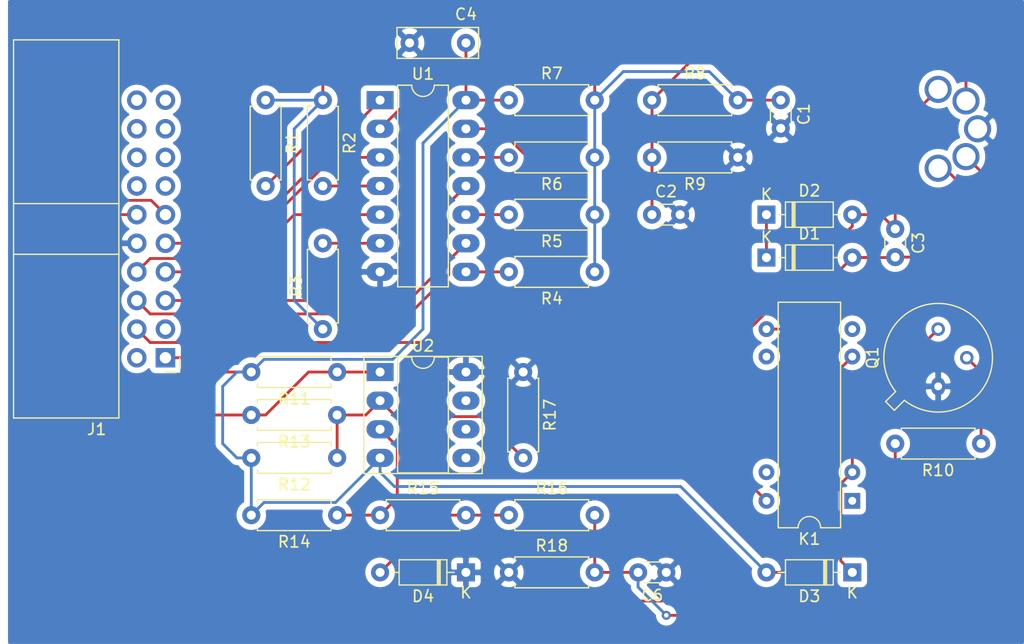
<source format=kicad_pcb>
(kicad_pcb (version 20171130) (host pcbnew "(5.1.9)-1")

  (general
    (thickness 1.6)
    (drawings 0)
    (tracks 150)
    (zones 0)
    (modules 33)
    (nets 38)
  )

  (page A4)
  (layers
    (0 F.Cu signal)
    (31 B.Cu signal)
    (32 B.Adhes user)
    (33 F.Adhes user)
    (34 B.Paste user)
    (35 F.Paste user)
    (36 B.SilkS user)
    (37 F.SilkS user)
    (38 B.Mask user)
    (39 F.Mask user)
    (40 Dwgs.User user)
    (41 Cmts.User user)
    (42 Eco1.User user)
    (43 Eco2.User user)
    (44 Edge.Cuts user)
    (45 Margin user)
    (46 B.CrtYd user)
    (47 F.CrtYd user)
    (48 B.Fab user)
    (49 F.Fab user)
  )

  (setup
    (last_trace_width 0.25)
    (trace_clearance 0.2)
    (zone_clearance 0.508)
    (zone_45_only no)
    (trace_min 0.2)
    (via_size 0.8)
    (via_drill 0.4)
    (via_min_size 0.4)
    (via_min_drill 0.3)
    (uvia_size 0.3)
    (uvia_drill 0.1)
    (uvias_allowed no)
    (uvia_min_size 0.2)
    (uvia_min_drill 0.1)
    (edge_width 0.05)
    (segment_width 0.2)
    (pcb_text_width 0.3)
    (pcb_text_size 1.5 1.5)
    (mod_edge_width 0.12)
    (mod_text_size 1 1)
    (mod_text_width 0.15)
    (pad_size 1.524 1.524)
    (pad_drill 0.762)
    (pad_to_mask_clearance 0)
    (aux_axis_origin 0 0)
    (visible_elements FFFFFF7F)
    (pcbplotparams
      (layerselection 0x010fc_ffffffff)
      (usegerberextensions false)
      (usegerberattributes true)
      (usegerberadvancedattributes true)
      (creategerberjobfile true)
      (excludeedgelayer true)
      (linewidth 0.100000)
      (plotframeref false)
      (viasonmask false)
      (mode 1)
      (useauxorigin false)
      (hpglpennumber 1)
      (hpglpenspeed 20)
      (hpglpendiameter 15.000000)
      (psnegative false)
      (psa4output false)
      (plotreference true)
      (plotvalue true)
      (plotinvisibletext false)
      (padsonsilk false)
      (subtractmaskfromsilk false)
      (outputformat 1)
      (mirror false)
      (drillshape 1)
      (scaleselection 1)
      (outputdirectory ""))
  )

  (net 0 "")
  (net 1 GND)
  (net 2 "Net-(C1-Pad1)")
  (net 3 "Net-(C2-Pad1)")
  (net 4 /M1)
  (net 5 /M2)
  (net 6 VCC)
  (net 7 "Net-(C6-Pad2)")
  (net 8 "Net-(D1-Pad1)")
  (net 9 "Net-(D3-Pad1)")
  (net 10 "Net-(D4-Pad2)")
  (net 11 "Net-(J1-Pad20)")
  (net 12 "Net-(J1-Pad19)")
  (net 13 "Net-(J1-Pad18)")
  (net 14 "Net-(J1-Pad17)")
  (net 15 "Net-(J1-Pad16)")
  (net 16 "Net-(J1-Pad15)")
  (net 17 "Net-(J1-Pad14)")
  (net 18 "Net-(J1-Pad13)")
  (net 19 /PA6)
  (net 20 /PA7)
  (net 21 /PC7)
  (net 22 /PC6)
  (net 23 /PC5)
  (net 24 /PC4)
  (net 25 /PC3)
  (net 26 /PC2)
  (net 27 /PC1)
  (net 28 /PC0)
  (net 29 "Net-(Q1-Pad2)")
  (net 30 "Net-(R1-Pad2)")
  (net 31 "Net-(R2-Pad2)")
  (net 32 "Net-(R3-Pad2)")
  (net 33 "Net-(R4-Pad2)")
  (net 34 "Net-(R5-Pad2)")
  (net 35 "Net-(R6-Pad2)")
  (net 36 "Net-(R12-Pad1)")
  (net 37 "Net-(R14-Pad1)")

  (net_class Default "This is the default net class."
    (clearance 0.2)
    (trace_width 0.25)
    (via_dia 0.8)
    (via_drill 0.4)
    (uvia_dia 0.3)
    (uvia_drill 0.1)
    (add_net /M1)
    (add_net /M2)
    (add_net /PA6)
    (add_net /PA7)
    (add_net /PC0)
    (add_net /PC1)
    (add_net /PC2)
    (add_net /PC3)
    (add_net /PC4)
    (add_net /PC5)
    (add_net /PC6)
    (add_net /PC7)
    (add_net GND)
    (add_net "Net-(C1-Pad1)")
    (add_net "Net-(C2-Pad1)")
    (add_net "Net-(C6-Pad2)")
    (add_net "Net-(D1-Pad1)")
    (add_net "Net-(D3-Pad1)")
    (add_net "Net-(D4-Pad2)")
    (add_net "Net-(J1-Pad13)")
    (add_net "Net-(J1-Pad14)")
    (add_net "Net-(J1-Pad15)")
    (add_net "Net-(J1-Pad16)")
    (add_net "Net-(J1-Pad17)")
    (add_net "Net-(J1-Pad18)")
    (add_net "Net-(J1-Pad19)")
    (add_net "Net-(J1-Pad20)")
    (add_net "Net-(Q1-Pad2)")
    (add_net "Net-(R1-Pad2)")
    (add_net "Net-(R12-Pad1)")
    (add_net "Net-(R14-Pad1)")
    (add_net "Net-(R2-Pad2)")
    (add_net "Net-(R3-Pad2)")
    (add_net "Net-(R4-Pad2)")
    (add_net "Net-(R5-Pad2)")
    (add_net "Net-(R6-Pad2)")
    (add_net VCC)
  )

  (module Package_DIP:DIP-8_W7.62mm_Socket_LongPads (layer F.Cu) (tedit 5A02E8C5) (tstamp 62CE6CEE)
    (at 113.03 99.06)
    (descr "8-lead though-hole mounted DIP package, row spacing 7.62 mm (300 mils), Socket, LongPads")
    (tags "THT DIP DIL PDIP 2.54mm 7.62mm 300mil Socket LongPads")
    (path /62D751FE)
    (fp_text reference U2 (at 3.81 -2.33) (layer F.SilkS)
      (effects (font (size 1 1) (thickness 0.15)))
    )
    (fp_text value LM393 (at 3.81 9.95) (layer F.Fab)
      (effects (font (size 1 1) (thickness 0.15)))
    )
    (fp_text user %R (at 3.81 3.81) (layer F.Fab)
      (effects (font (size 1 1) (thickness 0.15)))
    )
    (fp_arc (start 3.81 -1.33) (end 2.81 -1.33) (angle -180) (layer F.SilkS) (width 0.12))
    (fp_line (start 1.635 -1.27) (end 6.985 -1.27) (layer F.Fab) (width 0.1))
    (fp_line (start 6.985 -1.27) (end 6.985 8.89) (layer F.Fab) (width 0.1))
    (fp_line (start 6.985 8.89) (end 0.635 8.89) (layer F.Fab) (width 0.1))
    (fp_line (start 0.635 8.89) (end 0.635 -0.27) (layer F.Fab) (width 0.1))
    (fp_line (start 0.635 -0.27) (end 1.635 -1.27) (layer F.Fab) (width 0.1))
    (fp_line (start -1.27 -1.33) (end -1.27 8.95) (layer F.Fab) (width 0.1))
    (fp_line (start -1.27 8.95) (end 8.89 8.95) (layer F.Fab) (width 0.1))
    (fp_line (start 8.89 8.95) (end 8.89 -1.33) (layer F.Fab) (width 0.1))
    (fp_line (start 8.89 -1.33) (end -1.27 -1.33) (layer F.Fab) (width 0.1))
    (fp_line (start 2.81 -1.33) (end 1.56 -1.33) (layer F.SilkS) (width 0.12))
    (fp_line (start 1.56 -1.33) (end 1.56 8.95) (layer F.SilkS) (width 0.12))
    (fp_line (start 1.56 8.95) (end 6.06 8.95) (layer F.SilkS) (width 0.12))
    (fp_line (start 6.06 8.95) (end 6.06 -1.33) (layer F.SilkS) (width 0.12))
    (fp_line (start 6.06 -1.33) (end 4.81 -1.33) (layer F.SilkS) (width 0.12))
    (fp_line (start -1.44 -1.39) (end -1.44 9.01) (layer F.SilkS) (width 0.12))
    (fp_line (start -1.44 9.01) (end 9.06 9.01) (layer F.SilkS) (width 0.12))
    (fp_line (start 9.06 9.01) (end 9.06 -1.39) (layer F.SilkS) (width 0.12))
    (fp_line (start 9.06 -1.39) (end -1.44 -1.39) (layer F.SilkS) (width 0.12))
    (fp_line (start -1.55 -1.6) (end -1.55 9.2) (layer F.CrtYd) (width 0.05))
    (fp_line (start -1.55 9.2) (end 9.15 9.2) (layer F.CrtYd) (width 0.05))
    (fp_line (start 9.15 9.2) (end 9.15 -1.6) (layer F.CrtYd) (width 0.05))
    (fp_line (start 9.15 -1.6) (end -1.55 -1.6) (layer F.CrtYd) (width 0.05))
    (pad 8 thru_hole oval (at 7.62 0) (size 2.4 1.6) (drill 0.8) (layers *.Cu *.Mask)
      (net 1 GND))
    (pad 4 thru_hole oval (at 0 7.62) (size 2.4 1.6) (drill 0.8) (layers *.Cu *.Mask)
      (net 6 VCC))
    (pad 7 thru_hole oval (at 7.62 2.54) (size 2.4 1.6) (drill 0.8) (layers *.Cu *.Mask))
    (pad 3 thru_hole oval (at 0 5.08) (size 2.4 1.6) (drill 0.8) (layers *.Cu *.Mask)
      (net 37 "Net-(R14-Pad1)"))
    (pad 6 thru_hole oval (at 7.62 5.08) (size 2.4 1.6) (drill 0.8) (layers *.Cu *.Mask))
    (pad 2 thru_hole oval (at 0 2.54) (size 2.4 1.6) (drill 0.8) (layers *.Cu *.Mask)
      (net 36 "Net-(R12-Pad1)"))
    (pad 5 thru_hole oval (at 7.62 7.62) (size 2.4 1.6) (drill 0.8) (layers *.Cu *.Mask))
    (pad 1 thru_hole rect (at 0 0) (size 2.4 1.6) (drill 0.8) (layers *.Cu *.Mask)
      (net 19 /PA6))
    (model ${KISYS3DMOD}/Package_DIP.3dshapes/DIP-8_W7.62mm_Socket.wrl
      (at (xyz 0 0 0))
      (scale (xyz 1 1 1))
      (rotate (xyz 0 0 0))
    )
  )

  (module Package_DIP:DIP-14_W7.62mm_LongPads (layer F.Cu) (tedit 5A02E8C5) (tstamp 62CE6CCA)
    (at 113.03 74.93)
    (descr "14-lead though-hole mounted DIP package, row spacing 7.62 mm (300 mils), LongPads")
    (tags "THT DIP DIL PDIP 2.54mm 7.62mm 300mil LongPads")
    (path /62CE5F39)
    (fp_text reference U1 (at 3.81 -2.33) (layer F.SilkS)
      (effects (font (size 1 1) (thickness 0.15)))
    )
    (fp_text value 74LS07 (at 3.81 17.57) (layer F.Fab)
      (effects (font (size 1 1) (thickness 0.15)))
    )
    (fp_text user %R (at 3.81 7.62) (layer F.Fab)
      (effects (font (size 1 1) (thickness 0.15)))
    )
    (fp_arc (start 3.81 -1.33) (end 2.81 -1.33) (angle -180) (layer F.SilkS) (width 0.12))
    (fp_line (start 1.635 -1.27) (end 6.985 -1.27) (layer F.Fab) (width 0.1))
    (fp_line (start 6.985 -1.27) (end 6.985 16.51) (layer F.Fab) (width 0.1))
    (fp_line (start 6.985 16.51) (end 0.635 16.51) (layer F.Fab) (width 0.1))
    (fp_line (start 0.635 16.51) (end 0.635 -0.27) (layer F.Fab) (width 0.1))
    (fp_line (start 0.635 -0.27) (end 1.635 -1.27) (layer F.Fab) (width 0.1))
    (fp_line (start 2.81 -1.33) (end 1.56 -1.33) (layer F.SilkS) (width 0.12))
    (fp_line (start 1.56 -1.33) (end 1.56 16.57) (layer F.SilkS) (width 0.12))
    (fp_line (start 1.56 16.57) (end 6.06 16.57) (layer F.SilkS) (width 0.12))
    (fp_line (start 6.06 16.57) (end 6.06 -1.33) (layer F.SilkS) (width 0.12))
    (fp_line (start 6.06 -1.33) (end 4.81 -1.33) (layer F.SilkS) (width 0.12))
    (fp_line (start -1.45 -1.55) (end -1.45 16.8) (layer F.CrtYd) (width 0.05))
    (fp_line (start -1.45 16.8) (end 9.1 16.8) (layer F.CrtYd) (width 0.05))
    (fp_line (start 9.1 16.8) (end 9.1 -1.55) (layer F.CrtYd) (width 0.05))
    (fp_line (start 9.1 -1.55) (end -1.45 -1.55) (layer F.CrtYd) (width 0.05))
    (pad 14 thru_hole oval (at 7.62 0) (size 2.4 1.6) (drill 0.8) (layers *.Cu *.Mask)
      (net 6 VCC))
    (pad 7 thru_hole oval (at 0 15.24) (size 2.4 1.6) (drill 0.8) (layers *.Cu *.Mask)
      (net 1 GND))
    (pad 13 thru_hole oval (at 7.62 2.54) (size 2.4 1.6) (drill 0.8) (layers *.Cu *.Mask)
      (net 26 /PC2))
    (pad 6 thru_hole oval (at 0 12.7) (size 2.4 1.6) (drill 0.8) (layers *.Cu *.Mask)
      (net 32 "Net-(R3-Pad2)"))
    (pad 12 thru_hole oval (at 7.62 5.08) (size 2.4 1.6) (drill 0.8) (layers *.Cu *.Mask)
      (net 35 "Net-(R6-Pad2)"))
    (pad 5 thru_hole oval (at 0 10.16) (size 2.4 1.6) (drill 0.8) (layers *.Cu *.Mask)
      (net 23 /PC5))
    (pad 11 thru_hole oval (at 7.62 7.62) (size 2.4 1.6) (drill 0.8) (layers *.Cu *.Mask)
      (net 25 /PC3))
    (pad 4 thru_hole oval (at 0 7.62) (size 2.4 1.6) (drill 0.8) (layers *.Cu *.Mask)
      (net 31 "Net-(R2-Pad2)"))
    (pad 10 thru_hole oval (at 7.62 10.16) (size 2.4 1.6) (drill 0.8) (layers *.Cu *.Mask)
      (net 34 "Net-(R5-Pad2)"))
    (pad 3 thru_hole oval (at 0 5.08) (size 2.4 1.6) (drill 0.8) (layers *.Cu *.Mask)
      (net 22 /PC6))
    (pad 9 thru_hole oval (at 7.62 12.7) (size 2.4 1.6) (drill 0.8) (layers *.Cu *.Mask)
      (net 24 /PC4))
    (pad 2 thru_hole oval (at 0 2.54) (size 2.4 1.6) (drill 0.8) (layers *.Cu *.Mask)
      (net 30 "Net-(R1-Pad2)"))
    (pad 8 thru_hole oval (at 7.62 15.24) (size 2.4 1.6) (drill 0.8) (layers *.Cu *.Mask)
      (net 33 "Net-(R4-Pad2)"))
    (pad 1 thru_hole rect (at 0 0) (size 2.4 1.6) (drill 0.8) (layers *.Cu *.Mask)
      (net 21 /PC7))
    (model ${KISYS3DMOD}/Package_DIP.3dshapes/DIP-14_W7.62mm.wrl
      (at (xyz 0 0 0))
      (scale (xyz 1 1 1))
      (rotate (xyz 0 0 0))
    )
  )

  (module Resistor_THT:R_Axial_DIN0207_L6.3mm_D2.5mm_P7.62mm_Horizontal (layer F.Cu) (tedit 5AE5139B) (tstamp 62CE6CA8)
    (at 124.46 116.84)
    (descr "Resistor, Axial_DIN0207 series, Axial, Horizontal, pin pitch=7.62mm, 0.25W = 1/4W, length*diameter=6.3*2.5mm^2, http://cdn-reichelt.de/documents/datenblatt/B400/1_4W%23YAG.pdf")
    (tags "Resistor Axial_DIN0207 series Axial Horizontal pin pitch 7.62mm 0.25W = 1/4W length 6.3mm diameter 2.5mm")
    (path /62DB5A56)
    (fp_text reference R18 (at 3.81 -2.37) (layer F.SilkS)
      (effects (font (size 1 1) (thickness 0.15)))
    )
    (fp_text value 68K (at 3.81 2.37) (layer F.Fab)
      (effects (font (size 1 1) (thickness 0.15)))
    )
    (fp_text user %R (at 3.81 0) (layer F.Fab)
      (effects (font (size 1 1) (thickness 0.15)))
    )
    (fp_line (start 0.66 -1.25) (end 0.66 1.25) (layer F.Fab) (width 0.1))
    (fp_line (start 0.66 1.25) (end 6.96 1.25) (layer F.Fab) (width 0.1))
    (fp_line (start 6.96 1.25) (end 6.96 -1.25) (layer F.Fab) (width 0.1))
    (fp_line (start 6.96 -1.25) (end 0.66 -1.25) (layer F.Fab) (width 0.1))
    (fp_line (start 0 0) (end 0.66 0) (layer F.Fab) (width 0.1))
    (fp_line (start 7.62 0) (end 6.96 0) (layer F.Fab) (width 0.1))
    (fp_line (start 0.54 -1.04) (end 0.54 -1.37) (layer F.SilkS) (width 0.12))
    (fp_line (start 0.54 -1.37) (end 7.08 -1.37) (layer F.SilkS) (width 0.12))
    (fp_line (start 7.08 -1.37) (end 7.08 -1.04) (layer F.SilkS) (width 0.12))
    (fp_line (start 0.54 1.04) (end 0.54 1.37) (layer F.SilkS) (width 0.12))
    (fp_line (start 0.54 1.37) (end 7.08 1.37) (layer F.SilkS) (width 0.12))
    (fp_line (start 7.08 1.37) (end 7.08 1.04) (layer F.SilkS) (width 0.12))
    (fp_line (start -1.05 -1.5) (end -1.05 1.5) (layer F.CrtYd) (width 0.05))
    (fp_line (start -1.05 1.5) (end 8.67 1.5) (layer F.CrtYd) (width 0.05))
    (fp_line (start 8.67 1.5) (end 8.67 -1.5) (layer F.CrtYd) (width 0.05))
    (fp_line (start 8.67 -1.5) (end -1.05 -1.5) (layer F.CrtYd) (width 0.05))
    (pad 2 thru_hole oval (at 7.62 0) (size 1.6 1.6) (drill 0.8) (layers *.Cu *.Mask)
      (net 7 "Net-(C6-Pad2)"))
    (pad 1 thru_hole circle (at 0 0) (size 1.6 1.6) (drill 0.8) (layers *.Cu *.Mask)
      (net 1 GND))
    (model ${KISYS3DMOD}/Resistor_THT.3dshapes/R_Axial_DIN0207_L6.3mm_D2.5mm_P7.62mm_Horizontal.wrl
      (at (xyz 0 0 0))
      (scale (xyz 1 1 1))
      (rotate (xyz 0 0 0))
    )
  )

  (module Resistor_THT:R_Axial_DIN0207_L6.3mm_D2.5mm_P7.62mm_Horizontal (layer F.Cu) (tedit 5AE5139B) (tstamp 62CE6C91)
    (at 125.73 99.06 270)
    (descr "Resistor, Axial_DIN0207 series, Axial, Horizontal, pin pitch=7.62mm, 0.25W = 1/4W, length*diameter=6.3*2.5mm^2, http://cdn-reichelt.de/documents/datenblatt/B400/1_4W%23YAG.pdf")
    (tags "Resistor Axial_DIN0207 series Axial Horizontal pin pitch 7.62mm 0.25W = 1/4W length 6.3mm diameter 2.5mm")
    (path /62DA6D94)
    (fp_text reference R17 (at 3.81 -2.37 90) (layer F.SilkS)
      (effects (font (size 1 1) (thickness 0.15)))
    )
    (fp_text value 68K (at 3.81 2.37 90) (layer F.Fab)
      (effects (font (size 1 1) (thickness 0.15)))
    )
    (fp_text user %R (at 3.81 0 90) (layer F.Fab)
      (effects (font (size 1 1) (thickness 0.15)))
    )
    (fp_line (start 0.66 -1.25) (end 0.66 1.25) (layer F.Fab) (width 0.1))
    (fp_line (start 0.66 1.25) (end 6.96 1.25) (layer F.Fab) (width 0.1))
    (fp_line (start 6.96 1.25) (end 6.96 -1.25) (layer F.Fab) (width 0.1))
    (fp_line (start 6.96 -1.25) (end 0.66 -1.25) (layer F.Fab) (width 0.1))
    (fp_line (start 0 0) (end 0.66 0) (layer F.Fab) (width 0.1))
    (fp_line (start 7.62 0) (end 6.96 0) (layer F.Fab) (width 0.1))
    (fp_line (start 0.54 -1.04) (end 0.54 -1.37) (layer F.SilkS) (width 0.12))
    (fp_line (start 0.54 -1.37) (end 7.08 -1.37) (layer F.SilkS) (width 0.12))
    (fp_line (start 7.08 -1.37) (end 7.08 -1.04) (layer F.SilkS) (width 0.12))
    (fp_line (start 0.54 1.04) (end 0.54 1.37) (layer F.SilkS) (width 0.12))
    (fp_line (start 0.54 1.37) (end 7.08 1.37) (layer F.SilkS) (width 0.12))
    (fp_line (start 7.08 1.37) (end 7.08 1.04) (layer F.SilkS) (width 0.12))
    (fp_line (start -1.05 -1.5) (end -1.05 1.5) (layer F.CrtYd) (width 0.05))
    (fp_line (start -1.05 1.5) (end 8.67 1.5) (layer F.CrtYd) (width 0.05))
    (fp_line (start 8.67 1.5) (end 8.67 -1.5) (layer F.CrtYd) (width 0.05))
    (fp_line (start 8.67 -1.5) (end -1.05 -1.5) (layer F.CrtYd) (width 0.05))
    (pad 2 thru_hole oval (at 7.62 0 270) (size 1.6 1.6) (drill 0.8) (layers *.Cu *.Mask)
      (net 36 "Net-(R12-Pad1)"))
    (pad 1 thru_hole circle (at 0 0 270) (size 1.6 1.6) (drill 0.8) (layers *.Cu *.Mask)
      (net 1 GND))
    (model ${KISYS3DMOD}/Resistor_THT.3dshapes/R_Axial_DIN0207_L6.3mm_D2.5mm_P7.62mm_Horizontal.wrl
      (at (xyz 0 0 0))
      (scale (xyz 1 1 1))
      (rotate (xyz 0 0 0))
    )
  )

  (module Resistor_THT:R_Axial_DIN0207_L6.3mm_D2.5mm_P7.62mm_Horizontal (layer F.Cu) (tedit 5AE5139B) (tstamp 62CE6C7A)
    (at 124.46 111.76)
    (descr "Resistor, Axial_DIN0207 series, Axial, Horizontal, pin pitch=7.62mm, 0.25W = 1/4W, length*diameter=6.3*2.5mm^2, http://cdn-reichelt.de/documents/datenblatt/B400/1_4W%23YAG.pdf")
    (tags "Resistor Axial_DIN0207 series Axial Horizontal pin pitch 7.62mm 0.25W = 1/4W length 6.3mm diameter 2.5mm")
    (path /62DA0714)
    (fp_text reference R16 (at 3.81 -2.37) (layer F.SilkS)
      (effects (font (size 1 1) (thickness 0.15)))
    )
    (fp_text value 68K (at 3.81 2.37) (layer F.Fab)
      (effects (font (size 1 1) (thickness 0.15)))
    )
    (fp_text user %R (at 3.81 0) (layer F.Fab)
      (effects (font (size 1 1) (thickness 0.15)))
    )
    (fp_line (start 0.66 -1.25) (end 0.66 1.25) (layer F.Fab) (width 0.1))
    (fp_line (start 0.66 1.25) (end 6.96 1.25) (layer F.Fab) (width 0.1))
    (fp_line (start 6.96 1.25) (end 6.96 -1.25) (layer F.Fab) (width 0.1))
    (fp_line (start 6.96 -1.25) (end 0.66 -1.25) (layer F.Fab) (width 0.1))
    (fp_line (start 0 0) (end 0.66 0) (layer F.Fab) (width 0.1))
    (fp_line (start 7.62 0) (end 6.96 0) (layer F.Fab) (width 0.1))
    (fp_line (start 0.54 -1.04) (end 0.54 -1.37) (layer F.SilkS) (width 0.12))
    (fp_line (start 0.54 -1.37) (end 7.08 -1.37) (layer F.SilkS) (width 0.12))
    (fp_line (start 7.08 -1.37) (end 7.08 -1.04) (layer F.SilkS) (width 0.12))
    (fp_line (start 0.54 1.04) (end 0.54 1.37) (layer F.SilkS) (width 0.12))
    (fp_line (start 0.54 1.37) (end 7.08 1.37) (layer F.SilkS) (width 0.12))
    (fp_line (start 7.08 1.37) (end 7.08 1.04) (layer F.SilkS) (width 0.12))
    (fp_line (start -1.05 -1.5) (end -1.05 1.5) (layer F.CrtYd) (width 0.05))
    (fp_line (start -1.05 1.5) (end 8.67 1.5) (layer F.CrtYd) (width 0.05))
    (fp_line (start 8.67 1.5) (end 8.67 -1.5) (layer F.CrtYd) (width 0.05))
    (fp_line (start 8.67 -1.5) (end -1.05 -1.5) (layer F.CrtYd) (width 0.05))
    (pad 2 thru_hole oval (at 7.62 0) (size 1.6 1.6) (drill 0.8) (layers *.Cu *.Mask)
      (net 7 "Net-(C6-Pad2)"))
    (pad 1 thru_hole circle (at 0 0) (size 1.6 1.6) (drill 0.8) (layers *.Cu *.Mask)
      (net 10 "Net-(D4-Pad2)"))
    (model ${KISYS3DMOD}/Resistor_THT.3dshapes/R_Axial_DIN0207_L6.3mm_D2.5mm_P7.62mm_Horizontal.wrl
      (at (xyz 0 0 0))
      (scale (xyz 1 1 1))
      (rotate (xyz 0 0 0))
    )
  )

  (module Resistor_THT:R_Axial_DIN0207_L6.3mm_D2.5mm_P7.62mm_Horizontal (layer F.Cu) (tedit 5AE5139B) (tstamp 62CE6C63)
    (at 113.03 111.76)
    (descr "Resistor, Axial_DIN0207 series, Axial, Horizontal, pin pitch=7.62mm, 0.25W = 1/4W, length*diameter=6.3*2.5mm^2, http://cdn-reichelt.de/documents/datenblatt/B400/1_4W%23YAG.pdf")
    (tags "Resistor Axial_DIN0207 series Axial Horizontal pin pitch 7.62mm 0.25W = 1/4W length 6.3mm diameter 2.5mm")
    (path /62DA005E)
    (fp_text reference R15 (at 3.81 -2.37) (layer F.SilkS)
      (effects (font (size 1 1) (thickness 0.15)))
    )
    (fp_text value 68K (at 3.81 2.37) (layer F.Fab)
      (effects (font (size 1 1) (thickness 0.15)))
    )
    (fp_text user %R (at 3.81 0) (layer F.Fab)
      (effects (font (size 1 1) (thickness 0.15)))
    )
    (fp_line (start 0.66 -1.25) (end 0.66 1.25) (layer F.Fab) (width 0.1))
    (fp_line (start 0.66 1.25) (end 6.96 1.25) (layer F.Fab) (width 0.1))
    (fp_line (start 6.96 1.25) (end 6.96 -1.25) (layer F.Fab) (width 0.1))
    (fp_line (start 6.96 -1.25) (end 0.66 -1.25) (layer F.Fab) (width 0.1))
    (fp_line (start 0 0) (end 0.66 0) (layer F.Fab) (width 0.1))
    (fp_line (start 7.62 0) (end 6.96 0) (layer F.Fab) (width 0.1))
    (fp_line (start 0.54 -1.04) (end 0.54 -1.37) (layer F.SilkS) (width 0.12))
    (fp_line (start 0.54 -1.37) (end 7.08 -1.37) (layer F.SilkS) (width 0.12))
    (fp_line (start 7.08 -1.37) (end 7.08 -1.04) (layer F.SilkS) (width 0.12))
    (fp_line (start 0.54 1.04) (end 0.54 1.37) (layer F.SilkS) (width 0.12))
    (fp_line (start 0.54 1.37) (end 7.08 1.37) (layer F.SilkS) (width 0.12))
    (fp_line (start 7.08 1.37) (end 7.08 1.04) (layer F.SilkS) (width 0.12))
    (fp_line (start -1.05 -1.5) (end -1.05 1.5) (layer F.CrtYd) (width 0.05))
    (fp_line (start -1.05 1.5) (end 8.67 1.5) (layer F.CrtYd) (width 0.05))
    (fp_line (start 8.67 1.5) (end 8.67 -1.5) (layer F.CrtYd) (width 0.05))
    (fp_line (start 8.67 -1.5) (end -1.05 -1.5) (layer F.CrtYd) (width 0.05))
    (pad 2 thru_hole oval (at 7.62 0) (size 1.6 1.6) (drill 0.8) (layers *.Cu *.Mask)
      (net 10 "Net-(D4-Pad2)"))
    (pad 1 thru_hole circle (at 0 0) (size 1.6 1.6) (drill 0.8) (layers *.Cu *.Mask)
      (net 37 "Net-(R14-Pad1)"))
    (model ${KISYS3DMOD}/Resistor_THT.3dshapes/R_Axial_DIN0207_L6.3mm_D2.5mm_P7.62mm_Horizontal.wrl
      (at (xyz 0 0 0))
      (scale (xyz 1 1 1))
      (rotate (xyz 0 0 0))
    )
  )

  (module Resistor_THT:R_Axial_DIN0207_L6.3mm_D2.5mm_P7.62mm_Horizontal (layer F.Cu) (tedit 5AE5139B) (tstamp 62CE6C4C)
    (at 109.22 111.76 180)
    (descr "Resistor, Axial_DIN0207 series, Axial, Horizontal, pin pitch=7.62mm, 0.25W = 1/4W, length*diameter=6.3*2.5mm^2, http://cdn-reichelt.de/documents/datenblatt/B400/1_4W%23YAG.pdf")
    (tags "Resistor Axial_DIN0207 series Axial Horizontal pin pitch 7.62mm 0.25W = 1/4W length 6.3mm diameter 2.5mm")
    (path /62D9FA24)
    (fp_text reference R14 (at 3.81 -2.37) (layer F.SilkS)
      (effects (font (size 1 1) (thickness 0.15)))
    )
    (fp_text value 68K (at 3.81 2.37) (layer F.Fab)
      (effects (font (size 1 1) (thickness 0.15)))
    )
    (fp_text user %R (at 3.81 0) (layer F.Fab)
      (effects (font (size 1 1) (thickness 0.15)))
    )
    (fp_line (start 0.66 -1.25) (end 0.66 1.25) (layer F.Fab) (width 0.1))
    (fp_line (start 0.66 1.25) (end 6.96 1.25) (layer F.Fab) (width 0.1))
    (fp_line (start 6.96 1.25) (end 6.96 -1.25) (layer F.Fab) (width 0.1))
    (fp_line (start 6.96 -1.25) (end 0.66 -1.25) (layer F.Fab) (width 0.1))
    (fp_line (start 0 0) (end 0.66 0) (layer F.Fab) (width 0.1))
    (fp_line (start 7.62 0) (end 6.96 0) (layer F.Fab) (width 0.1))
    (fp_line (start 0.54 -1.04) (end 0.54 -1.37) (layer F.SilkS) (width 0.12))
    (fp_line (start 0.54 -1.37) (end 7.08 -1.37) (layer F.SilkS) (width 0.12))
    (fp_line (start 7.08 -1.37) (end 7.08 -1.04) (layer F.SilkS) (width 0.12))
    (fp_line (start 0.54 1.04) (end 0.54 1.37) (layer F.SilkS) (width 0.12))
    (fp_line (start 0.54 1.37) (end 7.08 1.37) (layer F.SilkS) (width 0.12))
    (fp_line (start 7.08 1.37) (end 7.08 1.04) (layer F.SilkS) (width 0.12))
    (fp_line (start -1.05 -1.5) (end -1.05 1.5) (layer F.CrtYd) (width 0.05))
    (fp_line (start -1.05 1.5) (end 8.67 1.5) (layer F.CrtYd) (width 0.05))
    (fp_line (start 8.67 1.5) (end 8.67 -1.5) (layer F.CrtYd) (width 0.05))
    (fp_line (start 8.67 -1.5) (end -1.05 -1.5) (layer F.CrtYd) (width 0.05))
    (pad 2 thru_hole oval (at 7.62 0 180) (size 1.6 1.6) (drill 0.8) (layers *.Cu *.Mask)
      (net 6 VCC))
    (pad 1 thru_hole circle (at 0 0 180) (size 1.6 1.6) (drill 0.8) (layers *.Cu *.Mask)
      (net 37 "Net-(R14-Pad1)"))
    (model ${KISYS3DMOD}/Resistor_THT.3dshapes/R_Axial_DIN0207_L6.3mm_D2.5mm_P7.62mm_Horizontal.wrl
      (at (xyz 0 0 0))
      (scale (xyz 1 1 1))
      (rotate (xyz 0 0 0))
    )
  )

  (module Resistor_THT:R_Axial_DIN0207_L6.3mm_D2.5mm_P7.62mm_Horizontal (layer F.Cu) (tedit 5AE5139B) (tstamp 62CE6C35)
    (at 109.22 102.87 180)
    (descr "Resistor, Axial_DIN0207 series, Axial, Horizontal, pin pitch=7.62mm, 0.25W = 1/4W, length*diameter=6.3*2.5mm^2, http://cdn-reichelt.de/documents/datenblatt/B400/1_4W%23YAG.pdf")
    (tags "Resistor Axial_DIN0207 series Axial Horizontal pin pitch 7.62mm 0.25W = 1/4W length 6.3mm diameter 2.5mm")
    (path /62D863C0)
    (fp_text reference R13 (at 3.81 -2.37) (layer F.SilkS)
      (effects (font (size 1 1) (thickness 0.15)))
    )
    (fp_text value 68K (at 3.81 2.37) (layer F.Fab)
      (effects (font (size 1 1) (thickness 0.15)))
    )
    (fp_text user %R (at 3.81 0) (layer F.Fab)
      (effects (font (size 1 1) (thickness 0.15)))
    )
    (fp_line (start 0.66 -1.25) (end 0.66 1.25) (layer F.Fab) (width 0.1))
    (fp_line (start 0.66 1.25) (end 6.96 1.25) (layer F.Fab) (width 0.1))
    (fp_line (start 6.96 1.25) (end 6.96 -1.25) (layer F.Fab) (width 0.1))
    (fp_line (start 6.96 -1.25) (end 0.66 -1.25) (layer F.Fab) (width 0.1))
    (fp_line (start 0 0) (end 0.66 0) (layer F.Fab) (width 0.1))
    (fp_line (start 7.62 0) (end 6.96 0) (layer F.Fab) (width 0.1))
    (fp_line (start 0.54 -1.04) (end 0.54 -1.37) (layer F.SilkS) (width 0.12))
    (fp_line (start 0.54 -1.37) (end 7.08 -1.37) (layer F.SilkS) (width 0.12))
    (fp_line (start 7.08 -1.37) (end 7.08 -1.04) (layer F.SilkS) (width 0.12))
    (fp_line (start 0.54 1.04) (end 0.54 1.37) (layer F.SilkS) (width 0.12))
    (fp_line (start 0.54 1.37) (end 7.08 1.37) (layer F.SilkS) (width 0.12))
    (fp_line (start 7.08 1.37) (end 7.08 1.04) (layer F.SilkS) (width 0.12))
    (fp_line (start -1.05 -1.5) (end -1.05 1.5) (layer F.CrtYd) (width 0.05))
    (fp_line (start -1.05 1.5) (end 8.67 1.5) (layer F.CrtYd) (width 0.05))
    (fp_line (start 8.67 1.5) (end 8.67 -1.5) (layer F.CrtYd) (width 0.05))
    (fp_line (start 8.67 -1.5) (end -1.05 -1.5) (layer F.CrtYd) (width 0.05))
    (pad 2 thru_hole oval (at 7.62 0 180) (size 1.6 1.6) (drill 0.8) (layers *.Cu *.Mask)
      (net 19 /PA6))
    (pad 1 thru_hole circle (at 0 0 180) (size 1.6 1.6) (drill 0.8) (layers *.Cu *.Mask)
      (net 36 "Net-(R12-Pad1)"))
    (model ${KISYS3DMOD}/Resistor_THT.3dshapes/R_Axial_DIN0207_L6.3mm_D2.5mm_P7.62mm_Horizontal.wrl
      (at (xyz 0 0 0))
      (scale (xyz 1 1 1))
      (rotate (xyz 0 0 0))
    )
  )

  (module Resistor_THT:R_Axial_DIN0207_L6.3mm_D2.5mm_P7.62mm_Horizontal (layer F.Cu) (tedit 5AE5139B) (tstamp 62CE6C1E)
    (at 109.22 106.68 180)
    (descr "Resistor, Axial_DIN0207 series, Axial, Horizontal, pin pitch=7.62mm, 0.25W = 1/4W, length*diameter=6.3*2.5mm^2, http://cdn-reichelt.de/documents/datenblatt/B400/1_4W%23YAG.pdf")
    (tags "Resistor Axial_DIN0207 series Axial Horizontal pin pitch 7.62mm 0.25W = 1/4W length 6.3mm diameter 2.5mm")
    (path /62D86F88)
    (fp_text reference R12 (at 3.81 -2.37) (layer F.SilkS)
      (effects (font (size 1 1) (thickness 0.15)))
    )
    (fp_text value 68K (at 3.81 2.37) (layer F.Fab)
      (effects (font (size 1 1) (thickness 0.15)))
    )
    (fp_text user %R (at 3.81 0) (layer F.Fab)
      (effects (font (size 1 1) (thickness 0.15)))
    )
    (fp_line (start 0.66 -1.25) (end 0.66 1.25) (layer F.Fab) (width 0.1))
    (fp_line (start 0.66 1.25) (end 6.96 1.25) (layer F.Fab) (width 0.1))
    (fp_line (start 6.96 1.25) (end 6.96 -1.25) (layer F.Fab) (width 0.1))
    (fp_line (start 6.96 -1.25) (end 0.66 -1.25) (layer F.Fab) (width 0.1))
    (fp_line (start 0 0) (end 0.66 0) (layer F.Fab) (width 0.1))
    (fp_line (start 7.62 0) (end 6.96 0) (layer F.Fab) (width 0.1))
    (fp_line (start 0.54 -1.04) (end 0.54 -1.37) (layer F.SilkS) (width 0.12))
    (fp_line (start 0.54 -1.37) (end 7.08 -1.37) (layer F.SilkS) (width 0.12))
    (fp_line (start 7.08 -1.37) (end 7.08 -1.04) (layer F.SilkS) (width 0.12))
    (fp_line (start 0.54 1.04) (end 0.54 1.37) (layer F.SilkS) (width 0.12))
    (fp_line (start 0.54 1.37) (end 7.08 1.37) (layer F.SilkS) (width 0.12))
    (fp_line (start 7.08 1.37) (end 7.08 1.04) (layer F.SilkS) (width 0.12))
    (fp_line (start -1.05 -1.5) (end -1.05 1.5) (layer F.CrtYd) (width 0.05))
    (fp_line (start -1.05 1.5) (end 8.67 1.5) (layer F.CrtYd) (width 0.05))
    (fp_line (start 8.67 1.5) (end 8.67 -1.5) (layer F.CrtYd) (width 0.05))
    (fp_line (start 8.67 -1.5) (end -1.05 -1.5) (layer F.CrtYd) (width 0.05))
    (pad 2 thru_hole oval (at 7.62 0 180) (size 1.6 1.6) (drill 0.8) (layers *.Cu *.Mask)
      (net 6 VCC))
    (pad 1 thru_hole circle (at 0 0 180) (size 1.6 1.6) (drill 0.8) (layers *.Cu *.Mask)
      (net 36 "Net-(R12-Pad1)"))
    (model ${KISYS3DMOD}/Resistor_THT.3dshapes/R_Axial_DIN0207_L6.3mm_D2.5mm_P7.62mm_Horizontal.wrl
      (at (xyz 0 0 0))
      (scale (xyz 1 1 1))
      (rotate (xyz 0 0 0))
    )
  )

  (module Resistor_THT:R_Axial_DIN0207_L6.3mm_D2.5mm_P7.62mm_Horizontal (layer F.Cu) (tedit 5AE5139B) (tstamp 62CE6C07)
    (at 109.22 99.06 180)
    (descr "Resistor, Axial_DIN0207 series, Axial, Horizontal, pin pitch=7.62mm, 0.25W = 1/4W, length*diameter=6.3*2.5mm^2, http://cdn-reichelt.de/documents/datenblatt/B400/1_4W%23YAG.pdf")
    (tags "Resistor Axial_DIN0207 series Axial Horizontal pin pitch 7.62mm 0.25W = 1/4W length 6.3mm diameter 2.5mm")
    (path /62D868E4)
    (fp_text reference R11 (at 3.81 -2.37) (layer F.SilkS)
      (effects (font (size 1 1) (thickness 0.15)))
    )
    (fp_text value 68K (at 3.81 2.37) (layer F.Fab)
      (effects (font (size 1 1) (thickness 0.15)))
    )
    (fp_text user %R (at 3.81 0) (layer F.Fab)
      (effects (font (size 1 1) (thickness 0.15)))
    )
    (fp_line (start 0.66 -1.25) (end 0.66 1.25) (layer F.Fab) (width 0.1))
    (fp_line (start 0.66 1.25) (end 6.96 1.25) (layer F.Fab) (width 0.1))
    (fp_line (start 6.96 1.25) (end 6.96 -1.25) (layer F.Fab) (width 0.1))
    (fp_line (start 6.96 -1.25) (end 0.66 -1.25) (layer F.Fab) (width 0.1))
    (fp_line (start 0 0) (end 0.66 0) (layer F.Fab) (width 0.1))
    (fp_line (start 7.62 0) (end 6.96 0) (layer F.Fab) (width 0.1))
    (fp_line (start 0.54 -1.04) (end 0.54 -1.37) (layer F.SilkS) (width 0.12))
    (fp_line (start 0.54 -1.37) (end 7.08 -1.37) (layer F.SilkS) (width 0.12))
    (fp_line (start 7.08 -1.37) (end 7.08 -1.04) (layer F.SilkS) (width 0.12))
    (fp_line (start 0.54 1.04) (end 0.54 1.37) (layer F.SilkS) (width 0.12))
    (fp_line (start 0.54 1.37) (end 7.08 1.37) (layer F.SilkS) (width 0.12))
    (fp_line (start 7.08 1.37) (end 7.08 1.04) (layer F.SilkS) (width 0.12))
    (fp_line (start -1.05 -1.5) (end -1.05 1.5) (layer F.CrtYd) (width 0.05))
    (fp_line (start -1.05 1.5) (end 8.67 1.5) (layer F.CrtYd) (width 0.05))
    (fp_line (start 8.67 1.5) (end 8.67 -1.5) (layer F.CrtYd) (width 0.05))
    (fp_line (start 8.67 -1.5) (end -1.05 -1.5) (layer F.CrtYd) (width 0.05))
    (pad 2 thru_hole oval (at 7.62 0 180) (size 1.6 1.6) (drill 0.8) (layers *.Cu *.Mask)
      (net 6 VCC))
    (pad 1 thru_hole circle (at 0 0 180) (size 1.6 1.6) (drill 0.8) (layers *.Cu *.Mask)
      (net 19 /PA6))
    (model ${KISYS3DMOD}/Resistor_THT.3dshapes/R_Axial_DIN0207_L6.3mm_D2.5mm_P7.62mm_Horizontal.wrl
      (at (xyz 0 0 0))
      (scale (xyz 1 1 1))
      (rotate (xyz 0 0 0))
    )
  )

  (module Resistor_THT:R_Axial_DIN0207_L6.3mm_D2.5mm_P7.62mm_Horizontal (layer F.Cu) (tedit 5AE5139B) (tstamp 62CE6BF0)
    (at 166.37 105.41 180)
    (descr "Resistor, Axial_DIN0207 series, Axial, Horizontal, pin pitch=7.62mm, 0.25W = 1/4W, length*diameter=6.3*2.5mm^2, http://cdn-reichelt.de/documents/datenblatt/B400/1_4W%23YAG.pdf")
    (tags "Resistor Axial_DIN0207 series Axial Horizontal pin pitch 7.62mm 0.25W = 1/4W length 6.3mm diameter 2.5mm")
    (path /62D5B210)
    (fp_text reference R10 (at 3.81 -2.37) (layer F.SilkS)
      (effects (font (size 1 1) (thickness 0.15)))
    )
    (fp_text value 4K7 (at 3.81 2.37) (layer F.Fab)
      (effects (font (size 1 1) (thickness 0.15)))
    )
    (fp_text user %R (at 3.81 0) (layer F.Fab)
      (effects (font (size 1 1) (thickness 0.15)))
    )
    (fp_line (start 0.66 -1.25) (end 0.66 1.25) (layer F.Fab) (width 0.1))
    (fp_line (start 0.66 1.25) (end 6.96 1.25) (layer F.Fab) (width 0.1))
    (fp_line (start 6.96 1.25) (end 6.96 -1.25) (layer F.Fab) (width 0.1))
    (fp_line (start 6.96 -1.25) (end 0.66 -1.25) (layer F.Fab) (width 0.1))
    (fp_line (start 0 0) (end 0.66 0) (layer F.Fab) (width 0.1))
    (fp_line (start 7.62 0) (end 6.96 0) (layer F.Fab) (width 0.1))
    (fp_line (start 0.54 -1.04) (end 0.54 -1.37) (layer F.SilkS) (width 0.12))
    (fp_line (start 0.54 -1.37) (end 7.08 -1.37) (layer F.SilkS) (width 0.12))
    (fp_line (start 7.08 -1.37) (end 7.08 -1.04) (layer F.SilkS) (width 0.12))
    (fp_line (start 0.54 1.04) (end 0.54 1.37) (layer F.SilkS) (width 0.12))
    (fp_line (start 0.54 1.37) (end 7.08 1.37) (layer F.SilkS) (width 0.12))
    (fp_line (start 7.08 1.37) (end 7.08 1.04) (layer F.SilkS) (width 0.12))
    (fp_line (start -1.05 -1.5) (end -1.05 1.5) (layer F.CrtYd) (width 0.05))
    (fp_line (start -1.05 1.5) (end 8.67 1.5) (layer F.CrtYd) (width 0.05))
    (fp_line (start 8.67 1.5) (end 8.67 -1.5) (layer F.CrtYd) (width 0.05))
    (fp_line (start 8.67 -1.5) (end -1.05 -1.5) (layer F.CrtYd) (width 0.05))
    (pad 2 thru_hole oval (at 7.62 0 180) (size 1.6 1.6) (drill 0.8) (layers *.Cu *.Mask)
      (net 20 /PA7))
    (pad 1 thru_hole circle (at 0 0 180) (size 1.6 1.6) (drill 0.8) (layers *.Cu *.Mask)
      (net 29 "Net-(Q1-Pad2)"))
    (model ${KISYS3DMOD}/Resistor_THT.3dshapes/R_Axial_DIN0207_L6.3mm_D2.5mm_P7.62mm_Horizontal.wrl
      (at (xyz 0 0 0))
      (scale (xyz 1 1 1))
      (rotate (xyz 0 0 0))
    )
  )

  (module Resistor_THT:R_Axial_DIN0207_L6.3mm_D2.5mm_P7.62mm_Horizontal (layer F.Cu) (tedit 5AE5139B) (tstamp 62CE6BD9)
    (at 144.78 80.01 180)
    (descr "Resistor, Axial_DIN0207 series, Axial, Horizontal, pin pitch=7.62mm, 0.25W = 1/4W, length*diameter=6.3*2.5mm^2, http://cdn-reichelt.de/documents/datenblatt/B400/1_4W%23YAG.pdf")
    (tags "Resistor Axial_DIN0207 series Axial Horizontal pin pitch 7.62mm 0.25W = 1/4W length 6.3mm diameter 2.5mm")
    (path /62D10876)
    (fp_text reference R9 (at 3.81 -2.37) (layer F.SilkS)
      (effects (font (size 1 1) (thickness 0.15)))
    )
    (fp_text value 33K (at 3.81 2.37) (layer F.Fab)
      (effects (font (size 1 1) (thickness 0.15)))
    )
    (fp_text user %R (at 3.81 0) (layer F.Fab)
      (effects (font (size 1 1) (thickness 0.15)))
    )
    (fp_line (start 0.66 -1.25) (end 0.66 1.25) (layer F.Fab) (width 0.1))
    (fp_line (start 0.66 1.25) (end 6.96 1.25) (layer F.Fab) (width 0.1))
    (fp_line (start 6.96 1.25) (end 6.96 -1.25) (layer F.Fab) (width 0.1))
    (fp_line (start 6.96 -1.25) (end 0.66 -1.25) (layer F.Fab) (width 0.1))
    (fp_line (start 0 0) (end 0.66 0) (layer F.Fab) (width 0.1))
    (fp_line (start 7.62 0) (end 6.96 0) (layer F.Fab) (width 0.1))
    (fp_line (start 0.54 -1.04) (end 0.54 -1.37) (layer F.SilkS) (width 0.12))
    (fp_line (start 0.54 -1.37) (end 7.08 -1.37) (layer F.SilkS) (width 0.12))
    (fp_line (start 7.08 -1.37) (end 7.08 -1.04) (layer F.SilkS) (width 0.12))
    (fp_line (start 0.54 1.04) (end 0.54 1.37) (layer F.SilkS) (width 0.12))
    (fp_line (start 0.54 1.37) (end 7.08 1.37) (layer F.SilkS) (width 0.12))
    (fp_line (start 7.08 1.37) (end 7.08 1.04) (layer F.SilkS) (width 0.12))
    (fp_line (start -1.05 -1.5) (end -1.05 1.5) (layer F.CrtYd) (width 0.05))
    (fp_line (start -1.05 1.5) (end 8.67 1.5) (layer F.CrtYd) (width 0.05))
    (fp_line (start 8.67 1.5) (end 8.67 -1.5) (layer F.CrtYd) (width 0.05))
    (fp_line (start 8.67 -1.5) (end -1.05 -1.5) (layer F.CrtYd) (width 0.05))
    (pad 2 thru_hole oval (at 7.62 0 180) (size 1.6 1.6) (drill 0.8) (layers *.Cu *.Mask)
      (net 3 "Net-(C2-Pad1)"))
    (pad 1 thru_hole circle (at 0 0 180) (size 1.6 1.6) (drill 0.8) (layers *.Cu *.Mask)
      (net 1 GND))
    (model ${KISYS3DMOD}/Resistor_THT.3dshapes/R_Axial_DIN0207_L6.3mm_D2.5mm_P7.62mm_Horizontal.wrl
      (at (xyz 0 0 0))
      (scale (xyz 1 1 1))
      (rotate (xyz 0 0 0))
    )
  )

  (module Resistor_THT:R_Axial_DIN0207_L6.3mm_D2.5mm_P7.62mm_Horizontal (layer F.Cu) (tedit 5AE5139B) (tstamp 62CE6BC2)
    (at 137.16 74.93)
    (descr "Resistor, Axial_DIN0207 series, Axial, Horizontal, pin pitch=7.62mm, 0.25W = 1/4W, length*diameter=6.3*2.5mm^2, http://cdn-reichelt.de/documents/datenblatt/B400/1_4W%23YAG.pdf")
    (tags "Resistor Axial_DIN0207 series Axial Horizontal pin pitch 7.62mm 0.25W = 1/4W length 6.3mm diameter 2.5mm")
    (path /62D10071)
    (fp_text reference R8 (at 3.81 -2.37) (layer F.SilkS)
      (effects (font (size 1 1) (thickness 0.15)))
    )
    (fp_text value 68K (at 3.81 2.37) (layer F.Fab)
      (effects (font (size 1 1) (thickness 0.15)))
    )
    (fp_text user %R (at 3.81 0) (layer F.Fab)
      (effects (font (size 1 1) (thickness 0.15)))
    )
    (fp_line (start 0.66 -1.25) (end 0.66 1.25) (layer F.Fab) (width 0.1))
    (fp_line (start 0.66 1.25) (end 6.96 1.25) (layer F.Fab) (width 0.1))
    (fp_line (start 6.96 1.25) (end 6.96 -1.25) (layer F.Fab) (width 0.1))
    (fp_line (start 6.96 -1.25) (end 0.66 -1.25) (layer F.Fab) (width 0.1))
    (fp_line (start 0 0) (end 0.66 0) (layer F.Fab) (width 0.1))
    (fp_line (start 7.62 0) (end 6.96 0) (layer F.Fab) (width 0.1))
    (fp_line (start 0.54 -1.04) (end 0.54 -1.37) (layer F.SilkS) (width 0.12))
    (fp_line (start 0.54 -1.37) (end 7.08 -1.37) (layer F.SilkS) (width 0.12))
    (fp_line (start 7.08 -1.37) (end 7.08 -1.04) (layer F.SilkS) (width 0.12))
    (fp_line (start 0.54 1.04) (end 0.54 1.37) (layer F.SilkS) (width 0.12))
    (fp_line (start 0.54 1.37) (end 7.08 1.37) (layer F.SilkS) (width 0.12))
    (fp_line (start 7.08 1.37) (end 7.08 1.04) (layer F.SilkS) (width 0.12))
    (fp_line (start -1.05 -1.5) (end -1.05 1.5) (layer F.CrtYd) (width 0.05))
    (fp_line (start -1.05 1.5) (end 8.67 1.5) (layer F.CrtYd) (width 0.05))
    (fp_line (start 8.67 1.5) (end 8.67 -1.5) (layer F.CrtYd) (width 0.05))
    (fp_line (start 8.67 -1.5) (end -1.05 -1.5) (layer F.CrtYd) (width 0.05))
    (pad 2 thru_hole oval (at 7.62 0) (size 1.6 1.6) (drill 0.8) (layers *.Cu *.Mask)
      (net 2 "Net-(C1-Pad1)"))
    (pad 1 thru_hole circle (at 0 0) (size 1.6 1.6) (drill 0.8) (layers *.Cu *.Mask)
      (net 3 "Net-(C2-Pad1)"))
    (model ${KISYS3DMOD}/Resistor_THT.3dshapes/R_Axial_DIN0207_L6.3mm_D2.5mm_P7.62mm_Horizontal.wrl
      (at (xyz 0 0 0))
      (scale (xyz 1 1 1))
      (rotate (xyz 0 0 0))
    )
  )

  (module Resistor_THT:R_Axial_DIN0207_L6.3mm_D2.5mm_P7.62mm_Horizontal (layer F.Cu) (tedit 5AE5139B) (tstamp 62CE6BAB)
    (at 124.46 74.93)
    (descr "Resistor, Axial_DIN0207 series, Axial, Horizontal, pin pitch=7.62mm, 0.25W = 1/4W, length*diameter=6.3*2.5mm^2, http://cdn-reichelt.de/documents/datenblatt/B400/1_4W%23YAG.pdf")
    (tags "Resistor Axial_DIN0207 series Axial Horizontal pin pitch 7.62mm 0.25W = 1/4W length 6.3mm diameter 2.5mm")
    (path /62CEEB80)
    (fp_text reference R7 (at 3.81 -2.37) (layer F.SilkS)
      (effects (font (size 1 1) (thickness 0.15)))
    )
    (fp_text value 100K (at 3.81 2.37) (layer F.Fab)
      (effects (font (size 1 1) (thickness 0.15)))
    )
    (fp_text user %R (at 3.81 0) (layer F.Fab)
      (effects (font (size 1 1) (thickness 0.15)))
    )
    (fp_line (start 0.66 -1.25) (end 0.66 1.25) (layer F.Fab) (width 0.1))
    (fp_line (start 0.66 1.25) (end 6.96 1.25) (layer F.Fab) (width 0.1))
    (fp_line (start 6.96 1.25) (end 6.96 -1.25) (layer F.Fab) (width 0.1))
    (fp_line (start 6.96 -1.25) (end 0.66 -1.25) (layer F.Fab) (width 0.1))
    (fp_line (start 0 0) (end 0.66 0) (layer F.Fab) (width 0.1))
    (fp_line (start 7.62 0) (end 6.96 0) (layer F.Fab) (width 0.1))
    (fp_line (start 0.54 -1.04) (end 0.54 -1.37) (layer F.SilkS) (width 0.12))
    (fp_line (start 0.54 -1.37) (end 7.08 -1.37) (layer F.SilkS) (width 0.12))
    (fp_line (start 7.08 -1.37) (end 7.08 -1.04) (layer F.SilkS) (width 0.12))
    (fp_line (start 0.54 1.04) (end 0.54 1.37) (layer F.SilkS) (width 0.12))
    (fp_line (start 0.54 1.37) (end 7.08 1.37) (layer F.SilkS) (width 0.12))
    (fp_line (start 7.08 1.37) (end 7.08 1.04) (layer F.SilkS) (width 0.12))
    (fp_line (start -1.05 -1.5) (end -1.05 1.5) (layer F.CrtYd) (width 0.05))
    (fp_line (start -1.05 1.5) (end 8.67 1.5) (layer F.CrtYd) (width 0.05))
    (fp_line (start 8.67 1.5) (end 8.67 -1.5) (layer F.CrtYd) (width 0.05))
    (fp_line (start 8.67 -1.5) (end -1.05 -1.5) (layer F.CrtYd) (width 0.05))
    (pad 2 thru_hole oval (at 7.62 0) (size 1.6 1.6) (drill 0.8) (layers *.Cu *.Mask)
      (net 2 "Net-(C1-Pad1)"))
    (pad 1 thru_hole circle (at 0 0) (size 1.6 1.6) (drill 0.8) (layers *.Cu *.Mask)
      (net 6 VCC))
    (model ${KISYS3DMOD}/Resistor_THT.3dshapes/R_Axial_DIN0207_L6.3mm_D2.5mm_P7.62mm_Horizontal.wrl
      (at (xyz 0 0 0))
      (scale (xyz 1 1 1))
      (rotate (xyz 0 0 0))
    )
  )

  (module Resistor_THT:R_Axial_DIN0207_L6.3mm_D2.5mm_P7.62mm_Horizontal (layer F.Cu) (tedit 5AE5139B) (tstamp 62CE6B94)
    (at 132.08 80.01 180)
    (descr "Resistor, Axial_DIN0207 series, Axial, Horizontal, pin pitch=7.62mm, 0.25W = 1/4W, length*diameter=6.3*2.5mm^2, http://cdn-reichelt.de/documents/datenblatt/B400/1_4W%23YAG.pdf")
    (tags "Resistor Axial_DIN0207 series Axial Horizontal pin pitch 7.62mm 0.25W = 1/4W length 6.3mm diameter 2.5mm")
    (path /62CF11C9)
    (fp_text reference R6 (at 3.81 -2.37) (layer F.SilkS)
      (effects (font (size 1 1) (thickness 0.15)))
    )
    (fp_text value 330K (at 3.81 2.37) (layer F.Fab)
      (effects (font (size 1 1) (thickness 0.15)))
    )
    (fp_text user %R (at 3.81 0) (layer F.Fab)
      (effects (font (size 1 1) (thickness 0.15)))
    )
    (fp_line (start 0.66 -1.25) (end 0.66 1.25) (layer F.Fab) (width 0.1))
    (fp_line (start 0.66 1.25) (end 6.96 1.25) (layer F.Fab) (width 0.1))
    (fp_line (start 6.96 1.25) (end 6.96 -1.25) (layer F.Fab) (width 0.1))
    (fp_line (start 6.96 -1.25) (end 0.66 -1.25) (layer F.Fab) (width 0.1))
    (fp_line (start 0 0) (end 0.66 0) (layer F.Fab) (width 0.1))
    (fp_line (start 7.62 0) (end 6.96 0) (layer F.Fab) (width 0.1))
    (fp_line (start 0.54 -1.04) (end 0.54 -1.37) (layer F.SilkS) (width 0.12))
    (fp_line (start 0.54 -1.37) (end 7.08 -1.37) (layer F.SilkS) (width 0.12))
    (fp_line (start 7.08 -1.37) (end 7.08 -1.04) (layer F.SilkS) (width 0.12))
    (fp_line (start 0.54 1.04) (end 0.54 1.37) (layer F.SilkS) (width 0.12))
    (fp_line (start 0.54 1.37) (end 7.08 1.37) (layer F.SilkS) (width 0.12))
    (fp_line (start 7.08 1.37) (end 7.08 1.04) (layer F.SilkS) (width 0.12))
    (fp_line (start -1.05 -1.5) (end -1.05 1.5) (layer F.CrtYd) (width 0.05))
    (fp_line (start -1.05 1.5) (end 8.67 1.5) (layer F.CrtYd) (width 0.05))
    (fp_line (start 8.67 1.5) (end 8.67 -1.5) (layer F.CrtYd) (width 0.05))
    (fp_line (start 8.67 -1.5) (end -1.05 -1.5) (layer F.CrtYd) (width 0.05))
    (pad 2 thru_hole oval (at 7.62 0 180) (size 1.6 1.6) (drill 0.8) (layers *.Cu *.Mask)
      (net 35 "Net-(R6-Pad2)"))
    (pad 1 thru_hole circle (at 0 0 180) (size 1.6 1.6) (drill 0.8) (layers *.Cu *.Mask)
      (net 2 "Net-(C1-Pad1)"))
    (model ${KISYS3DMOD}/Resistor_THT.3dshapes/R_Axial_DIN0207_L6.3mm_D2.5mm_P7.62mm_Horizontal.wrl
      (at (xyz 0 0 0))
      (scale (xyz 1 1 1))
      (rotate (xyz 0 0 0))
    )
  )

  (module Resistor_THT:R_Axial_DIN0207_L6.3mm_D2.5mm_P7.62mm_Horizontal (layer F.Cu) (tedit 5AE5139B) (tstamp 62CE6B7D)
    (at 132.08 85.09 180)
    (descr "Resistor, Axial_DIN0207 series, Axial, Horizontal, pin pitch=7.62mm, 0.25W = 1/4W, length*diameter=6.3*2.5mm^2, http://cdn-reichelt.de/documents/datenblatt/B400/1_4W%23YAG.pdf")
    (tags "Resistor Axial_DIN0207 series Axial Horizontal pin pitch 7.62mm 0.25W = 1/4W length 6.3mm diameter 2.5mm")
    (path /62CF0DB1)
    (fp_text reference R5 (at 3.81 -2.37) (layer F.SilkS)
      (effects (font (size 1 1) (thickness 0.15)))
    )
    (fp_text value 160K (at 3.81 2.37) (layer F.Fab)
      (effects (font (size 1 1) (thickness 0.15)))
    )
    (fp_text user %R (at 3.81 0) (layer F.Fab)
      (effects (font (size 1 1) (thickness 0.15)))
    )
    (fp_line (start 0.66 -1.25) (end 0.66 1.25) (layer F.Fab) (width 0.1))
    (fp_line (start 0.66 1.25) (end 6.96 1.25) (layer F.Fab) (width 0.1))
    (fp_line (start 6.96 1.25) (end 6.96 -1.25) (layer F.Fab) (width 0.1))
    (fp_line (start 6.96 -1.25) (end 0.66 -1.25) (layer F.Fab) (width 0.1))
    (fp_line (start 0 0) (end 0.66 0) (layer F.Fab) (width 0.1))
    (fp_line (start 7.62 0) (end 6.96 0) (layer F.Fab) (width 0.1))
    (fp_line (start 0.54 -1.04) (end 0.54 -1.37) (layer F.SilkS) (width 0.12))
    (fp_line (start 0.54 -1.37) (end 7.08 -1.37) (layer F.SilkS) (width 0.12))
    (fp_line (start 7.08 -1.37) (end 7.08 -1.04) (layer F.SilkS) (width 0.12))
    (fp_line (start 0.54 1.04) (end 0.54 1.37) (layer F.SilkS) (width 0.12))
    (fp_line (start 0.54 1.37) (end 7.08 1.37) (layer F.SilkS) (width 0.12))
    (fp_line (start 7.08 1.37) (end 7.08 1.04) (layer F.SilkS) (width 0.12))
    (fp_line (start -1.05 -1.5) (end -1.05 1.5) (layer F.CrtYd) (width 0.05))
    (fp_line (start -1.05 1.5) (end 8.67 1.5) (layer F.CrtYd) (width 0.05))
    (fp_line (start 8.67 1.5) (end 8.67 -1.5) (layer F.CrtYd) (width 0.05))
    (fp_line (start 8.67 -1.5) (end -1.05 -1.5) (layer F.CrtYd) (width 0.05))
    (pad 2 thru_hole oval (at 7.62 0 180) (size 1.6 1.6) (drill 0.8) (layers *.Cu *.Mask)
      (net 34 "Net-(R5-Pad2)"))
    (pad 1 thru_hole circle (at 0 0 180) (size 1.6 1.6) (drill 0.8) (layers *.Cu *.Mask)
      (net 2 "Net-(C1-Pad1)"))
    (model ${KISYS3DMOD}/Resistor_THT.3dshapes/R_Axial_DIN0207_L6.3mm_D2.5mm_P7.62mm_Horizontal.wrl
      (at (xyz 0 0 0))
      (scale (xyz 1 1 1))
      (rotate (xyz 0 0 0))
    )
  )

  (module Resistor_THT:R_Axial_DIN0207_L6.3mm_D2.5mm_P7.62mm_Horizontal (layer F.Cu) (tedit 5AE5139B) (tstamp 62CE6B66)
    (at 132.08 90.17 180)
    (descr "Resistor, Axial_DIN0207 series, Axial, Horizontal, pin pitch=7.62mm, 0.25W = 1/4W, length*diameter=6.3*2.5mm^2, http://cdn-reichelt.de/documents/datenblatt/B400/1_4W%23YAG.pdf")
    (tags "Resistor Axial_DIN0207 series Axial Horizontal pin pitch 7.62mm 0.25W = 1/4W length 6.3mm diameter 2.5mm")
    (path /62CF0828)
    (fp_text reference R4 (at 3.81 -2.37) (layer F.SilkS)
      (effects (font (size 1 1) (thickness 0.15)))
    )
    (fp_text value 80K6 (at 3.81 2.37) (layer F.Fab)
      (effects (font (size 1 1) (thickness 0.15)))
    )
    (fp_text user %R (at 3.81 0) (layer F.Fab)
      (effects (font (size 1 1) (thickness 0.15)))
    )
    (fp_line (start 0.66 -1.25) (end 0.66 1.25) (layer F.Fab) (width 0.1))
    (fp_line (start 0.66 1.25) (end 6.96 1.25) (layer F.Fab) (width 0.1))
    (fp_line (start 6.96 1.25) (end 6.96 -1.25) (layer F.Fab) (width 0.1))
    (fp_line (start 6.96 -1.25) (end 0.66 -1.25) (layer F.Fab) (width 0.1))
    (fp_line (start 0 0) (end 0.66 0) (layer F.Fab) (width 0.1))
    (fp_line (start 7.62 0) (end 6.96 0) (layer F.Fab) (width 0.1))
    (fp_line (start 0.54 -1.04) (end 0.54 -1.37) (layer F.SilkS) (width 0.12))
    (fp_line (start 0.54 -1.37) (end 7.08 -1.37) (layer F.SilkS) (width 0.12))
    (fp_line (start 7.08 -1.37) (end 7.08 -1.04) (layer F.SilkS) (width 0.12))
    (fp_line (start 0.54 1.04) (end 0.54 1.37) (layer F.SilkS) (width 0.12))
    (fp_line (start 0.54 1.37) (end 7.08 1.37) (layer F.SilkS) (width 0.12))
    (fp_line (start 7.08 1.37) (end 7.08 1.04) (layer F.SilkS) (width 0.12))
    (fp_line (start -1.05 -1.5) (end -1.05 1.5) (layer F.CrtYd) (width 0.05))
    (fp_line (start -1.05 1.5) (end 8.67 1.5) (layer F.CrtYd) (width 0.05))
    (fp_line (start 8.67 1.5) (end 8.67 -1.5) (layer F.CrtYd) (width 0.05))
    (fp_line (start 8.67 -1.5) (end -1.05 -1.5) (layer F.CrtYd) (width 0.05))
    (pad 2 thru_hole oval (at 7.62 0 180) (size 1.6 1.6) (drill 0.8) (layers *.Cu *.Mask)
      (net 33 "Net-(R4-Pad2)"))
    (pad 1 thru_hole circle (at 0 0 180) (size 1.6 1.6) (drill 0.8) (layers *.Cu *.Mask)
      (net 2 "Net-(C1-Pad1)"))
    (model ${KISYS3DMOD}/Resistor_THT.3dshapes/R_Axial_DIN0207_L6.3mm_D2.5mm_P7.62mm_Horizontal.wrl
      (at (xyz 0 0 0))
      (scale (xyz 1 1 1))
      (rotate (xyz 0 0 0))
    )
  )

  (module Resistor_THT:R_Axial_DIN0207_L6.3mm_D2.5mm_P7.62mm_Horizontal (layer F.Cu) (tedit 5AE5139B) (tstamp 62CE6B4F)
    (at 107.95 95.25 90)
    (descr "Resistor, Axial_DIN0207 series, Axial, Horizontal, pin pitch=7.62mm, 0.25W = 1/4W, length*diameter=6.3*2.5mm^2, http://cdn-reichelt.de/documents/datenblatt/B400/1_4W%23YAG.pdf")
    (tags "Resistor Axial_DIN0207 series Axial Horizontal pin pitch 7.62mm 0.25W = 1/4W length 6.3mm diameter 2.5mm")
    (path /62CF0525)
    (fp_text reference R3 (at 3.81 -2.37 90) (layer F.SilkS)
      (effects (font (size 1 1) (thickness 0.15)))
    )
    (fp_text value 40K2 (at 3.81 2.37 90) (layer F.Fab)
      (effects (font (size 1 1) (thickness 0.15)))
    )
    (fp_text user %R (at 3.81 0 90) (layer F.Fab)
      (effects (font (size 1 1) (thickness 0.15)))
    )
    (fp_line (start 0.66 -1.25) (end 0.66 1.25) (layer F.Fab) (width 0.1))
    (fp_line (start 0.66 1.25) (end 6.96 1.25) (layer F.Fab) (width 0.1))
    (fp_line (start 6.96 1.25) (end 6.96 -1.25) (layer F.Fab) (width 0.1))
    (fp_line (start 6.96 -1.25) (end 0.66 -1.25) (layer F.Fab) (width 0.1))
    (fp_line (start 0 0) (end 0.66 0) (layer F.Fab) (width 0.1))
    (fp_line (start 7.62 0) (end 6.96 0) (layer F.Fab) (width 0.1))
    (fp_line (start 0.54 -1.04) (end 0.54 -1.37) (layer F.SilkS) (width 0.12))
    (fp_line (start 0.54 -1.37) (end 7.08 -1.37) (layer F.SilkS) (width 0.12))
    (fp_line (start 7.08 -1.37) (end 7.08 -1.04) (layer F.SilkS) (width 0.12))
    (fp_line (start 0.54 1.04) (end 0.54 1.37) (layer F.SilkS) (width 0.12))
    (fp_line (start 0.54 1.37) (end 7.08 1.37) (layer F.SilkS) (width 0.12))
    (fp_line (start 7.08 1.37) (end 7.08 1.04) (layer F.SilkS) (width 0.12))
    (fp_line (start -1.05 -1.5) (end -1.05 1.5) (layer F.CrtYd) (width 0.05))
    (fp_line (start -1.05 1.5) (end 8.67 1.5) (layer F.CrtYd) (width 0.05))
    (fp_line (start 8.67 1.5) (end 8.67 -1.5) (layer F.CrtYd) (width 0.05))
    (fp_line (start 8.67 -1.5) (end -1.05 -1.5) (layer F.CrtYd) (width 0.05))
    (pad 2 thru_hole oval (at 7.62 0 90) (size 1.6 1.6) (drill 0.8) (layers *.Cu *.Mask)
      (net 32 "Net-(R3-Pad2)"))
    (pad 1 thru_hole circle (at 0 0 90) (size 1.6 1.6) (drill 0.8) (layers *.Cu *.Mask)
      (net 2 "Net-(C1-Pad1)"))
    (model ${KISYS3DMOD}/Resistor_THT.3dshapes/R_Axial_DIN0207_L6.3mm_D2.5mm_P7.62mm_Horizontal.wrl
      (at (xyz 0 0 0))
      (scale (xyz 1 1 1))
      (rotate (xyz 0 0 0))
    )
  )

  (module Resistor_THT:R_Axial_DIN0207_L6.3mm_D2.5mm_P7.62mm_Horizontal (layer F.Cu) (tedit 5AE5139B) (tstamp 62CE6B38)
    (at 107.95 74.93 270)
    (descr "Resistor, Axial_DIN0207 series, Axial, Horizontal, pin pitch=7.62mm, 0.25W = 1/4W, length*diameter=6.3*2.5mm^2, http://cdn-reichelt.de/documents/datenblatt/B400/1_4W%23YAG.pdf")
    (tags "Resistor Axial_DIN0207 series Axial Horizontal pin pitch 7.62mm 0.25W = 1/4W length 6.3mm diameter 2.5mm")
    (path /62CF0081)
    (fp_text reference R2 (at 3.81 -2.37 90) (layer F.SilkS)
      (effects (font (size 1 1) (thickness 0.15)))
    )
    (fp_text value 20K (at 3.81 2.37 90) (layer F.Fab)
      (effects (font (size 1 1) (thickness 0.15)))
    )
    (fp_text user %R (at 3.81 0 90) (layer F.Fab)
      (effects (font (size 1 1) (thickness 0.15)))
    )
    (fp_line (start 0.66 -1.25) (end 0.66 1.25) (layer F.Fab) (width 0.1))
    (fp_line (start 0.66 1.25) (end 6.96 1.25) (layer F.Fab) (width 0.1))
    (fp_line (start 6.96 1.25) (end 6.96 -1.25) (layer F.Fab) (width 0.1))
    (fp_line (start 6.96 -1.25) (end 0.66 -1.25) (layer F.Fab) (width 0.1))
    (fp_line (start 0 0) (end 0.66 0) (layer F.Fab) (width 0.1))
    (fp_line (start 7.62 0) (end 6.96 0) (layer F.Fab) (width 0.1))
    (fp_line (start 0.54 -1.04) (end 0.54 -1.37) (layer F.SilkS) (width 0.12))
    (fp_line (start 0.54 -1.37) (end 7.08 -1.37) (layer F.SilkS) (width 0.12))
    (fp_line (start 7.08 -1.37) (end 7.08 -1.04) (layer F.SilkS) (width 0.12))
    (fp_line (start 0.54 1.04) (end 0.54 1.37) (layer F.SilkS) (width 0.12))
    (fp_line (start 0.54 1.37) (end 7.08 1.37) (layer F.SilkS) (width 0.12))
    (fp_line (start 7.08 1.37) (end 7.08 1.04) (layer F.SilkS) (width 0.12))
    (fp_line (start -1.05 -1.5) (end -1.05 1.5) (layer F.CrtYd) (width 0.05))
    (fp_line (start -1.05 1.5) (end 8.67 1.5) (layer F.CrtYd) (width 0.05))
    (fp_line (start 8.67 1.5) (end 8.67 -1.5) (layer F.CrtYd) (width 0.05))
    (fp_line (start 8.67 -1.5) (end -1.05 -1.5) (layer F.CrtYd) (width 0.05))
    (pad 2 thru_hole oval (at 7.62 0 270) (size 1.6 1.6) (drill 0.8) (layers *.Cu *.Mask)
      (net 31 "Net-(R2-Pad2)"))
    (pad 1 thru_hole circle (at 0 0 270) (size 1.6 1.6) (drill 0.8) (layers *.Cu *.Mask)
      (net 2 "Net-(C1-Pad1)"))
    (model ${KISYS3DMOD}/Resistor_THT.3dshapes/R_Axial_DIN0207_L6.3mm_D2.5mm_P7.62mm_Horizontal.wrl
      (at (xyz 0 0 0))
      (scale (xyz 1 1 1))
      (rotate (xyz 0 0 0))
    )
  )

  (module Resistor_THT:R_Axial_DIN0207_L6.3mm_D2.5mm_P7.62mm_Horizontal (layer F.Cu) (tedit 5AE5139B) (tstamp 62CE6B21)
    (at 102.87 74.93 270)
    (descr "Resistor, Axial_DIN0207 series, Axial, Horizontal, pin pitch=7.62mm, 0.25W = 1/4W, length*diameter=6.3*2.5mm^2, http://cdn-reichelt.de/documents/datenblatt/B400/1_4W%23YAG.pdf")
    (tags "Resistor Axial_DIN0207 series Axial Horizontal pin pitch 7.62mm 0.25W = 1/4W length 6.3mm diameter 2.5mm")
    (path /62CEF8C7)
    (fp_text reference R1 (at 3.81 -2.37 90) (layer F.SilkS)
      (effects (font (size 1 1) (thickness 0.15)))
    )
    (fp_text value 10K (at 3.81 2.37 90) (layer F.Fab)
      (effects (font (size 1 1) (thickness 0.15)))
    )
    (fp_text user %R (at 3.81 0 90) (layer F.Fab)
      (effects (font (size 1 1) (thickness 0.15)))
    )
    (fp_line (start 0.66 -1.25) (end 0.66 1.25) (layer F.Fab) (width 0.1))
    (fp_line (start 0.66 1.25) (end 6.96 1.25) (layer F.Fab) (width 0.1))
    (fp_line (start 6.96 1.25) (end 6.96 -1.25) (layer F.Fab) (width 0.1))
    (fp_line (start 6.96 -1.25) (end 0.66 -1.25) (layer F.Fab) (width 0.1))
    (fp_line (start 0 0) (end 0.66 0) (layer F.Fab) (width 0.1))
    (fp_line (start 7.62 0) (end 6.96 0) (layer F.Fab) (width 0.1))
    (fp_line (start 0.54 -1.04) (end 0.54 -1.37) (layer F.SilkS) (width 0.12))
    (fp_line (start 0.54 -1.37) (end 7.08 -1.37) (layer F.SilkS) (width 0.12))
    (fp_line (start 7.08 -1.37) (end 7.08 -1.04) (layer F.SilkS) (width 0.12))
    (fp_line (start 0.54 1.04) (end 0.54 1.37) (layer F.SilkS) (width 0.12))
    (fp_line (start 0.54 1.37) (end 7.08 1.37) (layer F.SilkS) (width 0.12))
    (fp_line (start 7.08 1.37) (end 7.08 1.04) (layer F.SilkS) (width 0.12))
    (fp_line (start -1.05 -1.5) (end -1.05 1.5) (layer F.CrtYd) (width 0.05))
    (fp_line (start -1.05 1.5) (end 8.67 1.5) (layer F.CrtYd) (width 0.05))
    (fp_line (start 8.67 1.5) (end 8.67 -1.5) (layer F.CrtYd) (width 0.05))
    (fp_line (start 8.67 -1.5) (end -1.05 -1.5) (layer F.CrtYd) (width 0.05))
    (pad 2 thru_hole oval (at 7.62 0 270) (size 1.6 1.6) (drill 0.8) (layers *.Cu *.Mask)
      (net 30 "Net-(R1-Pad2)"))
    (pad 1 thru_hole circle (at 0 0 270) (size 1.6 1.6) (drill 0.8) (layers *.Cu *.Mask)
      (net 2 "Net-(C1-Pad1)"))
    (model ${KISYS3DMOD}/Resistor_THT.3dshapes/R_Axial_DIN0207_L6.3mm_D2.5mm_P7.62mm_Horizontal.wrl
      (at (xyz 0 0 0))
      (scale (xyz 1 1 1))
      (rotate (xyz 0 0 0))
    )
  )

  (module Package_TO_SOT_THT:TO-39-3 (layer F.Cu) (tedit 5A02FF81) (tstamp 62CE6B0A)
    (at 162.56 100.33 90)
    (descr TO-39-3)
    (tags TO-39-3)
    (path /62D5974D)
    (fp_text reference Q1 (at 2.54 -5.82 90) (layer F.SilkS)
      (effects (font (size 1 1) (thickness 0.15)))
    )
    (fp_text value BC140 (at 2.54 5.82 90) (layer F.Fab)
      (effects (font (size 1 1) (thickness 0.15)))
    )
    (fp_arc (start 2.54 0) (end -0.457084 -3.774902) (angle 346.9) (layer F.SilkS) (width 0.12))
    (fp_arc (start 2.54 0) (end -0.465408 -3.61352) (angle 349.5) (layer F.Fab) (width 0.1))
    (fp_text user %R (at 2.54 -5.82 90) (layer F.Fab)
      (effects (font (size 1 1) (thickness 0.15)))
    )
    (fp_line (start -0.465408 -3.61352) (end -1.27151 -4.419621) (layer F.Fab) (width 0.1))
    (fp_line (start -1.27151 -4.419621) (end -1.879621 -3.81151) (layer F.Fab) (width 0.1))
    (fp_line (start -1.879621 -3.81151) (end -1.07352 -3.005408) (layer F.Fab) (width 0.1))
    (fp_line (start -0.457084 -3.774902) (end -1.348039 -4.665856) (layer F.SilkS) (width 0.12))
    (fp_line (start -1.348039 -4.665856) (end -2.125856 -3.888039) (layer F.SilkS) (width 0.12))
    (fp_line (start -2.125856 -3.888039) (end -1.234902 -2.997084) (layer F.SilkS) (width 0.12))
    (fp_line (start -2.41 -4.95) (end -2.41 4.95) (layer F.CrtYd) (width 0.05))
    (fp_line (start -2.41 4.95) (end 7.49 4.95) (layer F.CrtYd) (width 0.05))
    (fp_line (start 7.49 4.95) (end 7.49 -4.95) (layer F.CrtYd) (width 0.05))
    (fp_line (start 7.49 -4.95) (end -2.41 -4.95) (layer F.CrtYd) (width 0.05))
    (fp_circle (center 2.54 0) (end 6.79 0) (layer F.Fab) (width 0.1))
    (pad 3 thru_hole oval (at 5.08 0 90) (size 1.2 1.2) (drill 0.7) (layers *.Cu *.Mask)
      (net 9 "Net-(D3-Pad1)"))
    (pad 2 thru_hole oval (at 2.54 2.54 90) (size 1.2 1.2) (drill 0.7) (layers *.Cu *.Mask)
      (net 29 "Net-(Q1-Pad2)"))
    (pad 1 thru_hole oval (at 0 0 90) (size 1.6 1.2) (drill 0.7) (layers *.Cu *.Mask)
      (net 1 GND))
    (model ${KISYS3DMOD}/Package_TO_SOT_THT.3dshapes/TO-39-3.wrl
      (at (xyz 0 0 0))
      (scale (xyz 1 1 1))
      (rotate (xyz 0 0 0))
    )
  )

  (module Relay_THT:Relay_StandexMeder_DIP_LowProfile (layer F.Cu) (tedit 5A54BF5F) (tstamp 62CE6AF5)
    (at 154.94 110.49 180)
    (descr "package for Standex Meder DIP reed relay series, see https://standexelectronics.com/wp-content/uploads/datasheet_reed_relay_DIP.pdf")
    (tags "DIL DIP PDIP 2.54mm 7.62mm 300mil reed relay")
    (path /62D22474)
    (fp_text reference K1 (at 3.81 -3.39) (layer F.SilkS)
      (effects (font (size 1 1) (thickness 0.15)))
    )
    (fp_text value DIPxx-1Axx-13x (at 3.81 18.63) (layer F.Fab)
      (effects (font (size 1 1) (thickness 0.15)))
    )
    (fp_arc (start 3.81 -2.39) (end 2.81 -2.39) (angle -180) (layer F.SilkS) (width 0.12))
    (fp_text user %R (at 3.815 7.62) (layer F.Fab)
      (effects (font (size 1 1) (thickness 0.15)))
    )
    (fp_line (start 1.64 -2.27) (end 6.99 -2.27) (layer F.Fab) (width 0.1))
    (fp_line (start 6.99 -2.27) (end 6.99 17.51) (layer F.Fab) (width 0.1))
    (fp_line (start 6.99 17.51) (end 0.64 17.51) (layer F.Fab) (width 0.1))
    (fp_line (start 0.64 17.51) (end 0.64 -1.27) (layer F.Fab) (width 0.1))
    (fp_line (start 0.64 -1.27) (end 1.64 -2.27) (layer F.Fab) (width 0.1))
    (fp_line (start 2.81 -2.39) (end 1.04 -2.39) (layer F.SilkS) (width 0.12))
    (fp_line (start 1.04 -2.39) (end 1.04 17.63) (layer F.SilkS) (width 0.12))
    (fp_line (start 1.04 17.63) (end 6.58 17.63) (layer F.SilkS) (width 0.12))
    (fp_line (start 6.58 17.63) (end 6.58 -2.39) (layer F.SilkS) (width 0.12))
    (fp_line (start 6.58 -2.39) (end 4.81 -2.39) (layer F.SilkS) (width 0.12))
    (fp_line (start -1.1 -2.6) (end -1.1 17.8) (layer F.CrtYd) (width 0.05))
    (fp_line (start -1.1 17.8) (end 8.7 17.8) (layer F.CrtYd) (width 0.05))
    (fp_line (start 8.7 17.8) (end 8.7 -2.6) (layer F.CrtYd) (width 0.05))
    (fp_line (start 8.7 -2.6) (end -1.1 -2.6) (layer F.CrtYd) (width 0.05))
    (pad 14 thru_hole circle (at 7.62 0 180) (size 1.4 1.4) (drill 0.7) (layers *.Cu *.Mask)
      (net 5 /M2))
    (pad 7 thru_hole circle (at 0 15.24 180) (size 1.4 1.4) (drill 0.7) (layers *.Cu *.Mask))
    (pad 8 thru_hole circle (at 7.62 15.24 180) (size 1.4 1.4) (drill 0.7) (layers *.Cu *.Mask)
      (net 4 /M1))
    (pad 1 thru_hole rect (at 0 0 180) (size 1.4 1.4) (drill 0.7) (layers *.Cu *.Mask))
    (pad 2 thru_hole circle (at 0 2.54 180) (size 1.4 1.4) (drill 0.7) (layers *.Cu *.Mask)
      (net 9 "Net-(D3-Pad1)"))
    (pad 6 thru_hole circle (at 0 12.8 180) (size 1.4 1.4) (drill 0.7) (layers *.Cu *.Mask)
      (net 6 VCC))
    (pad 9 thru_hole circle (at 7.62 12.8 180) (size 1.4 1.4) (drill 0.7) (layers *.Cu *.Mask))
    (pad 13 thru_hole circle (at 7.62 2.54 180) (size 1.4 1.4) (drill 0.7) (layers *.Cu *.Mask))
    (model ${KISYS3DMOD}/Relay_THT.3dshapes/Relay_StandexMeder_DIP_LowProfile.wrl
      (at (xyz 0 0 0))
      (scale (xyz 1 1 1))
      (rotate (xyz 0 0 0))
    )
  )

  (module Connector_DIN:DIN-5-180.kicad_mod (layer F.Cu) (tedit 5E149C95) (tstamp 62CE6AD9)
    (at 162.56 77.47 270)
    (path /62D194C5)
    (fp_text reference J2 (at 0 0.2 90) (layer F.Fab)
      (effects (font (size 0.8 0.8) (thickness 0.15)))
    )
    (fp_text value CASETTE (at 0 4.8 90) (layer F.Fab)
      (effects (font (size 0.8 0.8) (thickness 0.15)))
    )
    (fp_arc (start 0 3.5) (end 0.699999 3.400001) (angle -162.4) (layer F.Fab) (width 0.11))
    (fp_arc (start 1.4 0) (end 6.999999 1.899999) (angle -39.3) (layer F.Cu) (width 1.2))
    (fp_arc (start -1.4 0) (end -6.999999 -1.899999) (angle -39) (layer F.Cu) (width 1.2))
    (fp_arc (start -1.4 0) (end -6.999999 -1.899999) (angle -39) (layer F.Mask) (width 1.2))
    (fp_arc (start 1.4 0) (end 6.999999 1.899999) (angle -39.3) (layer F.Mask) (width 1.2))
    (fp_circle (center 0 0) (end 3.5 0) (layer F.Fab) (width 0.11))
    (fp_circle (center 0 0) (end 6.800735 0) (layer F.Fab) (width 0.11))
    (pad 1 thru_hole circle (at 3.5 0 270) (size 2.4 2.4) (drill 1.7) (layers *.Cu *.Mask)
      (net 4 /M1))
    (pad 3 thru_hole circle (at -3.5 0 270) (size 2.4 2.4) (drill 1.7) (layers *.Cu *.Mask)
      (net 5 /M2))
    (pad 2 thru_hole circle (at 0 -3.5 270) (size 2.4 2.4) (drill 1.7) (layers *.Cu *.Mask)
      (net 1 GND))
    (pad 4 thru_hole circle (at 2.47 -2.47 270) (size 2.4 2.4) (drill 1.7) (layers *.Cu *.Mask)
      (net 7 "Net-(C6-Pad2)"))
    (pad 5 thru_hole circle (at -2.47 -2.47 270) (size 2.4 2.4) (drill 1.7) (layers *.Cu *.Mask)
      (net 3 "Net-(C2-Pad1)"))
  )

  (module Connector_IDC:IDC-Header_2x10_P2.54mm_Horizontal (layer F.Cu) (tedit 59DE217B) (tstamp 62CE6AC9)
    (at 93.98 97.79 180)
    (descr "Through hole angled IDC box header, 2x10, 2.54mm pitch, double rows")
    (tags "Through hole IDC box header THT 2x10 2.54mm double row")
    (path /62CDFA45)
    (fp_text reference J1 (at 6.105 -6.35) (layer F.SilkS)
      (effects (font (size 1 1) (thickness 0.15)))
    )
    (fp_text value Conn_02x10_Odd_Even (at 6.105 29.464) (layer F.Fab)
      (effects (font (size 1 1) (thickness 0.15)))
    )
    (fp_text user %R (at 8.805 11.43 90) (layer F.Fab)
      (effects (font (size 1 1) (thickness 0.15)))
    )
    (fp_line (start -0.32 -0.32) (end -0.32 0.32) (layer F.Fab) (width 0.1))
    (fp_line (start -0.32 0.32) (end 4.38 0.32) (layer F.Fab) (width 0.1))
    (fp_line (start -0.32 10.48) (end 4.38 10.48) (layer F.Fab) (width 0.1))
    (fp_line (start -0.32 12.38) (end -0.32 13.02) (layer F.Fab) (width 0.1))
    (fp_line (start -0.32 13.02) (end 4.38 13.02) (layer F.Fab) (width 0.1))
    (fp_line (start -0.32 14.92) (end -0.32 15.56) (layer F.Fab) (width 0.1))
    (fp_line (start -0.32 15.56) (end 4.38 15.56) (layer F.Fab) (width 0.1))
    (fp_line (start -0.32 17.46) (end -0.32 18.1) (layer F.Fab) (width 0.1))
    (fp_line (start -0.32 18.1) (end 4.38 18.1) (layer F.Fab) (width 0.1))
    (fp_line (start -0.32 2.22) (end -0.32 2.86) (layer F.Fab) (width 0.1))
    (fp_line (start -0.32 2.86) (end 4.38 2.86) (layer F.Fab) (width 0.1))
    (fp_line (start -0.32 20) (end -0.32 20.64) (layer F.Fab) (width 0.1))
    (fp_line (start -0.32 20.64) (end 4.38 20.64) (layer F.Fab) (width 0.1))
    (fp_line (start -0.32 22.54) (end -0.32 23.18) (layer F.Fab) (width 0.1))
    (fp_line (start -0.32 23.18) (end 4.38 23.18) (layer F.Fab) (width 0.1))
    (fp_line (start -0.32 4.76) (end -0.32 5.4) (layer F.Fab) (width 0.1))
    (fp_line (start -0.32 5.4) (end 4.38 5.4) (layer F.Fab) (width 0.1))
    (fp_line (start -0.32 7.3) (end -0.32 7.94) (layer F.Fab) (width 0.1))
    (fp_line (start -0.32 7.94) (end 4.38 7.94) (layer F.Fab) (width 0.1))
    (fp_line (start -0.32 9.84) (end -0.32 10.48) (layer F.Fab) (width 0.1))
    (fp_line (start 13.23 27.96) (end 13.23 -5.1) (layer F.Fab) (width 0.1))
    (fp_line (start 4.38 -0.32) (end -0.32 -0.32) (layer F.Fab) (width 0.1))
    (fp_line (start 4.38 -4.1) (end 5.38 -5.1) (layer F.Fab) (width 0.1))
    (fp_line (start 4.38 12.38) (end -0.32 12.38) (layer F.Fab) (width 0.1))
    (fp_line (start 4.38 13.68) (end 13.23 13.68) (layer F.Fab) (width 0.1))
    (fp_line (start 4.38 14.92) (end -0.32 14.92) (layer F.Fab) (width 0.1))
    (fp_line (start 4.38 17.46) (end -0.32 17.46) (layer F.Fab) (width 0.1))
    (fp_line (start 4.38 2.22) (end -0.32 2.22) (layer F.Fab) (width 0.1))
    (fp_line (start 4.38 20) (end -0.32 20) (layer F.Fab) (width 0.1))
    (fp_line (start 4.38 22.54) (end -0.32 22.54) (layer F.Fab) (width 0.1))
    (fp_line (start 4.38 27.96) (end 13.23 27.96) (layer F.Fab) (width 0.1))
    (fp_line (start 4.38 27.96) (end 4.38 -4.1) (layer F.Fab) (width 0.1))
    (fp_line (start 4.38 4.76) (end -0.32 4.76) (layer F.Fab) (width 0.1))
    (fp_line (start 4.38 7.3) (end -0.32 7.3) (layer F.Fab) (width 0.1))
    (fp_line (start 4.38 9.18) (end 13.23 9.18) (layer F.Fab) (width 0.1))
    (fp_line (start 4.38 9.84) (end -0.32 9.84) (layer F.Fab) (width 0.1))
    (fp_line (start 5.38 -5.1) (end 13.23 -5.1) (layer F.Fab) (width 0.1))
    (fp_line (start -1.27 -1.27) (end -1.27 0) (layer F.SilkS) (width 0.12))
    (fp_line (start 0 -1.27) (end -1.27 -1.27) (layer F.SilkS) (width 0.12))
    (fp_line (start 13.48 -5.35) (end 13.48 28.21) (layer F.SilkS) (width 0.12))
    (fp_line (start 4.13 -5.35) (end 13.48 -5.35) (layer F.SilkS) (width 0.12))
    (fp_line (start 4.13 13.68) (end 13.48 13.68) (layer F.SilkS) (width 0.12))
    (fp_line (start 4.13 28.21) (end 13.48 28.21) (layer F.SilkS) (width 0.12))
    (fp_line (start 4.13 28.21) (end 4.13 -5.35) (layer F.SilkS) (width 0.12))
    (fp_line (start 4.13 9.18) (end 13.48 9.18) (layer F.SilkS) (width 0.12))
    (fp_line (start -1.12 -5.35) (end 13.48 -5.35) (layer F.CrtYd) (width 0.05))
    (fp_line (start -1.12 28.21) (end -1.12 -5.35) (layer F.CrtYd) (width 0.05))
    (fp_line (start 13.48 -5.35) (end 13.48 28.21) (layer F.CrtYd) (width 0.05))
    (fp_line (start 13.48 28.21) (end -1.12 28.21) (layer F.CrtYd) (width 0.05))
    (pad 20 thru_hole oval (at 2.54 22.86 180) (size 1.7272 1.7272) (drill 1.016) (layers *.Cu *.Mask)
      (net 11 "Net-(J1-Pad20)"))
    (pad 19 thru_hole oval (at 0 22.86 180) (size 1.7272 1.7272) (drill 1.016) (layers *.Cu *.Mask)
      (net 12 "Net-(J1-Pad19)"))
    (pad 18 thru_hole oval (at 2.54 20.32 180) (size 1.7272 1.7272) (drill 1.016) (layers *.Cu *.Mask)
      (net 13 "Net-(J1-Pad18)"))
    (pad 17 thru_hole oval (at 0 20.32 180) (size 1.7272 1.7272) (drill 1.016) (layers *.Cu *.Mask)
      (net 14 "Net-(J1-Pad17)"))
    (pad 16 thru_hole oval (at 2.54 17.78 180) (size 1.7272 1.7272) (drill 1.016) (layers *.Cu *.Mask)
      (net 15 "Net-(J1-Pad16)"))
    (pad 15 thru_hole oval (at 0 17.78 180) (size 1.7272 1.7272) (drill 1.016) (layers *.Cu *.Mask)
      (net 16 "Net-(J1-Pad15)"))
    (pad 14 thru_hole oval (at 2.54 15.24 180) (size 1.7272 1.7272) (drill 1.016) (layers *.Cu *.Mask)
      (net 17 "Net-(J1-Pad14)"))
    (pad 13 thru_hole oval (at 0 15.24 180) (size 1.7272 1.7272) (drill 1.016) (layers *.Cu *.Mask)
      (net 18 "Net-(J1-Pad13)"))
    (pad 12 thru_hole oval (at 2.54 12.7 180) (size 1.7272 1.7272) (drill 1.016) (layers *.Cu *.Mask)
      (net 19 /PA6))
    (pad 11 thru_hole oval (at 0 12.7 180) (size 1.7272 1.7272) (drill 1.016) (layers *.Cu *.Mask)
      (net 20 /PA7))
    (pad 10 thru_hole oval (at 2.54 10.16 180) (size 1.7272 1.7272) (drill 1.016) (layers *.Cu *.Mask)
      (net 1 GND))
    (pad 9 thru_hole oval (at 0 10.16 180) (size 1.7272 1.7272) (drill 1.016) (layers *.Cu *.Mask)
      (net 21 /PC7))
    (pad 8 thru_hole oval (at 2.54 7.62 180) (size 1.7272 1.7272) (drill 1.016) (layers *.Cu *.Mask)
      (net 22 /PC6))
    (pad 7 thru_hole oval (at 0 7.62 180) (size 1.7272 1.7272) (drill 1.016) (layers *.Cu *.Mask)
      (net 23 /PC5))
    (pad 6 thru_hole oval (at 2.54 5.08 180) (size 1.7272 1.7272) (drill 1.016) (layers *.Cu *.Mask)
      (net 24 /PC4))
    (pad 5 thru_hole oval (at 0 5.08 180) (size 1.7272 1.7272) (drill 1.016) (layers *.Cu *.Mask)
      (net 25 /PC3))
    (pad 4 thru_hole oval (at 2.54 2.54 180) (size 1.7272 1.7272) (drill 1.016) (layers *.Cu *.Mask)
      (net 26 /PC2))
    (pad 3 thru_hole oval (at 0 2.54 180) (size 1.7272 1.7272) (drill 1.016) (layers *.Cu *.Mask)
      (net 27 /PC1))
    (pad 2 thru_hole oval (at 2.54 0 180) (size 1.7272 1.7272) (drill 1.016) (layers *.Cu *.Mask)
      (net 28 /PC0))
    (pad 1 thru_hole rect (at 0 0 180) (size 1.7272 1.7272) (drill 1.016) (layers *.Cu *.Mask)
      (net 6 VCC))
    (model ${KISYS3DMOD}/Connector_IDC.3dshapes/IDC-Header_2x10_P2.54mm_Horizontal.wrl
      (at (xyz 0 0 0))
      (scale (xyz 1 1 1))
      (rotate (xyz 0 0 0))
    )
  )

  (module Diode_THT:D_DO-35_SOD27_P7.62mm_Horizontal (layer F.Cu) (tedit 5AE50CD5) (tstamp 62CE6A7F)
    (at 120.65 116.84 180)
    (descr "Diode, DO-35_SOD27 series, Axial, Horizontal, pin pitch=7.62mm, , length*diameter=4*2mm^2, , http://www.diodes.com/_files/packages/DO-35.pdf")
    (tags "Diode DO-35_SOD27 series Axial Horizontal pin pitch 7.62mm  length 4mm diameter 2mm")
    (path /62DB5460)
    (fp_text reference D4 (at 3.81 -2.12) (layer F.SilkS)
      (effects (font (size 1 1) (thickness 0.15)))
    )
    (fp_text value DIODE (at 3.81 2.12) (layer F.Fab)
      (effects (font (size 1 1) (thickness 0.15)))
    )
    (fp_text user K (at 0 -1.8) (layer F.SilkS)
      (effects (font (size 1 1) (thickness 0.15)))
    )
    (fp_text user K (at 0 -1.8) (layer F.Fab)
      (effects (font (size 1 1) (thickness 0.15)))
    )
    (fp_text user %R (at 4.11 0) (layer F.Fab)
      (effects (font (size 0.8 0.8) (thickness 0.12)))
    )
    (fp_line (start 1.81 -1) (end 1.81 1) (layer F.Fab) (width 0.1))
    (fp_line (start 1.81 1) (end 5.81 1) (layer F.Fab) (width 0.1))
    (fp_line (start 5.81 1) (end 5.81 -1) (layer F.Fab) (width 0.1))
    (fp_line (start 5.81 -1) (end 1.81 -1) (layer F.Fab) (width 0.1))
    (fp_line (start 0 0) (end 1.81 0) (layer F.Fab) (width 0.1))
    (fp_line (start 7.62 0) (end 5.81 0) (layer F.Fab) (width 0.1))
    (fp_line (start 2.41 -1) (end 2.41 1) (layer F.Fab) (width 0.1))
    (fp_line (start 2.51 -1) (end 2.51 1) (layer F.Fab) (width 0.1))
    (fp_line (start 2.31 -1) (end 2.31 1) (layer F.Fab) (width 0.1))
    (fp_line (start 1.69 -1.12) (end 1.69 1.12) (layer F.SilkS) (width 0.12))
    (fp_line (start 1.69 1.12) (end 5.93 1.12) (layer F.SilkS) (width 0.12))
    (fp_line (start 5.93 1.12) (end 5.93 -1.12) (layer F.SilkS) (width 0.12))
    (fp_line (start 5.93 -1.12) (end 1.69 -1.12) (layer F.SilkS) (width 0.12))
    (fp_line (start 1.04 0) (end 1.69 0) (layer F.SilkS) (width 0.12))
    (fp_line (start 6.58 0) (end 5.93 0) (layer F.SilkS) (width 0.12))
    (fp_line (start 2.41 -1.12) (end 2.41 1.12) (layer F.SilkS) (width 0.12))
    (fp_line (start 2.53 -1.12) (end 2.53 1.12) (layer F.SilkS) (width 0.12))
    (fp_line (start 2.29 -1.12) (end 2.29 1.12) (layer F.SilkS) (width 0.12))
    (fp_line (start -1.05 -1.25) (end -1.05 1.25) (layer F.CrtYd) (width 0.05))
    (fp_line (start -1.05 1.25) (end 8.67 1.25) (layer F.CrtYd) (width 0.05))
    (fp_line (start 8.67 1.25) (end 8.67 -1.25) (layer F.CrtYd) (width 0.05))
    (fp_line (start 8.67 -1.25) (end -1.05 -1.25) (layer F.CrtYd) (width 0.05))
    (pad 2 thru_hole oval (at 7.62 0 180) (size 1.6 1.6) (drill 0.8) (layers *.Cu *.Mask)
      (net 10 "Net-(D4-Pad2)"))
    (pad 1 thru_hole rect (at 0 0 180) (size 1.6 1.6) (drill 0.8) (layers *.Cu *.Mask)
      (net 1 GND))
    (model ${KISYS3DMOD}/Diode_THT.3dshapes/D_DO-35_SOD27_P7.62mm_Horizontal.wrl
      (at (xyz 0 0 0))
      (scale (xyz 1 1 1))
      (rotate (xyz 0 0 0))
    )
  )

  (module Diode_THT:D_DO-35_SOD27_P7.62mm_Horizontal (layer F.Cu) (tedit 5AE50CD5) (tstamp 62CE6A60)
    (at 154.94 116.84 180)
    (descr "Diode, DO-35_SOD27 series, Axial, Horizontal, pin pitch=7.62mm, , length*diameter=4*2mm^2, , http://www.diodes.com/_files/packages/DO-35.pdf")
    (tags "Diode DO-35_SOD27 series Axial Horizontal pin pitch 7.62mm  length 4mm diameter 2mm")
    (path /62D603ED)
    (fp_text reference D3 (at 3.81 -2.12) (layer F.SilkS)
      (effects (font (size 1 1) (thickness 0.15)))
    )
    (fp_text value DIODE (at 3.81 2.12) (layer F.Fab)
      (effects (font (size 1 1) (thickness 0.15)))
    )
    (fp_text user K (at 0 -1.8) (layer F.SilkS)
      (effects (font (size 1 1) (thickness 0.15)))
    )
    (fp_text user K (at 0 -1.8) (layer F.Fab)
      (effects (font (size 1 1) (thickness 0.15)))
    )
    (fp_text user %R (at 4.11 0) (layer F.Fab)
      (effects (font (size 0.8 0.8) (thickness 0.12)))
    )
    (fp_line (start 1.81 -1) (end 1.81 1) (layer F.Fab) (width 0.1))
    (fp_line (start 1.81 1) (end 5.81 1) (layer F.Fab) (width 0.1))
    (fp_line (start 5.81 1) (end 5.81 -1) (layer F.Fab) (width 0.1))
    (fp_line (start 5.81 -1) (end 1.81 -1) (layer F.Fab) (width 0.1))
    (fp_line (start 0 0) (end 1.81 0) (layer F.Fab) (width 0.1))
    (fp_line (start 7.62 0) (end 5.81 0) (layer F.Fab) (width 0.1))
    (fp_line (start 2.41 -1) (end 2.41 1) (layer F.Fab) (width 0.1))
    (fp_line (start 2.51 -1) (end 2.51 1) (layer F.Fab) (width 0.1))
    (fp_line (start 2.31 -1) (end 2.31 1) (layer F.Fab) (width 0.1))
    (fp_line (start 1.69 -1.12) (end 1.69 1.12) (layer F.SilkS) (width 0.12))
    (fp_line (start 1.69 1.12) (end 5.93 1.12) (layer F.SilkS) (width 0.12))
    (fp_line (start 5.93 1.12) (end 5.93 -1.12) (layer F.SilkS) (width 0.12))
    (fp_line (start 5.93 -1.12) (end 1.69 -1.12) (layer F.SilkS) (width 0.12))
    (fp_line (start 1.04 0) (end 1.69 0) (layer F.SilkS) (width 0.12))
    (fp_line (start 6.58 0) (end 5.93 0) (layer F.SilkS) (width 0.12))
    (fp_line (start 2.41 -1.12) (end 2.41 1.12) (layer F.SilkS) (width 0.12))
    (fp_line (start 2.53 -1.12) (end 2.53 1.12) (layer F.SilkS) (width 0.12))
    (fp_line (start 2.29 -1.12) (end 2.29 1.12) (layer F.SilkS) (width 0.12))
    (fp_line (start -1.05 -1.25) (end -1.05 1.25) (layer F.CrtYd) (width 0.05))
    (fp_line (start -1.05 1.25) (end 8.67 1.25) (layer F.CrtYd) (width 0.05))
    (fp_line (start 8.67 1.25) (end 8.67 -1.25) (layer F.CrtYd) (width 0.05))
    (fp_line (start 8.67 -1.25) (end -1.05 -1.25) (layer F.CrtYd) (width 0.05))
    (pad 2 thru_hole oval (at 7.62 0 180) (size 1.6 1.6) (drill 0.8) (layers *.Cu *.Mask)
      (net 6 VCC))
    (pad 1 thru_hole rect (at 0 0 180) (size 1.6 1.6) (drill 0.8) (layers *.Cu *.Mask)
      (net 9 "Net-(D3-Pad1)"))
    (model ${KISYS3DMOD}/Diode_THT.3dshapes/D_DO-35_SOD27_P7.62mm_Horizontal.wrl
      (at (xyz 0 0 0))
      (scale (xyz 1 1 1))
      (rotate (xyz 0 0 0))
    )
  )

  (module Diode_THT:D_DO-35_SOD27_P7.62mm_Horizontal (layer F.Cu) (tedit 5AE50CD5) (tstamp 62CE6A41)
    (at 147.32 85.09)
    (descr "Diode, DO-35_SOD27 series, Axial, Horizontal, pin pitch=7.62mm, , length*diameter=4*2mm^2, , http://www.diodes.com/_files/packages/DO-35.pdf")
    (tags "Diode DO-35_SOD27 series Axial Horizontal pin pitch 7.62mm  length 4mm diameter 2mm")
    (path /62D2057C)
    (fp_text reference D2 (at 3.81 -2.12) (layer F.SilkS)
      (effects (font (size 1 1) (thickness 0.15)))
    )
    (fp_text value DIODE (at 3.81 2.12) (layer F.Fab)
      (effects (font (size 1 1) (thickness 0.15)))
    )
    (fp_text user K (at 0 -1.8) (layer F.SilkS)
      (effects (font (size 1 1) (thickness 0.15)))
    )
    (fp_text user K (at 0 -1.8) (layer F.Fab)
      (effects (font (size 1 1) (thickness 0.15)))
    )
    (fp_text user %R (at 4.11 0) (layer F.Fab)
      (effects (font (size 0.8 0.8) (thickness 0.12)))
    )
    (fp_line (start 1.81 -1) (end 1.81 1) (layer F.Fab) (width 0.1))
    (fp_line (start 1.81 1) (end 5.81 1) (layer F.Fab) (width 0.1))
    (fp_line (start 5.81 1) (end 5.81 -1) (layer F.Fab) (width 0.1))
    (fp_line (start 5.81 -1) (end 1.81 -1) (layer F.Fab) (width 0.1))
    (fp_line (start 0 0) (end 1.81 0) (layer F.Fab) (width 0.1))
    (fp_line (start 7.62 0) (end 5.81 0) (layer F.Fab) (width 0.1))
    (fp_line (start 2.41 -1) (end 2.41 1) (layer F.Fab) (width 0.1))
    (fp_line (start 2.51 -1) (end 2.51 1) (layer F.Fab) (width 0.1))
    (fp_line (start 2.31 -1) (end 2.31 1) (layer F.Fab) (width 0.1))
    (fp_line (start 1.69 -1.12) (end 1.69 1.12) (layer F.SilkS) (width 0.12))
    (fp_line (start 1.69 1.12) (end 5.93 1.12) (layer F.SilkS) (width 0.12))
    (fp_line (start 5.93 1.12) (end 5.93 -1.12) (layer F.SilkS) (width 0.12))
    (fp_line (start 5.93 -1.12) (end 1.69 -1.12) (layer F.SilkS) (width 0.12))
    (fp_line (start 1.04 0) (end 1.69 0) (layer F.SilkS) (width 0.12))
    (fp_line (start 6.58 0) (end 5.93 0) (layer F.SilkS) (width 0.12))
    (fp_line (start 2.41 -1.12) (end 2.41 1.12) (layer F.SilkS) (width 0.12))
    (fp_line (start 2.53 -1.12) (end 2.53 1.12) (layer F.SilkS) (width 0.12))
    (fp_line (start 2.29 -1.12) (end 2.29 1.12) (layer F.SilkS) (width 0.12))
    (fp_line (start -1.05 -1.25) (end -1.05 1.25) (layer F.CrtYd) (width 0.05))
    (fp_line (start -1.05 1.25) (end 8.67 1.25) (layer F.CrtYd) (width 0.05))
    (fp_line (start 8.67 1.25) (end 8.67 -1.25) (layer F.CrtYd) (width 0.05))
    (fp_line (start 8.67 -1.25) (end -1.05 -1.25) (layer F.CrtYd) (width 0.05))
    (pad 2 thru_hole oval (at 7.62 0) (size 1.6 1.6) (drill 0.8) (layers *.Cu *.Mask)
      (net 5 /M2))
    (pad 1 thru_hole rect (at 0 0) (size 1.6 1.6) (drill 0.8) (layers *.Cu *.Mask)
      (net 8 "Net-(D1-Pad1)"))
    (model ${KISYS3DMOD}/Diode_THT.3dshapes/D_DO-35_SOD27_P7.62mm_Horizontal.wrl
      (at (xyz 0 0 0))
      (scale (xyz 1 1 1))
      (rotate (xyz 0 0 0))
    )
  )

  (module Diode_THT:D_DO-35_SOD27_P7.62mm_Horizontal (layer F.Cu) (tedit 5AE50CD5) (tstamp 62CE6A22)
    (at 147.32 88.9)
    (descr "Diode, DO-35_SOD27 series, Axial, Horizontal, pin pitch=7.62mm, , length*diameter=4*2mm^2, , http://www.diodes.com/_files/packages/DO-35.pdf")
    (tags "Diode DO-35_SOD27 series Axial Horizontal pin pitch 7.62mm  length 4mm diameter 2mm")
    (path /62D2158B)
    (fp_text reference D1 (at 3.81 -2.12) (layer F.SilkS)
      (effects (font (size 1 1) (thickness 0.15)))
    )
    (fp_text value DIODE (at 3.81 2.12) (layer F.Fab)
      (effects (font (size 1 1) (thickness 0.15)))
    )
    (fp_text user K (at 0 -1.8) (layer F.SilkS)
      (effects (font (size 1 1) (thickness 0.15)))
    )
    (fp_text user K (at 0 -1.8) (layer F.Fab)
      (effects (font (size 1 1) (thickness 0.15)))
    )
    (fp_text user %R (at 4.11 0) (layer F.Fab)
      (effects (font (size 0.8 0.8) (thickness 0.12)))
    )
    (fp_line (start 1.81 -1) (end 1.81 1) (layer F.Fab) (width 0.1))
    (fp_line (start 1.81 1) (end 5.81 1) (layer F.Fab) (width 0.1))
    (fp_line (start 5.81 1) (end 5.81 -1) (layer F.Fab) (width 0.1))
    (fp_line (start 5.81 -1) (end 1.81 -1) (layer F.Fab) (width 0.1))
    (fp_line (start 0 0) (end 1.81 0) (layer F.Fab) (width 0.1))
    (fp_line (start 7.62 0) (end 5.81 0) (layer F.Fab) (width 0.1))
    (fp_line (start 2.41 -1) (end 2.41 1) (layer F.Fab) (width 0.1))
    (fp_line (start 2.51 -1) (end 2.51 1) (layer F.Fab) (width 0.1))
    (fp_line (start 2.31 -1) (end 2.31 1) (layer F.Fab) (width 0.1))
    (fp_line (start 1.69 -1.12) (end 1.69 1.12) (layer F.SilkS) (width 0.12))
    (fp_line (start 1.69 1.12) (end 5.93 1.12) (layer F.SilkS) (width 0.12))
    (fp_line (start 5.93 1.12) (end 5.93 -1.12) (layer F.SilkS) (width 0.12))
    (fp_line (start 5.93 -1.12) (end 1.69 -1.12) (layer F.SilkS) (width 0.12))
    (fp_line (start 1.04 0) (end 1.69 0) (layer F.SilkS) (width 0.12))
    (fp_line (start 6.58 0) (end 5.93 0) (layer F.SilkS) (width 0.12))
    (fp_line (start 2.41 -1.12) (end 2.41 1.12) (layer F.SilkS) (width 0.12))
    (fp_line (start 2.53 -1.12) (end 2.53 1.12) (layer F.SilkS) (width 0.12))
    (fp_line (start 2.29 -1.12) (end 2.29 1.12) (layer F.SilkS) (width 0.12))
    (fp_line (start -1.05 -1.25) (end -1.05 1.25) (layer F.CrtYd) (width 0.05))
    (fp_line (start -1.05 1.25) (end 8.67 1.25) (layer F.CrtYd) (width 0.05))
    (fp_line (start 8.67 1.25) (end 8.67 -1.25) (layer F.CrtYd) (width 0.05))
    (fp_line (start 8.67 -1.25) (end -1.05 -1.25) (layer F.CrtYd) (width 0.05))
    (pad 2 thru_hole oval (at 7.62 0) (size 1.6 1.6) (drill 0.8) (layers *.Cu *.Mask)
      (net 4 /M1))
    (pad 1 thru_hole rect (at 0 0) (size 1.6 1.6) (drill 0.8) (layers *.Cu *.Mask)
      (net 8 "Net-(D1-Pad1)"))
    (model ${KISYS3DMOD}/Diode_THT.3dshapes/D_DO-35_SOD27_P7.62mm_Horizontal.wrl
      (at (xyz 0 0 0))
      (scale (xyz 1 1 1))
      (rotate (xyz 0 0 0))
    )
  )

  (module Capacitor_THT:C_Disc_D3.0mm_W1.6mm_P2.50mm (layer F.Cu) (tedit 5AE50EF0) (tstamp 62CE6A03)
    (at 138.43 116.84 180)
    (descr "C, Disc series, Radial, pin pitch=2.50mm, , diameter*width=3.0*1.6mm^2, Capacitor, http://www.vishay.com/docs/45233/krseries.pdf")
    (tags "C Disc series Radial pin pitch 2.50mm  diameter 3.0mm width 1.6mm Capacitor")
    (path /62DB662A)
    (fp_text reference C6 (at 1.25 -2.05 180) (layer F.SilkS)
      (effects (font (size 1 1) (thickness 0.15)))
    )
    (fp_text value 0.1uF (at 1.25 2.05 180) (layer F.Fab)
      (effects (font (size 1 1) (thickness 0.15)))
    )
    (fp_text user %R (at 1.25 0 180) (layer F.Fab)
      (effects (font (size 0.6 0.6) (thickness 0.09)))
    )
    (fp_line (start -0.25 -0.8) (end -0.25 0.8) (layer F.Fab) (width 0.1))
    (fp_line (start -0.25 0.8) (end 2.75 0.8) (layer F.Fab) (width 0.1))
    (fp_line (start 2.75 0.8) (end 2.75 -0.8) (layer F.Fab) (width 0.1))
    (fp_line (start 2.75 -0.8) (end -0.25 -0.8) (layer F.Fab) (width 0.1))
    (fp_line (start 0.621 -0.92) (end 1.879 -0.92) (layer F.SilkS) (width 0.12))
    (fp_line (start 0.621 0.92) (end 1.879 0.92) (layer F.SilkS) (width 0.12))
    (fp_line (start -1.05 -1.05) (end -1.05 1.05) (layer F.CrtYd) (width 0.05))
    (fp_line (start -1.05 1.05) (end 3.55 1.05) (layer F.CrtYd) (width 0.05))
    (fp_line (start 3.55 1.05) (end 3.55 -1.05) (layer F.CrtYd) (width 0.05))
    (fp_line (start 3.55 -1.05) (end -1.05 -1.05) (layer F.CrtYd) (width 0.05))
    (pad 2 thru_hole circle (at 2.5 0 180) (size 1.6 1.6) (drill 0.8) (layers *.Cu *.Mask)
      (net 7 "Net-(C6-Pad2)"))
    (pad 1 thru_hole circle (at 0 0 180) (size 1.6 1.6) (drill 0.8) (layers *.Cu *.Mask)
      (net 1 GND))
    (model ${KISYS3DMOD}/Capacitor_THT.3dshapes/C_Disc_D3.0mm_W1.6mm_P2.50mm.wrl
      (at (xyz 0 0 0))
      (scale (xyz 1 1 1))
      (rotate (xyz 0 0 0))
    )
  )

  (module Capacitor_THT:C_Disc_D7.0mm_W2.5mm_P5.00mm (layer F.Cu) (tedit 5AE50EF0) (tstamp 62CE69F2)
    (at 120.65 69.85 180)
    (descr "C, Disc series, Radial, pin pitch=5.00mm, , diameter*width=7*2.5mm^2, Capacitor, http://cdn-reichelt.de/documents/datenblatt/B300/DS_KERKO_TC.pdf")
    (tags "C Disc series Radial pin pitch 5.00mm  diameter 7mm width 2.5mm Capacitor")
    (path /62D81686)
    (fp_text reference C4 (at 0 2.54) (layer F.SilkS)
      (effects (font (size 1 1) (thickness 0.15)))
    )
    (fp_text value 100nF (at 2.5 2.5) (layer F.Fab)
      (effects (font (size 1 1) (thickness 0.15)))
    )
    (fp_text user %R (at 2.5 0) (layer F.Fab)
      (effects (font (size 1 1) (thickness 0.15)))
    )
    (fp_line (start -1 -1.25) (end -1 1.25) (layer F.Fab) (width 0.1))
    (fp_line (start -1 1.25) (end 6 1.25) (layer F.Fab) (width 0.1))
    (fp_line (start 6 1.25) (end 6 -1.25) (layer F.Fab) (width 0.1))
    (fp_line (start 6 -1.25) (end -1 -1.25) (layer F.Fab) (width 0.1))
    (fp_line (start -1.12 -1.37) (end 6.12 -1.37) (layer F.SilkS) (width 0.12))
    (fp_line (start -1.12 1.37) (end 6.12 1.37) (layer F.SilkS) (width 0.12))
    (fp_line (start -1.12 -1.37) (end -1.12 1.37) (layer F.SilkS) (width 0.12))
    (fp_line (start 6.12 -1.37) (end 6.12 1.37) (layer F.SilkS) (width 0.12))
    (fp_line (start -1.25 -1.5) (end -1.25 1.5) (layer F.CrtYd) (width 0.05))
    (fp_line (start -1.25 1.5) (end 6.25 1.5) (layer F.CrtYd) (width 0.05))
    (fp_line (start 6.25 1.5) (end 6.25 -1.5) (layer F.CrtYd) (width 0.05))
    (fp_line (start 6.25 -1.5) (end -1.25 -1.5) (layer F.CrtYd) (width 0.05))
    (pad 2 thru_hole circle (at 5 0 180) (size 1.6 1.6) (drill 0.8) (layers *.Cu *.Mask)
      (net 1 GND))
    (pad 1 thru_hole circle (at 0 0 180) (size 1.6 1.6) (drill 0.8) (layers *.Cu *.Mask)
      (net 6 VCC))
    (model ${KISYS3DMOD}/Capacitor_THT.3dshapes/C_Disc_D7.0mm_W2.5mm_P5.00mm.wrl
      (at (xyz 0 0 0))
      (scale (xyz 1 1 1))
      (rotate (xyz 0 0 0))
    )
  )

  (module Capacitor_THT:C_Disc_D3.0mm_W1.6mm_P2.50mm (layer F.Cu) (tedit 5AE50EF0) (tstamp 62CE69DF)
    (at 158.75 86.36 270)
    (descr "C, Disc series, Radial, pin pitch=2.50mm, , diameter*width=3.0*1.6mm^2, Capacitor, http://www.vishay.com/docs/45233/krseries.pdf")
    (tags "C Disc series Radial pin pitch 2.50mm  diameter 3.0mm width 1.6mm Capacitor")
    (path /62D1FB1F)
    (fp_text reference C3 (at 1.25 -2.05 90) (layer F.SilkS)
      (effects (font (size 1 1) (thickness 0.15)))
    )
    (fp_text value 0.1uF (at 1.25 2.05 90) (layer F.Fab)
      (effects (font (size 1 1) (thickness 0.15)))
    )
    (fp_text user %R (at 1.25 0 90) (layer F.Fab)
      (effects (font (size 0.6 0.6) (thickness 0.09)))
    )
    (fp_line (start -0.25 -0.8) (end -0.25 0.8) (layer F.Fab) (width 0.1))
    (fp_line (start -0.25 0.8) (end 2.75 0.8) (layer F.Fab) (width 0.1))
    (fp_line (start 2.75 0.8) (end 2.75 -0.8) (layer F.Fab) (width 0.1))
    (fp_line (start 2.75 -0.8) (end -0.25 -0.8) (layer F.Fab) (width 0.1))
    (fp_line (start 0.621 -0.92) (end 1.879 -0.92) (layer F.SilkS) (width 0.12))
    (fp_line (start 0.621 0.92) (end 1.879 0.92) (layer F.SilkS) (width 0.12))
    (fp_line (start -1.05 -1.05) (end -1.05 1.05) (layer F.CrtYd) (width 0.05))
    (fp_line (start -1.05 1.05) (end 3.55 1.05) (layer F.CrtYd) (width 0.05))
    (fp_line (start 3.55 1.05) (end 3.55 -1.05) (layer F.CrtYd) (width 0.05))
    (fp_line (start 3.55 -1.05) (end -1.05 -1.05) (layer F.CrtYd) (width 0.05))
    (pad 2 thru_hole circle (at 2.5 0 270) (size 1.6 1.6) (drill 0.8) (layers *.Cu *.Mask)
      (net 4 /M1))
    (pad 1 thru_hole circle (at 0 0 270) (size 1.6 1.6) (drill 0.8) (layers *.Cu *.Mask)
      (net 5 /M2))
    (model ${KISYS3DMOD}/Capacitor_THT.3dshapes/C_Disc_D3.0mm_W1.6mm_P2.50mm.wrl
      (at (xyz 0 0 0))
      (scale (xyz 1 1 1))
      (rotate (xyz 0 0 0))
    )
  )

  (module Capacitor_THT:C_Disc_D3.0mm_W1.6mm_P2.50mm (layer F.Cu) (tedit 5AE50EF0) (tstamp 62CE69CE)
    (at 137.16 85.09)
    (descr "C, Disc series, Radial, pin pitch=2.50mm, , diameter*width=3.0*1.6mm^2, Capacitor, http://www.vishay.com/docs/45233/krseries.pdf")
    (tags "C Disc series Radial pin pitch 2.50mm  diameter 3.0mm width 1.6mm Capacitor")
    (path /62D12325)
    (fp_text reference C2 (at 1.25 -2.05) (layer F.SilkS)
      (effects (font (size 1 1) (thickness 0.15)))
    )
    (fp_text value 0.002uF (at 1.25 2.05) (layer F.Fab)
      (effects (font (size 1 1) (thickness 0.15)))
    )
    (fp_text user %R (at 1.25 0) (layer F.Fab)
      (effects (font (size 0.6 0.6) (thickness 0.09)))
    )
    (fp_line (start -0.25 -0.8) (end -0.25 0.8) (layer F.Fab) (width 0.1))
    (fp_line (start -0.25 0.8) (end 2.75 0.8) (layer F.Fab) (width 0.1))
    (fp_line (start 2.75 0.8) (end 2.75 -0.8) (layer F.Fab) (width 0.1))
    (fp_line (start 2.75 -0.8) (end -0.25 -0.8) (layer F.Fab) (width 0.1))
    (fp_line (start 0.621 -0.92) (end 1.879 -0.92) (layer F.SilkS) (width 0.12))
    (fp_line (start 0.621 0.92) (end 1.879 0.92) (layer F.SilkS) (width 0.12))
    (fp_line (start -1.05 -1.05) (end -1.05 1.05) (layer F.CrtYd) (width 0.05))
    (fp_line (start -1.05 1.05) (end 3.55 1.05) (layer F.CrtYd) (width 0.05))
    (fp_line (start 3.55 1.05) (end 3.55 -1.05) (layer F.CrtYd) (width 0.05))
    (fp_line (start 3.55 -1.05) (end -1.05 -1.05) (layer F.CrtYd) (width 0.05))
    (pad 2 thru_hole circle (at 2.5 0) (size 1.6 1.6) (drill 0.8) (layers *.Cu *.Mask)
      (net 1 GND))
    (pad 1 thru_hole circle (at 0 0) (size 1.6 1.6) (drill 0.8) (layers *.Cu *.Mask)
      (net 3 "Net-(C2-Pad1)"))
    (model ${KISYS3DMOD}/Capacitor_THT.3dshapes/C_Disc_D3.0mm_W1.6mm_P2.50mm.wrl
      (at (xyz 0 0 0))
      (scale (xyz 1 1 1))
      (rotate (xyz 0 0 0))
    )
  )

  (module Capacitor_THT:C_Disc_D3.0mm_W1.6mm_P2.50mm (layer F.Cu) (tedit 5AE50EF0) (tstamp 62CE69BD)
    (at 148.59 74.93 270)
    (descr "C, Disc series, Radial, pin pitch=2.50mm, , diameter*width=3.0*1.6mm^2, Capacitor, http://www.vishay.com/docs/45233/krseries.pdf")
    (tags "C Disc series Radial pin pitch 2.50mm  diameter 3.0mm width 1.6mm Capacitor")
    (path /62D11B8D)
    (fp_text reference C1 (at 1.25 -2.05 90) (layer F.SilkS)
      (effects (font (size 1 1) (thickness 0.15)))
    )
    (fp_text value 22p (at 1.25 2.05 90) (layer F.Fab)
      (effects (font (size 1 1) (thickness 0.15)))
    )
    (fp_text user %R (at 1.25 0 90) (layer F.Fab)
      (effects (font (size 0.6 0.6) (thickness 0.09)))
    )
    (fp_line (start -0.25 -0.8) (end -0.25 0.8) (layer F.Fab) (width 0.1))
    (fp_line (start -0.25 0.8) (end 2.75 0.8) (layer F.Fab) (width 0.1))
    (fp_line (start 2.75 0.8) (end 2.75 -0.8) (layer F.Fab) (width 0.1))
    (fp_line (start 2.75 -0.8) (end -0.25 -0.8) (layer F.Fab) (width 0.1))
    (fp_line (start 0.621 -0.92) (end 1.879 -0.92) (layer F.SilkS) (width 0.12))
    (fp_line (start 0.621 0.92) (end 1.879 0.92) (layer F.SilkS) (width 0.12))
    (fp_line (start -1.05 -1.05) (end -1.05 1.05) (layer F.CrtYd) (width 0.05))
    (fp_line (start -1.05 1.05) (end 3.55 1.05) (layer F.CrtYd) (width 0.05))
    (fp_line (start 3.55 1.05) (end 3.55 -1.05) (layer F.CrtYd) (width 0.05))
    (fp_line (start 3.55 -1.05) (end -1.05 -1.05) (layer F.CrtYd) (width 0.05))
    (pad 2 thru_hole circle (at 2.5 0 270) (size 1.6 1.6) (drill 0.8) (layers *.Cu *.Mask)
      (net 1 GND))
    (pad 1 thru_hole circle (at 0 0 270) (size 1.6 1.6) (drill 0.8) (layers *.Cu *.Mask)
      (net 2 "Net-(C1-Pad1)"))
    (model ${KISYS3DMOD}/Capacitor_THT.3dshapes/C_Disc_D3.0mm_W1.6mm_P2.50mm.wrl
      (at (xyz 0 0 0))
      (scale (xyz 1 1 1))
      (rotate (xyz 0 0 0))
    )
  )

  (segment (start 132.08 90.17) (end 132.08 74.93) (width 0.25) (layer B.Cu) (net 2))
  (segment (start 102.87 74.93) (end 107.95 74.93) (width 0.25) (layer B.Cu) (net 2))
  (segment (start 107.95 74.93) (end 105.41 77.47) (width 0.25) (layer B.Cu) (net 2))
  (segment (start 105.41 92.71) (end 107.95 95.25) (width 0.25) (layer B.Cu) (net 2))
  (segment (start 105.41 77.47) (end 105.41 92.71) (width 0.25) (layer B.Cu) (net 2))
  (segment (start 107.95 74.93) (end 107.95 69.85) (width 0.25) (layer F.Cu) (net 2))
  (segment (start 107.95 69.85) (end 110.49 67.31) (width 0.25) (layer F.Cu) (net 2))
  (segment (start 110.49 67.31) (end 129.54 67.31) (width 0.25) (layer F.Cu) (net 2))
  (segment (start 132.08 69.85) (end 132.08 74.93) (width 0.25) (layer F.Cu) (net 2))
  (segment (start 129.54 67.31) (end 132.08 69.85) (width 0.25) (layer F.Cu) (net 2))
  (segment (start 148.59 74.93) (end 144.78 74.93) (width 0.25) (layer F.Cu) (net 2))
  (segment (start 132.08 74.93) (end 134.62 72.39) (width 0.25) (layer B.Cu) (net 2))
  (segment (start 134.62 72.39) (end 142.24 72.39) (width 0.25) (layer B.Cu) (net 2))
  (segment (start 142.24 72.39) (end 144.78 74.93) (width 0.25) (layer B.Cu) (net 2))
  (segment (start 137.16 74.93) (end 137.16 80.01) (width 0.25) (layer F.Cu) (net 3))
  (segment (start 137.16 80.01) (end 137.16 85.09) (width 0.25) (layer F.Cu) (net 3))
  (segment (start 140.567867 71.522133) (end 137.16 74.93) (width 0.25) (layer F.Cu) (net 3))
  (segment (start 163.249189 71.522133) (end 140.567867 71.522133) (width 0.25) (layer F.Cu) (net 3))
  (segment (start 165.03 73.302944) (end 163.249189 71.522133) (width 0.25) (layer F.Cu) (net 3))
  (segment (start 165.03 75) (end 165.03 73.302944) (width 0.25) (layer F.Cu) (net 3))
  (segment (start 154.94 88.9) (end 156.21 88.9) (width 0.25) (layer F.Cu) (net 4))
  (segment (start 162.614085 80.97) (end 162.56 80.97) (width 0.25) (layer F.Cu) (net 4))
  (segment (start 148.59 95.25) (end 154.94 88.9) (width 0.25) (layer F.Cu) (net 4))
  (segment (start 147.32 95.25) (end 148.59 95.25) (width 0.25) (layer F.Cu) (net 4))
  (segment (start 158.71 88.9) (end 158.75 88.86) (width 0.25) (layer F.Cu) (net 4))
  (segment (start 154.94 88.9) (end 158.71 88.9) (width 0.25) (layer F.Cu) (net 4))
  (segment (start 163.139809 80.97) (end 162.56 80.97) (width 0.25) (layer F.Cu) (net 4))
  (segment (start 166.37 84.200191) (end 163.139809 80.97) (width 0.25) (layer F.Cu) (net 4))
  (segment (start 166.37 87.63) (end 166.37 84.200191) (width 0.25) (layer F.Cu) (net 4))
  (segment (start 165.14 88.86) (end 166.37 87.63) (width 0.25) (layer F.Cu) (net 4))
  (segment (start 158.75 88.86) (end 165.14 88.86) (width 0.25) (layer F.Cu) (net 4))
  (segment (start 157.48 85.09) (end 158.75 86.36) (width 0.25) (layer F.Cu) (net 5))
  (segment (start 154.94 85.09) (end 157.48 85.09) (width 0.25) (layer F.Cu) (net 5))
  (segment (start 147.32 110.49) (end 144.78 107.95) (width 0.25) (layer F.Cu) (net 5))
  (segment (start 154.94 86.112998) (end 154.94 85.09) (width 0.25) (layer F.Cu) (net 5))
  (segment (start 144.78 96.272998) (end 154.94 86.112998) (width 0.25) (layer F.Cu) (net 5))
  (segment (start 144.78 107.95) (end 144.78 96.272998) (width 0.25) (layer F.Cu) (net 5))
  (segment (start 158.75 77.78) (end 162.56 73.97) (width 0.25) (layer F.Cu) (net 5))
  (segment (start 158.75 86.36) (end 158.75 77.78) (width 0.25) (layer F.Cu) (net 5))
  (segment (start 120.65 69.85) (end 120.65 74.93) (width 0.25) (layer F.Cu) (net 6))
  (segment (start 120.65 74.93) (end 124.46 74.93) (width 0.25) (layer F.Cu) (net 6))
  (segment (start 93.98 97.79) (end 96.52 97.79) (width 0.25) (layer F.Cu) (net 6))
  (segment (start 97.79 99.06) (end 101.6 99.06) (width 0.25) (layer F.Cu) (net 6))
  (segment (start 96.52 97.79) (end 97.79 99.06) (width 0.25) (layer F.Cu) (net 6))
  (segment (start 101.6 99.06) (end 100.33 99.06) (width 0.25) (layer B.Cu) (net 6))
  (segment (start 100.33 99.06) (end 99.06 100.33) (width 0.25) (layer B.Cu) (net 6))
  (segment (start 99.06 100.33) (end 99.06 105.41) (width 0.25) (layer B.Cu) (net 6))
  (segment (start 100.33 106.68) (end 101.6 106.68) (width 0.25) (layer B.Cu) (net 6))
  (segment (start 99.06 105.41) (end 100.33 106.68) (width 0.25) (layer B.Cu) (net 6))
  (segment (start 101.6 106.68) (end 101.6 111.76) (width 0.25) (layer B.Cu) (net 6))
  (segment (start 102.725001 97.934999) (end 114.155001 97.934999) (width 0.25) (layer B.Cu) (net 6))
  (segment (start 101.6 99.06) (end 102.725001 97.934999) (width 0.25) (layer B.Cu) (net 6))
  (segment (start 114.155001 97.934999) (end 116.84 95.25) (width 0.25) (layer B.Cu) (net 6))
  (segment (start 116.84 78.74) (end 120.65 74.93) (width 0.25) (layer B.Cu) (net 6))
  (segment (start 116.84 95.25) (end 116.84 78.74) (width 0.25) (layer B.Cu) (net 6))
  (segment (start 168.662906 83.572906) (end 168.662906 119.627094) (width 0.25) (layer F.Cu) (net 7))
  (segment (start 165.03 79.94) (end 168.662906 83.572906) (width 0.25) (layer F.Cu) (net 7))
  (segment (start 167.64 120.65) (end 138.39 120.65) (width 0.25) (layer F.Cu) (net 7))
  (segment (start 168.662906 119.627094) (end 167.64 120.65) (width 0.25) (layer F.Cu) (net 7))
  (segment (start 132.08 116.84) (end 132.08 111.76) (width 0.25) (layer F.Cu) (net 7))
  (segment (start 132.08 116.84) (end 135.93 116.84) (width 0.25) (layer F.Cu) (net 7))
  (segment (start 135.93 116.84) (end 135.93 118.15) (width 0.25) (layer B.Cu) (net 7))
  (segment (start 135.93 118.15) (end 138.43 120.65) (width 0.25) (layer B.Cu) (net 7))
  (segment (start 138.43 120.65) (end 138.43 120.65) (width 0.25) (layer B.Cu) (net 7) (tstamp 62CE93B8))
  (via (at 138.43 120.65) (size 0.8) (drill 0.4) (layers F.Cu B.Cu) (net 7))
  (segment (start 147.32 85.09) (end 147.32 88.9) (width 0.25) (layer F.Cu) (net 8))
  (segment (start 151.13 101.5) (end 154.94 97.69) (width 0.25) (layer F.Cu) (net 6))
  (segment (start 151.13 114.3) (end 151.13 101.5) (width 0.25) (layer F.Cu) (net 6))
  (segment (start 148.59 116.84) (end 151.13 114.3) (width 0.25) (layer F.Cu) (net 6))
  (segment (start 147.32 116.84) (end 148.59 116.84) (width 0.25) (layer F.Cu) (net 6))
  (segment (start 113.03 106.68) (end 113.03 107.95) (width 0.25) (layer B.Cu) (net 6))
  (segment (start 113.03 107.95) (end 114.3 109.22) (width 0.25) (layer B.Cu) (net 6))
  (segment (start 139.7 109.22) (end 147.32 116.84) (width 0.25) (layer B.Cu) (net 6))
  (segment (start 114.3 109.22) (end 139.7 109.22) (width 0.25) (layer B.Cu) (net 6))
  (segment (start 109.075001 110.634999) (end 113.03 106.68) (width 0.25) (layer B.Cu) (net 6))
  (segment (start 102.725001 110.634999) (end 109.075001 110.634999) (width 0.25) (layer B.Cu) (net 6))
  (segment (start 101.6 111.76) (end 102.725001 110.634999) (width 0.25) (layer B.Cu) (net 6))
  (segment (start 154.94 102.87) (end 162.56 95.25) (width 0.25) (layer F.Cu) (net 9))
  (segment (start 154.94 107.95) (end 154.94 102.87) (width 0.25) (layer F.Cu) (net 9))
  (segment (start 153.914999 115.814999) (end 154.94 116.84) (width 0.25) (layer F.Cu) (net 9))
  (segment (start 153.914999 108.975001) (end 153.914999 115.814999) (width 0.25) (layer F.Cu) (net 9))
  (segment (start 154.94 107.95) (end 153.914999 108.975001) (width 0.25) (layer F.Cu) (net 9))
  (segment (start 124.46 111.76) (end 120.65 111.76) (width 0.25) (layer F.Cu) (net 10))
  (segment (start 118.11 111.76) (end 113.03 116.84) (width 0.25) (layer F.Cu) (net 10))
  (segment (start 120.65 111.76) (end 118.11 111.76) (width 0.25) (layer F.Cu) (net 10))
  (segment (start 91.44 85.09) (end 88.9 85.09) (width 0.25) (layer F.Cu) (net 19))
  (segment (start 88.9 85.09) (end 87.63 86.36) (width 0.25) (layer F.Cu) (net 19))
  (segment (start 87.63 86.36) (end 87.63 100.33) (width 0.25) (layer F.Cu) (net 19))
  (segment (start 90.17 102.87) (end 101.6 102.87) (width 0.25) (layer F.Cu) (net 19))
  (segment (start 87.63 100.33) (end 90.17 102.87) (width 0.25) (layer F.Cu) (net 19))
  (segment (start 101.6 102.87) (end 102.87 102.87) (width 0.25) (layer F.Cu) (net 19))
  (segment (start 106.68 99.06) (end 109.22 99.06) (width 0.25) (layer F.Cu) (net 19))
  (segment (start 102.87 102.87) (end 106.68 99.06) (width 0.25) (layer F.Cu) (net 19))
  (segment (start 109.22 99.06) (end 113.03 99.06) (width 0.25) (layer F.Cu) (net 19))
  (segment (start 93.98 85.09) (end 92.71 83.82) (width 0.25) (layer F.Cu) (net 20))
  (segment (start 92.71 83.82) (end 88.9 83.82) (width 0.25) (layer F.Cu) (net 20))
  (segment (start 88.9 83.82) (end 86.36 86.36) (width 0.25) (layer F.Cu) (net 20))
  (segment (start 86.36 86.36) (end 86.36 105.41) (width 0.25) (layer F.Cu) (net 20))
  (segment (start 86.36 105.41) (end 100.33 119.38) (width 0.25) (layer F.Cu) (net 20))
  (segment (start 100.33 119.38) (end 157.48 119.38) (width 0.25) (layer F.Cu) (net 20))
  (segment (start 158.75 118.11) (end 158.75 105.41) (width 0.25) (layer F.Cu) (net 20))
  (segment (start 157.48 119.38) (end 158.75 118.11) (width 0.25) (layer F.Cu) (net 20))
  (segment (start 100.33 87.63) (end 113.03 74.93) (width 0.25) (layer F.Cu) (net 21))
  (segment (start 93.98 87.63) (end 100.33 87.63) (width 0.25) (layer F.Cu) (net 21))
  (segment (start 92.628601 88.981399) (end 91.44 90.17) (width 0.25) (layer F.Cu) (net 22))
  (segment (start 99.853599 88.981399) (end 92.628601 88.981399) (width 0.25) (layer F.Cu) (net 22))
  (segment (start 108.824998 80.01) (end 99.853599 88.981399) (width 0.25) (layer F.Cu) (net 22))
  (segment (start 113.03 80.01) (end 108.824998 80.01) (width 0.25) (layer F.Cu) (net 22))
  (segment (start 113.03 85.09) (end 105.41 85.09) (width 0.25) (layer F.Cu) (net 23))
  (segment (start 100.33 90.17) (end 93.98 90.17) (width 0.25) (layer F.Cu) (net 23))
  (segment (start 105.41 85.09) (end 100.33 90.17) (width 0.25) (layer F.Cu) (net 23))
  (segment (start 92.628601 93.898601) (end 115.651399 93.898601) (width 0.25) (layer F.Cu) (net 24))
  (segment (start 91.44 92.71) (end 92.628601 93.898601) (width 0.25) (layer F.Cu) (net 24))
  (segment (start 119.12499 89.15501) (end 120.65 87.63) (width 0.25) (layer F.Cu) (net 24))
  (segment (start 119.12499 90.42501) (end 119.12499 89.15501) (width 0.25) (layer F.Cu) (net 24))
  (segment (start 115.651399 93.898601) (end 119.12499 90.42501) (width 0.25) (layer F.Cu) (net 24))
  (segment (start 93.98 92.71) (end 115.57 92.71) (width 0.25) (layer F.Cu) (net 25))
  (segment (start 115.57 92.71) (end 118.11 90.17) (width 0.25) (layer F.Cu) (net 25))
  (segment (start 118.11 85.09) (end 120.65 82.55) (width 0.25) (layer F.Cu) (net 25))
  (segment (start 118.11 90.17) (end 118.11 85.09) (width 0.25) (layer F.Cu) (net 25))
  (segment (start 92.628601 96.438601) (end 125.811399 96.438601) (width 0.25) (layer F.Cu) (net 26))
  (segment (start 91.44 95.25) (end 92.628601 96.438601) (width 0.25) (layer F.Cu) (net 26))
  (segment (start 125.811399 96.438601) (end 127 95.25) (width 0.25) (layer F.Cu) (net 26))
  (segment (start 123.585002 77.47) (end 120.65 77.47) (width 0.25) (layer F.Cu) (net 26))
  (segment (start 127 80.884998) (end 123.585002 77.47) (width 0.25) (layer F.Cu) (net 26))
  (segment (start 127 95.25) (end 127 80.884998) (width 0.25) (layer F.Cu) (net 26))
  (segment (start 166.37 99.06) (end 165.1 97.79) (width 0.25) (layer F.Cu) (net 29))
  (segment (start 166.37 105.41) (end 166.37 99.06) (width 0.25) (layer F.Cu) (net 29))
  (segment (start 115.57 74.93) (end 113.03 77.47) (width 0.25) (layer F.Cu) (net 30))
  (segment (start 114.3 72.39) (end 115.57 73.66) (width 0.25) (layer F.Cu) (net 30))
  (segment (start 115.57 73.66) (end 115.57 74.93) (width 0.25) (layer F.Cu) (net 30))
  (segment (start 111.76 72.39) (end 114.3 72.39) (width 0.25) (layer F.Cu) (net 30))
  (segment (start 110.49 73.66) (end 111.76 72.39) (width 0.25) (layer F.Cu) (net 30))
  (segment (start 110.49 74.93) (end 110.49 73.66) (width 0.25) (layer F.Cu) (net 30))
  (segment (start 102.87 82.55) (end 110.49 74.93) (width 0.25) (layer F.Cu) (net 30))
  (segment (start 113.03 82.55) (end 107.95 82.55) (width 0.25) (layer F.Cu) (net 31))
  (segment (start 113.03 87.63) (end 107.95 87.63) (width 0.25) (layer F.Cu) (net 32))
  (segment (start 120.65 90.17) (end 124.46 90.17) (width 0.25) (layer F.Cu) (net 33))
  (segment (start 120.65 85.09) (end 124.46 85.09) (width 0.25) (layer F.Cu) (net 34))
  (segment (start 120.65 80.01) (end 124.46 80.01) (width 0.25) (layer F.Cu) (net 35))
  (segment (start 109.22 106.68) (end 109.22 102.87) (width 0.25) (layer F.Cu) (net 36))
  (segment (start 111.76 102.87) (end 113.03 101.6) (width 0.25) (layer F.Cu) (net 36))
  (segment (start 109.22 102.87) (end 111.76 102.87) (width 0.25) (layer F.Cu) (net 36))
  (segment (start 122.06499 103.01499) (end 125.73 106.68) (width 0.25) (layer F.Cu) (net 36))
  (segment (start 114.44499 103.01499) (end 122.06499 103.01499) (width 0.25) (layer F.Cu) (net 36))
  (segment (start 113.03 101.6) (end 114.44499 103.01499) (width 0.25) (layer F.Cu) (net 36))
  (segment (start 109.22 111.76) (end 113.03 111.76) (width 0.25) (layer F.Cu) (net 37))
  (segment (start 114.55501 105.66501) (end 113.03 104.14) (width 0.25) (layer F.Cu) (net 37))
  (segment (start 114.55501 110.23499) (end 114.55501 105.66501) (width 0.25) (layer F.Cu) (net 37))
  (segment (start 113.03 111.76) (end 114.55501 110.23499) (width 0.25) (layer F.Cu) (net 37))

  (zone (net 1) (net_name GND) (layer B.Cu) (tstamp 62CEB351) (hatch edge 0.508)
    (connect_pads (clearance 0.508))
    (min_thickness 0.254)
    (fill yes (arc_segments 32) (thermal_gap 0.508) (thermal_bridge_width 0.508))
    (polygon
      (pts
        (xy 170.18 123.19) (xy 80.01 123.19) (xy 80.01 66.04) (xy 170.18 66.04)
      )
    )
    (filled_polygon
      (pts
        (xy 170.053 123.063) (xy 80.137 123.063) (xy 80.137 116.698665) (xy 111.595 116.698665) (xy 111.595 116.981335)
        (xy 111.650147 117.258574) (xy 111.75832 117.519727) (xy 111.915363 117.754759) (xy 112.115241 117.954637) (xy 112.350273 118.11168)
        (xy 112.611426 118.219853) (xy 112.888665 118.275) (xy 113.171335 118.275) (xy 113.448574 118.219853) (xy 113.709727 118.11168)
        (xy 113.944759 117.954637) (xy 114.144637 117.754759) (xy 114.221316 117.64) (xy 119.211928 117.64) (xy 119.224188 117.764482)
        (xy 119.260498 117.88418) (xy 119.319463 117.994494) (xy 119.398815 118.091185) (xy 119.495506 118.170537) (xy 119.60582 118.229502)
        (xy 119.725518 118.265812) (xy 119.85 118.278072) (xy 120.36425 118.275) (xy 120.523 118.11625) (xy 120.523 116.967)
        (xy 120.777 116.967) (xy 120.777 118.11625) (xy 120.93575 118.275) (xy 121.45 118.278072) (xy 121.574482 118.265812)
        (xy 121.69418 118.229502) (xy 121.804494 118.170537) (xy 121.901185 118.091185) (xy 121.980537 117.994494) (xy 122.039502 117.88418)
        (xy 122.055117 117.832702) (xy 123.646903 117.832702) (xy 123.718486 118.076671) (xy 123.973996 118.197571) (xy 124.248184 118.2663)
        (xy 124.530512 118.280217) (xy 124.81013 118.238787) (xy 125.076292 118.143603) (xy 125.201514 118.076671) (xy 125.273097 117.832702)
        (xy 124.46 117.019605) (xy 123.646903 117.832702) (xy 122.055117 117.832702) (xy 122.075812 117.764482) (xy 122.088072 117.64)
        (xy 122.085 117.12575) (xy 121.92625 116.967) (xy 120.777 116.967) (xy 120.523 116.967) (xy 119.37375 116.967)
        (xy 119.215 117.12575) (xy 119.211928 117.64) (xy 114.221316 117.64) (xy 114.30168 117.519727) (xy 114.409853 117.258574)
        (xy 114.465 116.981335) (xy 114.465 116.910512) (xy 123.019783 116.910512) (xy 123.061213 117.19013) (xy 123.156397 117.456292)
        (xy 123.223329 117.581514) (xy 123.467298 117.653097) (xy 124.280395 116.84) (xy 124.639605 116.84) (xy 125.452702 117.653097)
        (xy 125.696671 117.581514) (xy 125.817571 117.326004) (xy 125.8863 117.051816) (xy 125.900217 116.769488) (xy 125.889724 116.698665)
        (xy 130.645 116.698665) (xy 130.645 116.981335) (xy 130.700147 117.258574) (xy 130.80832 117.519727) (xy 130.965363 117.754759)
        (xy 131.165241 117.954637) (xy 131.400273 118.11168) (xy 131.661426 118.219853) (xy 131.938665 118.275) (xy 132.221335 118.275)
        (xy 132.498574 118.219853) (xy 132.759727 118.11168) (xy 132.994759 117.954637) (xy 133.194637 117.754759) (xy 133.35168 117.519727)
        (xy 133.459853 117.258574) (xy 133.515 116.981335) (xy 133.515 116.698665) (xy 134.495 116.698665) (xy 134.495 116.981335)
        (xy 134.550147 117.258574) (xy 134.65832 117.519727) (xy 134.815363 117.754759) (xy 135.015241 117.954637) (xy 135.170001 118.058044)
        (xy 135.170001 118.112668) (xy 135.166324 118.15) (xy 135.180998 118.298985) (xy 135.224454 118.442246) (xy 135.295026 118.574276)
        (xy 135.366201 118.661002) (xy 135.39 118.690001) (xy 135.418998 118.713799) (xy 137.395 120.689802) (xy 137.395 120.751939)
        (xy 137.434774 120.951898) (xy 137.512795 121.140256) (xy 137.626063 121.309774) (xy 137.770226 121.453937) (xy 137.939744 121.567205)
        (xy 138.128102 121.645226) (xy 138.328061 121.685) (xy 138.531939 121.685) (xy 138.731898 121.645226) (xy 138.920256 121.567205)
        (xy 139.089774 121.453937) (xy 139.233937 121.309774) (xy 139.347205 121.140256) (xy 139.425226 120.951898) (xy 139.465 120.751939)
        (xy 139.465 120.548061) (xy 139.425226 120.348102) (xy 139.347205 120.159744) (xy 139.233937 119.990226) (xy 139.089774 119.846063)
        (xy 138.920256 119.732795) (xy 138.731898 119.654774) (xy 138.531939 119.615) (xy 138.469802 119.615) (xy 136.823586 117.968785)
        (xy 136.844759 117.954637) (xy 136.966694 117.832702) (xy 137.616903 117.832702) (xy 137.688486 118.076671) (xy 137.943996 118.197571)
        (xy 138.218184 118.2663) (xy 138.500512 118.280217) (xy 138.78013 118.238787) (xy 139.046292 118.143603) (xy 139.171514 118.076671)
        (xy 139.243097 117.832702) (xy 138.43 117.019605) (xy 137.616903 117.832702) (xy 136.966694 117.832702) (xy 137.044637 117.754759)
        (xy 137.178692 117.554131) (xy 137.193329 117.581514) (xy 137.437298 117.653097) (xy 138.250395 116.84) (xy 138.609605 116.84)
        (xy 139.422702 117.653097) (xy 139.666671 117.581514) (xy 139.787571 117.326004) (xy 139.8563 117.051816) (xy 139.870217 116.769488)
        (xy 139.828787 116.48987) (xy 139.733603 116.223708) (xy 139.666671 116.098486) (xy 139.422702 116.026903) (xy 138.609605 116.84)
        (xy 138.250395 116.84) (xy 137.437298 116.026903) (xy 137.193329 116.098486) (xy 137.179676 116.127341) (xy 137.044637 115.925241)
        (xy 136.966694 115.847298) (xy 137.616903 115.847298) (xy 138.43 116.660395) (xy 139.243097 115.847298) (xy 139.171514 115.603329)
        (xy 138.916004 115.482429) (xy 138.641816 115.4137) (xy 138.359488 115.399783) (xy 138.07987 115.441213) (xy 137.813708 115.536397)
        (xy 137.688486 115.603329) (xy 137.616903 115.847298) (xy 136.966694 115.847298) (xy 136.844759 115.725363) (xy 136.609727 115.56832)
        (xy 136.348574 115.460147) (xy 136.071335 115.405) (xy 135.788665 115.405) (xy 135.511426 115.460147) (xy 135.250273 115.56832)
        (xy 135.015241 115.725363) (xy 134.815363 115.925241) (xy 134.65832 116.160273) (xy 134.550147 116.421426) (xy 134.495 116.698665)
        (xy 133.515 116.698665) (xy 133.459853 116.421426) (xy 133.35168 116.160273) (xy 133.194637 115.925241) (xy 132.994759 115.725363)
        (xy 132.759727 115.56832) (xy 132.498574 115.460147) (xy 132.221335 115.405) (xy 131.938665 115.405) (xy 131.661426 115.460147)
        (xy 131.400273 115.56832) (xy 131.165241 115.725363) (xy 130.965363 115.925241) (xy 130.80832 116.160273) (xy 130.700147 116.421426)
        (xy 130.645 116.698665) (xy 125.889724 116.698665) (xy 125.858787 116.48987) (xy 125.763603 116.223708) (xy 125.696671 116.098486)
        (xy 125.452702 116.026903) (xy 124.639605 116.84) (xy 124.280395 116.84) (xy 123.467298 116.026903) (xy 123.223329 116.098486)
        (xy 123.102429 116.353996) (xy 123.0337 116.628184) (xy 123.019783 116.910512) (xy 114.465 116.910512) (xy 114.465 116.698665)
        (xy 114.409853 116.421426) (xy 114.30168 116.160273) (xy 114.221317 116.04) (xy 119.211928 116.04) (xy 119.215 116.55425)
        (xy 119.37375 116.713) (xy 120.523 116.713) (xy 120.523 115.56375) (xy 120.777 115.56375) (xy 120.777 116.713)
        (xy 121.92625 116.713) (xy 122.085 116.55425) (xy 122.088072 116.04) (xy 122.075812 115.915518) (xy 122.055118 115.847298)
        (xy 123.646903 115.847298) (xy 124.46 116.660395) (xy 125.273097 115.847298) (xy 125.201514 115.603329) (xy 124.946004 115.482429)
        (xy 124.671816 115.4137) (xy 124.389488 115.399783) (xy 124.10987 115.441213) (xy 123.843708 115.536397) (xy 123.718486 115.603329)
        (xy 123.646903 115.847298) (xy 122.055118 115.847298) (xy 122.039502 115.79582) (xy 121.980537 115.685506) (xy 121.901185 115.588815)
        (xy 121.804494 115.509463) (xy 121.69418 115.450498) (xy 121.574482 115.414188) (xy 121.45 115.401928) (xy 120.93575 115.405)
        (xy 120.777 115.56375) (xy 120.523 115.56375) (xy 120.36425 115.405) (xy 119.85 115.401928) (xy 119.725518 115.414188)
        (xy 119.60582 115.450498) (xy 119.495506 115.509463) (xy 119.398815 115.588815) (xy 119.319463 115.685506) (xy 119.260498 115.79582)
        (xy 119.224188 115.915518) (xy 119.211928 116.04) (xy 114.221317 116.04) (xy 114.144637 115.925241) (xy 113.944759 115.725363)
        (xy 113.709727 115.56832) (xy 113.448574 115.460147) (xy 113.171335 115.405) (xy 112.888665 115.405) (xy 112.611426 115.460147)
        (xy 112.350273 115.56832) (xy 112.115241 115.725363) (xy 111.915363 115.925241) (xy 111.75832 116.160273) (xy 111.650147 116.421426)
        (xy 111.595 116.698665) (xy 80.137 116.698665) (xy 80.137 100.33) (xy 98.296324 100.33) (xy 98.3 100.367323)
        (xy 98.300001 105.372668) (xy 98.296324 105.41) (xy 98.300001 105.447333) (xy 98.310998 105.558986) (xy 98.315856 105.575)
        (xy 98.354454 105.702246) (xy 98.425026 105.834276) (xy 98.461648 105.878899) (xy 98.52 105.950001) (xy 98.548998 105.973799)
        (xy 99.766201 107.191003) (xy 99.789999 107.220001) (xy 99.905724 107.314974) (xy 100.037753 107.385546) (xy 100.181014 107.429003)
        (xy 100.292667 107.44) (xy 100.292676 107.44) (xy 100.329999 107.443676) (xy 100.367322 107.44) (xy 100.381957 107.44)
        (xy 100.485363 107.594759) (xy 100.685241 107.794637) (xy 100.84 107.898044) (xy 100.840001 110.541956) (xy 100.685241 110.645363)
        (xy 100.485363 110.845241) (xy 100.32832 111.080273) (xy 100.220147 111.341426) (xy 100.165 111.618665) (xy 100.165 111.901335)
        (xy 100.220147 112.178574) (xy 100.32832 112.439727) (xy 100.485363 112.674759) (xy 100.685241 112.874637) (xy 100.920273 113.03168)
        (xy 101.181426 113.139853) (xy 101.458665 113.195) (xy 101.741335 113.195) (xy 102.018574 113.139853) (xy 102.279727 113.03168)
        (xy 102.514759 112.874637) (xy 102.714637 112.674759) (xy 102.87168 112.439727) (xy 102.979853 112.178574) (xy 103.035 111.901335)
        (xy 103.035 111.618665) (xy 102.998688 111.436114) (xy 103.039803 111.394999) (xy 107.829491 111.394999) (xy 107.785 111.618665)
        (xy 107.785 111.901335) (xy 107.840147 112.178574) (xy 107.94832 112.439727) (xy 108.105363 112.674759) (xy 108.305241 112.874637)
        (xy 108.540273 113.03168) (xy 108.801426 113.139853) (xy 109.078665 113.195) (xy 109.361335 113.195) (xy 109.638574 113.139853)
        (xy 109.899727 113.03168) (xy 110.134759 112.874637) (xy 110.334637 112.674759) (xy 110.49168 112.439727) (xy 110.599853 112.178574)
        (xy 110.655 111.901335) (xy 110.655 111.618665) (xy 111.595 111.618665) (xy 111.595 111.901335) (xy 111.650147 112.178574)
        (xy 111.75832 112.439727) (xy 111.915363 112.674759) (xy 112.115241 112.874637) (xy 112.350273 113.03168) (xy 112.611426 113.139853)
        (xy 112.888665 113.195) (xy 113.171335 113.195) (xy 113.448574 113.139853) (xy 113.709727 113.03168) (xy 113.944759 112.874637)
        (xy 114.144637 112.674759) (xy 114.30168 112.439727) (xy 114.409853 112.178574) (xy 114.465 111.901335) (xy 114.465 111.618665)
        (xy 119.215 111.618665) (xy 119.215 111.901335) (xy 119.270147 112.178574) (xy 119.37832 112.439727) (xy 119.535363 112.674759)
        (xy 119.735241 112.874637) (xy 119.970273 113.03168) (xy 120.231426 113.139853) (xy 120.508665 113.195) (xy 120.791335 113.195)
        (xy 121.068574 113.139853) (xy 121.329727 113.03168) (xy 121.564759 112.874637) (xy 121.764637 112.674759) (xy 121.92168 112.439727)
        (xy 122.029853 112.178574) (xy 122.085 111.901335) (xy 122.085 111.618665) (xy 123.025 111.618665) (xy 123.025 111.901335)
        (xy 123.080147 112.178574) (xy 123.18832 112.439727) (xy 123.345363 112.674759) (xy 123.545241 112.874637) (xy 123.780273 113.03168)
        (xy 124.041426 113.139853) (xy 124.318665 113.195) (xy 124.601335 113.195) (xy 124.878574 113.139853) (xy 125.139727 113.03168)
        (xy 125.374759 112.874637) (xy 125.574637 112.674759) (xy 125.73168 112.439727) (xy 125.839853 112.178574) (xy 125.895 111.901335)
        (xy 125.895 111.618665) (xy 130.645 111.618665) (xy 130.645 111.901335) (xy 130.700147 112.178574) (xy 130.80832 112.439727)
        (xy 130.965363 112.674759) (xy 131.165241 112.874637) (xy 131.400273 113.03168) (xy 131.661426 113.139853) (xy 131.938665 113.195)
        (xy 132.221335 113.195) (xy 132.498574 113.139853) (xy 132.759727 113.03168) (xy 132.994759 112.874637) (xy 133.194637 112.674759)
        (xy 133.35168 112.439727) (xy 133.459853 112.178574) (xy 133.515 111.901335) (xy 133.515 111.618665) (xy 133.459853 111.341426)
        (xy 133.35168 111.080273) (xy 133.194637 110.845241) (xy 132.994759 110.645363) (xy 132.759727 110.48832) (xy 132.498574 110.380147)
        (xy 132.221335 110.325) (xy 131.938665 110.325) (xy 131.661426 110.380147) (xy 131.400273 110.48832) (xy 131.165241 110.645363)
        (xy 130.965363 110.845241) (xy 130.80832 111.080273) (xy 130.700147 111.341426) (xy 130.645 111.618665) (xy 125.895 111.618665)
        (xy 125.839853 111.341426) (xy 125.73168 111.080273) (xy 125.574637 110.845241) (xy 125.374759 110.645363) (xy 125.139727 110.48832)
        (xy 124.878574 110.380147) (xy 124.601335 110.325) (xy 124.318665 110.325) (xy 124.041426 110.380147) (xy 123.780273 110.48832)
        (xy 123.545241 110.645363) (xy 123.345363 110.845241) (xy 123.18832 111.080273) (xy 123.080147 111.341426) (xy 123.025 111.618665)
        (xy 122.085 111.618665) (xy 122.029853 111.341426) (xy 121.92168 111.080273) (xy 121.764637 110.845241) (xy 121.564759 110.645363)
        (xy 121.329727 110.48832) (xy 121.068574 110.380147) (xy 120.791335 110.325) (xy 120.508665 110.325) (xy 120.231426 110.380147)
        (xy 119.970273 110.48832) (xy 119.735241 110.645363) (xy 119.535363 110.845241) (xy 119.37832 111.080273) (xy 119.270147 111.341426)
        (xy 119.215 111.618665) (xy 114.465 111.618665) (xy 114.409853 111.341426) (xy 114.30168 111.080273) (xy 114.144637 110.845241)
        (xy 113.944759 110.645363) (xy 113.709727 110.48832) (xy 113.448574 110.380147) (xy 113.171335 110.325) (xy 112.888665 110.325)
        (xy 112.611426 110.380147) (xy 112.350273 110.48832) (xy 112.115241 110.645363) (xy 111.915363 110.845241) (xy 111.75832 111.080273)
        (xy 111.650147 111.341426) (xy 111.595 111.618665) (xy 110.655 111.618665) (xy 110.599853 111.341426) (xy 110.49168 111.080273)
        (xy 110.334637 110.845241) (xy 110.137099 110.647703) (xy 112.402013 108.382789) (xy 112.462362 108.456324) (xy 112.49 108.490001)
        (xy 112.518998 108.513799) (xy 113.7362 109.731002) (xy 113.759999 109.760001) (xy 113.875724 109.854974) (xy 114.007753 109.925546)
        (xy 114.151014 109.969003) (xy 114.262667 109.98) (xy 114.262676 109.98) (xy 114.299999 109.983676) (xy 114.337322 109.98)
        (xy 139.385199 109.98) (xy 145.921312 116.516114) (xy 145.885 116.698665) (xy 145.885 116.981335) (xy 145.940147 117.258574)
        (xy 146.04832 117.519727) (xy 146.205363 117.754759) (xy 146.405241 117.954637) (xy 146.640273 118.11168) (xy 146.901426 118.219853)
        (xy 147.178665 118.275) (xy 147.461335 118.275) (xy 147.738574 118.219853) (xy 147.999727 118.11168) (xy 148.234759 117.954637)
        (xy 148.434637 117.754759) (xy 148.59168 117.519727) (xy 148.699853 117.258574) (xy 148.755 116.981335) (xy 148.755 116.698665)
        (xy 148.699853 116.421426) (xy 148.59168 116.160273) (xy 148.511317 116.04) (xy 153.501928 116.04) (xy 153.501928 117.64)
        (xy 153.514188 117.764482) (xy 153.550498 117.88418) (xy 153.609463 117.994494) (xy 153.688815 118.091185) (xy 153.785506 118.170537)
        (xy 153.89582 118.229502) (xy 154.015518 118.265812) (xy 154.14 118.278072) (xy 155.74 118.278072) (xy 155.864482 118.265812)
        (xy 155.98418 118.229502) (xy 156.094494 118.170537) (xy 156.191185 118.091185) (xy 156.270537 117.994494) (xy 156.329502 117.88418)
        (xy 156.365812 117.764482) (xy 156.378072 117.64) (xy 156.378072 116.04) (xy 156.365812 115.915518) (xy 156.329502 115.79582)
        (xy 156.270537 115.685506) (xy 156.191185 115.588815) (xy 156.094494 115.509463) (xy 155.98418 115.450498) (xy 155.864482 115.414188)
        (xy 155.74 115.401928) (xy 154.14 115.401928) (xy 154.015518 115.414188) (xy 153.89582 115.450498) (xy 153.785506 115.509463)
        (xy 153.688815 115.588815) (xy 153.609463 115.685506) (xy 153.550498 115.79582) (xy 153.514188 115.915518) (xy 153.501928 116.04)
        (xy 148.511317 116.04) (xy 148.434637 115.925241) (xy 148.234759 115.725363) (xy 147.999727 115.56832) (xy 147.738574 115.460147)
        (xy 147.461335 115.405) (xy 147.178665 115.405) (xy 146.996114 115.441312) (xy 140.263804 108.709003) (xy 140.240001 108.679999)
        (xy 140.124276 108.585026) (xy 139.992247 108.514454) (xy 139.848986 108.470997) (xy 139.737333 108.46) (xy 139.737322 108.46)
        (xy 139.7 108.456324) (xy 139.662678 108.46) (xy 114.614802 108.46) (xy 114.102482 107.94768) (xy 114.231101 107.878932)
        (xy 114.449608 107.699608) (xy 114.628932 107.481101) (xy 114.762182 107.231808) (xy 114.844236 106.961309) (xy 114.871943 106.68)
        (xy 114.844236 106.398691) (xy 114.762182 106.128192) (xy 114.628932 105.878899) (xy 114.449608 105.660392) (xy 114.231101 105.481068)
        (xy 114.098142 105.41) (xy 114.231101 105.338932) (xy 114.449608 105.159608) (xy 114.628932 104.941101) (xy 114.762182 104.691808)
        (xy 114.844236 104.421309) (xy 114.871943 104.14) (xy 114.844236 103.858691) (xy 114.762182 103.588192) (xy 114.628932 103.338899)
        (xy 114.449608 103.120392) (xy 114.231101 102.941068) (xy 114.098142 102.87) (xy 114.231101 102.798932) (xy 114.449608 102.619608)
        (xy 114.628932 102.401101) (xy 114.762182 102.151808) (xy 114.844236 101.881309) (xy 114.871943 101.6) (xy 118.808057 101.6)
        (xy 118.835764 101.881309) (xy 118.917818 102.151808) (xy 119.051068 102.401101) (xy 119.230392 102.619608) (xy 119.448899 102.798932)
        (xy 119.581858 102.87) (xy 119.448899 102.941068) (xy 119.230392 103.120392) (xy 119.051068 103.338899) (xy 118.917818 103.588192)
        (xy 118.835764 103.858691) (xy 118.808057 104.14) (xy 118.835764 104.421309) (xy 118.917818 104.691808) (xy 119.051068 104.941101)
        (xy 119.230392 105.159608) (xy 119.448899 105.338932) (xy 119.581858 105.41) (xy 119.448899 105.481068) (xy 119.230392 105.660392)
        (xy 119.051068 105.878899) (xy 118.917818 106.128192) (xy 118.835764 106.398691) (xy 118.808057 106.68) (xy 118.835764 106.961309)
        (xy 118.917818 107.231808) (xy 119.051068 107.481101) (xy 119.230392 107.699608) (xy 119.448899 107.878932) (xy 119.698192 108.012182)
        (xy 119.968691 108.094236) (xy 120.179508 108.115) (xy 121.120492 108.115) (xy 121.331309 108.094236) (xy 121.601808 108.012182)
        (xy 121.851101 107.878932) (xy 122.069608 107.699608) (xy 122.248932 107.481101) (xy 122.382182 107.231808) (xy 122.464236 106.961309)
        (xy 122.491943 106.68) (xy 122.478023 106.538665) (xy 124.295 106.538665) (xy 124.295 106.821335) (xy 124.350147 107.098574)
        (xy 124.45832 107.359727) (xy 124.615363 107.594759) (xy 124.815241 107.794637) (xy 125.050273 107.95168) (xy 125.311426 108.059853)
        (xy 125.588665 108.115) (xy 125.871335 108.115) (xy 126.148574 108.059853) (xy 126.409727 107.95168) (xy 126.609024 107.818514)
        (xy 145.985 107.818514) (xy 145.985 108.081486) (xy 146.036304 108.339405) (xy 146.136939 108.582359) (xy 146.283038 108.801013)
        (xy 146.468987 108.986962) (xy 146.687641 109.133061) (xy 146.89753 109.22) (xy 146.687641 109.306939) (xy 146.468987 109.453038)
        (xy 146.283038 109.638987) (xy 146.136939 109.857641) (xy 146.036304 110.100595) (xy 145.985 110.358514) (xy 145.985 110.621486)
        (xy 146.036304 110.879405) (xy 146.136939 111.122359) (xy 146.283038 111.341013) (xy 146.468987 111.526962) (xy 146.687641 111.673061)
        (xy 146.930595 111.773696) (xy 147.188514 111.825) (xy 147.451486 111.825) (xy 147.709405 111.773696) (xy 147.952359 111.673061)
        (xy 148.171013 111.526962) (xy 148.356962 111.341013) (xy 148.503061 111.122359) (xy 148.603696 110.879405) (xy 148.655 110.621486)
        (xy 148.655 110.358514) (xy 148.603696 110.100595) (xy 148.503061 109.857641) (xy 148.457866 109.79) (xy 153.601928 109.79)
        (xy 153.601928 111.19) (xy 153.614188 111.314482) (xy 153.650498 111.43418) (xy 153.709463 111.544494) (xy 153.788815 111.641185)
        (xy 153.885506 111.720537) (xy 153.99582 111.779502) (xy 154.115518 111.815812) (xy 154.24 111.828072) (xy 155.64 111.828072)
        (xy 155.764482 111.815812) (xy 155.88418 111.779502) (xy 155.994494 111.720537) (xy 156.091185 111.641185) (xy 156.170537 111.544494)
        (xy 156.229502 111.43418) (xy 156.265812 111.314482) (xy 156.278072 111.19) (xy 156.278072 109.79) (xy 156.265812 109.665518)
        (xy 156.229502 109.54582) (xy 156.170537 109.435506) (xy 156.091185 109.338815) (xy 155.994494 109.259463) (xy 155.88418 109.200498)
        (xy 155.764482 109.164188) (xy 155.64 109.151928) (xy 155.52681 109.151928) (xy 155.572359 109.133061) (xy 155.791013 108.986962)
        (xy 155.976962 108.801013) (xy 156.123061 108.582359) (xy 156.223696 108.339405) (xy 156.275 108.081486) (xy 156.275 107.818514)
        (xy 156.223696 107.560595) (xy 156.123061 107.317641) (xy 155.976962 107.098987) (xy 155.791013 106.913038) (xy 155.572359 106.766939)
        (xy 155.329405 106.666304) (xy 155.071486 106.615) (xy 154.808514 106.615) (xy 154.550595 106.666304) (xy 154.307641 106.766939)
        (xy 154.088987 106.913038) (xy 153.903038 107.098987) (xy 153.756939 107.317641) (xy 153.656304 107.560595) (xy 153.605 107.818514)
        (xy 153.605 108.081486) (xy 153.656304 108.339405) (xy 153.756939 108.582359) (xy 153.903038 108.801013) (xy 154.088987 108.986962)
        (xy 154.307641 109.133061) (xy 154.35319 109.151928) (xy 154.24 109.151928) (xy 154.115518 109.164188) (xy 153.99582 109.200498)
        (xy 153.885506 109.259463) (xy 153.788815 109.338815) (xy 153.709463 109.435506) (xy 153.650498 109.54582) (xy 153.614188 109.665518)
        (xy 153.601928 109.79) (xy 148.457866 109.79) (xy 148.356962 109.638987) (xy 148.171013 109.453038) (xy 147.952359 109.306939)
        (xy 147.74247 109.22) (xy 147.952359 109.133061) (xy 148.171013 108.986962) (xy 148.356962 108.801013) (xy 148.503061 108.582359)
        (xy 148.603696 108.339405) (xy 148.655 108.081486) (xy 148.655 107.818514) (xy 148.603696 107.560595) (xy 148.503061 107.317641)
        (xy 148.356962 107.098987) (xy 148.171013 106.913038) (xy 147.952359 106.766939) (xy 147.709405 106.666304) (xy 147.451486 106.615)
        (xy 147.188514 106.615) (xy 146.930595 106.666304) (xy 146.687641 106.766939) (xy 146.468987 106.913038) (xy 146.283038 107.098987)
        (xy 146.136939 107.317641) (xy 146.036304 107.560595) (xy 145.985 107.818514) (xy 126.609024 107.818514) (xy 126.644759 107.794637)
        (xy 126.844637 107.594759) (xy 127.00168 107.359727) (xy 127.109853 107.098574) (xy 127.165 106.821335) (xy 127.165 106.538665)
        (xy 127.109853 106.261426) (xy 127.00168 106.000273) (xy 126.844637 105.765241) (xy 126.644759 105.565363) (xy 126.409727 105.40832)
        (xy 126.148574 105.300147) (xy 125.990306 105.268665) (xy 157.315 105.268665) (xy 157.315 105.551335) (xy 157.370147 105.828574)
        (xy 157.47832 106.089727) (xy 157.635363 106.324759) (xy 157.835241 106.524637) (xy 158.070273 106.68168) (xy 158.331426 106.789853)
        (xy 158.608665 106.845) (xy 158.891335 106.845) (xy 159.168574 106.789853) (xy 159.429727 106.68168) (xy 159.664759 106.524637)
        (xy 159.864637 106.324759) (xy 160.02168 106.089727) (xy 160.129853 105.828574) (xy 160.185 105.551335) (xy 160.185 105.268665)
        (xy 164.935 105.268665) (xy 164.935 105.551335) (xy 164.990147 105.828574) (xy 165.09832 106.089727) (xy 165.255363 106.324759)
        (xy 165.455241 106.524637) (xy 165.690273 106.68168) (xy 165.951426 106.789853) (xy 166.228665 106.845) (xy 166.511335 106.845)
        (xy 166.788574 106.789853) (xy 167.049727 106.68168) (xy 167.284759 106.524637) (xy 167.484637 106.324759) (xy 167.64168 106.089727)
        (xy 167.749853 105.828574) (xy 167.805 105.551335) (xy 167.805 105.268665) (xy 167.749853 104.991426) (xy 167.64168 104.730273)
        (xy 167.484637 104.495241) (xy 167.284759 104.295363) (xy 167.049727 104.13832) (xy 166.788574 104.030147) (xy 166.511335 103.975)
        (xy 166.228665 103.975) (xy 165.951426 104.030147) (xy 165.690273 104.13832) (xy 165.455241 104.295363) (xy 165.255363 104.495241)
        (xy 165.09832 104.730273) (xy 164.990147 104.991426) (xy 164.935 105.268665) (xy 160.185 105.268665) (xy 160.129853 104.991426)
        (xy 160.02168 104.730273) (xy 159.864637 104.495241) (xy 159.664759 104.295363) (xy 159.429727 104.13832) (xy 159.168574 104.030147)
        (xy 158.891335 103.975) (xy 158.608665 103.975) (xy 158.331426 104.030147) (xy 158.070273 104.13832) (xy 157.835241 104.295363)
        (xy 157.635363 104.495241) (xy 157.47832 104.730273) (xy 157.370147 104.991426) (xy 157.315 105.268665) (xy 125.990306 105.268665)
        (xy 125.871335 105.245) (xy 125.588665 105.245) (xy 125.311426 105.300147) (xy 125.050273 105.40832) (xy 124.815241 105.565363)
        (xy 124.615363 105.765241) (xy 124.45832 106.000273) (xy 124.350147 106.261426) (xy 124.295 106.538665) (xy 122.478023 106.538665)
        (xy 122.464236 106.398691) (xy 122.382182 106.128192) (xy 122.248932 105.878899) (xy 122.069608 105.660392) (xy 121.851101 105.481068)
        (xy 121.718142 105.41) (xy 121.851101 105.338932) (xy 122.069608 105.159608) (xy 122.248932 104.941101) (xy 122.382182 104.691808)
        (xy 122.464236 104.421309) (xy 122.491943 104.14) (xy 122.464236 103.858691) (xy 122.382182 103.588192) (xy 122.248932 103.338899)
        (xy 122.069608 103.120392) (xy 121.851101 102.941068) (xy 121.718142 102.87) (xy 121.851101 102.798932) (xy 122.069608 102.619608)
        (xy 122.248932 102.401101) (xy 122.382182 102.151808) (xy 122.464236 101.881309) (xy 122.491943 101.6) (xy 122.464236 101.318691)
        (xy 122.382182 101.048192) (xy 122.248932 100.798899) (xy 122.128114 100.651681) (xy 161.325087 100.651681) (xy 161.372554 100.890263)
        (xy 161.465654 101.115) (xy 161.600809 101.317256) (xy 161.772826 101.489258) (xy 161.975093 101.624396) (xy 162.199838 101.717477)
        (xy 162.242391 101.723462) (xy 162.433 101.598731) (xy 162.433 100.457) (xy 162.687 100.457) (xy 162.687 101.598731)
        (xy 162.877609 101.723462) (xy 162.920162 101.717477) (xy 163.144907 101.624396) (xy 163.347174 101.489258) (xy 163.519191 101.317256)
        (xy 163.654346 101.115) (xy 163.747446 100.890263) (xy 163.794913 100.651681) (xy 163.639994 100.457) (xy 162.687 100.457)
        (xy 162.433 100.457) (xy 161.480006 100.457) (xy 161.325087 100.651681) (xy 122.128114 100.651681) (xy 122.069608 100.580392)
        (xy 121.851101 100.401068) (xy 121.723259 100.332735) (xy 121.952839 100.182601) (xy 122.085336 100.052702) (xy 124.916903 100.052702)
        (xy 124.988486 100.296671) (xy 125.243996 100.417571) (xy 125.518184 100.4863) (xy 125.800512 100.500217) (xy 126.08013 100.458787)
        (xy 126.346292 100.363603) (xy 126.471514 100.296671) (xy 126.543097 100.052702) (xy 126.498714 100.008319) (xy 161.325087 100.008319)
        (xy 161.480006 100.203) (xy 162.433 100.203) (xy 162.433 99.061269) (xy 162.687 99.061269) (xy 162.687 100.203)
        (xy 163.639994 100.203) (xy 163.794913 100.008319) (xy 163.747446 99.769737) (xy 163.654346 99.545) (xy 163.519191 99.342744)
        (xy 163.347174 99.170742) (xy 163.144907 99.035604) (xy 162.920162 98.942523) (xy 162.877609 98.936538) (xy 162.687 99.061269)
        (xy 162.433 99.061269) (xy 162.242391 98.936538) (xy 162.199838 98.942523) (xy 161.975093 99.035604) (xy 161.772826 99.170742)
        (xy 161.600809 99.342744) (xy 161.465654 99.545) (xy 161.372554 99.769737) (xy 161.325087 100.008319) (xy 126.498714 100.008319)
        (xy 125.73 99.239605) (xy 124.916903 100.052702) (xy 122.085336 100.052702) (xy 122.1545 99.984895) (xy 122.313715 99.751646)
        (xy 122.424367 99.491818) (xy 122.441904 99.409039) (xy 122.319915 99.187) (xy 120.777 99.187) (xy 120.777 99.207)
        (xy 120.523 99.207) (xy 120.523 99.187) (xy 118.980085 99.187) (xy 118.858096 99.409039) (xy 118.875633 99.491818)
        (xy 118.986285 99.751646) (xy 119.1455 99.984895) (xy 119.347161 100.182601) (xy 119.576741 100.332735) (xy 119.448899 100.401068)
        (xy 119.230392 100.580392) (xy 119.051068 100.798899) (xy 118.917818 101.048192) (xy 118.835764 101.318691) (xy 118.808057 101.6)
        (xy 114.871943 101.6) (xy 114.844236 101.318691) (xy 114.762182 101.048192) (xy 114.628932 100.798899) (xy 114.449608 100.580392)
        (xy 114.336518 100.487581) (xy 114.354482 100.485812) (xy 114.47418 100.449502) (xy 114.584494 100.390537) (xy 114.681185 100.311185)
        (xy 114.760537 100.214494) (xy 114.819502 100.10418) (xy 114.855812 99.984482) (xy 114.868072 99.86) (xy 114.868072 99.130512)
        (xy 124.289783 99.130512) (xy 124.331213 99.41013) (xy 124.426397 99.676292) (xy 124.493329 99.801514) (xy 124.737298 99.873097)
        (xy 125.550395 99.06) (xy 125.909605 99.06) (xy 126.722702 99.873097) (xy 126.966671 99.801514) (xy 127.087571 99.546004)
        (xy 127.1563 99.271816) (xy 127.170217 98.989488) (xy 127.128787 98.70987) (xy 127.033603 98.443708) (xy 126.966671 98.318486)
        (xy 126.722702 98.246903) (xy 125.909605 99.06) (xy 125.550395 99.06) (xy 124.737298 98.246903) (xy 124.493329 98.318486)
        (xy 124.372429 98.573996) (xy 124.3037 98.848184) (xy 124.289783 99.130512) (xy 114.868072 99.130512) (xy 114.868072 98.710961)
        (xy 118.858096 98.710961) (xy 118.980085 98.933) (xy 120.523 98.933) (xy 120.523 97.625) (xy 120.777 97.625)
        (xy 120.777 98.933) (xy 122.319915 98.933) (xy 122.441904 98.710961) (xy 122.424367 98.628182) (xy 122.313715 98.368354)
        (xy 122.1545 98.135105) (xy 122.085337 98.067298) (xy 124.916903 98.067298) (xy 125.73 98.880395) (xy 126.543097 98.067298)
        (xy 126.471514 97.823329) (xy 126.216004 97.702429) (xy 125.941816 97.6337) (xy 125.659488 97.619783) (xy 125.37987 97.661213)
        (xy 125.113708 97.756397) (xy 124.988486 97.823329) (xy 124.916903 98.067298) (xy 122.085337 98.067298) (xy 121.952839 97.937399)
        (xy 121.716483 97.782834) (xy 121.454514 97.67735) (xy 121.177 97.625) (xy 120.777 97.625) (xy 120.523 97.625)
        (xy 120.123 97.625) (xy 119.845486 97.67735) (xy 119.583517 97.782834) (xy 119.347161 97.937399) (xy 119.1455 98.135105)
        (xy 118.986285 98.368354) (xy 118.875633 98.628182) (xy 118.858096 98.710961) (xy 114.868072 98.710961) (xy 114.868072 98.296729)
        (xy 117.351004 95.813798) (xy 117.380001 95.790001) (xy 117.406332 95.757917) (xy 117.474974 95.674277) (xy 117.545546 95.542247)
        (xy 117.545546 95.542246) (xy 117.589003 95.398986) (xy 117.6 95.287333) (xy 117.6 95.287323) (xy 117.603676 95.250001)
        (xy 117.6 95.212678) (xy 117.6 95.118514) (xy 145.985 95.118514) (xy 145.985 95.381486) (xy 146.036304 95.639405)
        (xy 146.136939 95.882359) (xy 146.283038 96.101013) (xy 146.468987 96.286962) (xy 146.687641 96.433061) (xy 146.776819 96.47)
        (xy 146.687641 96.506939) (xy 146.468987 96.653038) (xy 146.283038 96.838987) (xy 146.136939 97.057641) (xy 146.036304 97.300595)
        (xy 145.985 97.558514) (xy 145.985 97.821486) (xy 146.036304 98.079405) (xy 146.136939 98.322359) (xy 146.283038 98.541013)
        (xy 146.468987 98.726962) (xy 146.687641 98.873061) (xy 146.930595 98.973696) (xy 147.188514 99.025) (xy 147.451486 99.025)
        (xy 147.709405 98.973696) (xy 147.952359 98.873061) (xy 148.171013 98.726962) (xy 148.356962 98.541013) (xy 148.503061 98.322359)
        (xy 148.603696 98.079405) (xy 148.655 97.821486) (xy 148.655 97.558514) (xy 148.603696 97.300595) (xy 148.503061 97.057641)
        (xy 148.356962 96.838987) (xy 148.171013 96.653038) (xy 147.952359 96.506939) (xy 147.863181 96.47) (xy 147.952359 96.433061)
        (xy 148.171013 96.286962) (xy 148.356962 96.101013) (xy 148.503061 95.882359) (xy 148.603696 95.639405) (xy 148.655 95.381486)
        (xy 148.655 95.118514) (xy 153.605 95.118514) (xy 153.605 95.381486) (xy 153.656304 95.639405) (xy 153.756939 95.882359)
        (xy 153.903038 96.101013) (xy 154.088987 96.286962) (xy 154.307641 96.433061) (xy 154.396819 96.47) (xy 154.307641 96.506939)
        (xy 154.088987 96.653038) (xy 153.903038 96.838987) (xy 153.756939 97.057641) (xy 153.656304 97.300595) (xy 153.605 97.558514)
        (xy 153.605 97.821486) (xy 153.656304 98.079405) (xy 153.756939 98.322359) (xy 153.903038 98.541013) (xy 154.088987 98.726962)
        (xy 154.307641 98.873061) (xy 154.550595 98.973696) (xy 154.808514 99.025) (xy 155.071486 99.025) (xy 155.329405 98.973696)
        (xy 155.572359 98.873061) (xy 155.791013 98.726962) (xy 155.976962 98.541013) (xy 156.123061 98.322359) (xy 156.223696 98.079405)
        (xy 156.275 97.821486) (xy 156.275 97.668363) (xy 163.865 97.668363) (xy 163.865 97.911637) (xy 163.91246 98.150236)
        (xy 164.005557 98.374992) (xy 164.140713 98.577267) (xy 164.312733 98.749287) (xy 164.515008 98.884443) (xy 164.739764 98.97754)
        (xy 164.978363 99.025) (xy 165.221637 99.025) (xy 165.460236 98.97754) (xy 165.684992 98.884443) (xy 165.887267 98.749287)
        (xy 166.059287 98.577267) (xy 166.194443 98.374992) (xy 166.28754 98.150236) (xy 166.335 97.911637) (xy 166.335 97.668363)
        (xy 166.28754 97.429764) (xy 166.194443 97.205008) (xy 166.059287 97.002733) (xy 165.887267 96.830713) (xy 165.684992 96.695557)
        (xy 165.460236 96.60246) (xy 165.221637 96.555) (xy 164.978363 96.555) (xy 164.739764 96.60246) (xy 164.515008 96.695557)
        (xy 164.312733 96.830713) (xy 164.140713 97.002733) (xy 164.005557 97.205008) (xy 163.91246 97.429764) (xy 163.865 97.668363)
        (xy 156.275 97.668363) (xy 156.275 97.558514) (xy 156.223696 97.300595) (xy 156.123061 97.057641) (xy 155.976962 96.838987)
        (xy 155.791013 96.653038) (xy 155.572359 96.506939) (xy 155.483181 96.47) (xy 155.572359 96.433061) (xy 155.791013 96.286962)
        (xy 155.976962 96.101013) (xy 156.123061 95.882359) (xy 156.223696 95.639405) (xy 156.275 95.381486) (xy 156.275 95.128363)
        (xy 161.325 95.128363) (xy 161.325 95.371637) (xy 161.37246 95.610236) (xy 161.465557 95.834992) (xy 161.600713 96.037267)
        (xy 161.772733 96.209287) (xy 161.975008 96.344443) (xy 162.199764 96.43754) (xy 162.438363 96.485) (xy 162.681637 96.485)
        (xy 162.920236 96.43754) (xy 163.144992 96.344443) (xy 163.347267 96.209287) (xy 163.519287 96.037267) (xy 163.654443 95.834992)
        (xy 163.74754 95.610236) (xy 163.795 95.371637) (xy 163.795 95.128363) (xy 163.74754 94.889764) (xy 163.654443 94.665008)
        (xy 163.519287 94.462733) (xy 163.347267 94.290713) (xy 163.144992 94.155557) (xy 162.920236 94.06246) (xy 162.681637 94.015)
        (xy 162.438363 94.015) (xy 162.199764 94.06246) (xy 161.975008 94.155557) (xy 161.772733 94.290713) (xy 161.600713 94.462733)
        (xy 161.465557 94.665008) (xy 161.37246 94.889764) (xy 161.325 95.128363) (xy 156.275 95.128363) (xy 156.275 95.118514)
        (xy 156.223696 94.860595) (xy 156.123061 94.617641) (xy 155.976962 94.398987) (xy 155.791013 94.213038) (xy 155.572359 94.066939)
        (xy 155.329405 93.966304) (xy 155.071486 93.915) (xy 154.808514 93.915) (xy 154.550595 93.966304) (xy 154.307641 94.066939)
        (xy 154.088987 94.213038) (xy 153.903038 94.398987) (xy 153.756939 94.617641) (xy 153.656304 94.860595) (xy 153.605 95.118514)
        (xy 148.655 95.118514) (xy 148.603696 94.860595) (xy 148.503061 94.617641) (xy 148.356962 94.398987) (xy 148.171013 94.213038)
        (xy 147.952359 94.066939) (xy 147.709405 93.966304) (xy 147.451486 93.915) (xy 147.188514 93.915) (xy 146.930595 93.966304)
        (xy 146.687641 94.066939) (xy 146.468987 94.213038) (xy 146.283038 94.398987) (xy 146.136939 94.617641) (xy 146.036304 94.860595)
        (xy 145.985 95.118514) (xy 117.6 95.118514) (xy 117.6 79.054801) (xy 118.851527 77.803274) (xy 118.917818 78.021808)
        (xy 119.051068 78.271101) (xy 119.230392 78.489608) (xy 119.448899 78.668932) (xy 119.581858 78.74) (xy 119.448899 78.811068)
        (xy 119.230392 78.990392) (xy 119.051068 79.208899) (xy 118.917818 79.458192) (xy 118.835764 79.728691) (xy 118.808057 80.01)
        (xy 118.835764 80.291309) (xy 118.917818 80.561808) (xy 119.051068 80.811101) (xy 119.230392 81.029608) (xy 119.448899 81.208932)
        (xy 119.581858 81.28) (xy 119.448899 81.351068) (xy 119.230392 81.530392) (xy 119.051068 81.748899) (xy 118.917818 81.998192)
        (xy 118.835764 82.268691) (xy 118.808057 82.55) (xy 118.835764 82.831309) (xy 118.917818 83.101808) (xy 119.051068 83.351101)
        (xy 119.230392 83.569608) (xy 119.448899 83.748932) (xy 119.581858 83.82) (xy 119.448899 83.891068) (xy 119.230392 84.070392)
        (xy 119.051068 84.288899) (xy 118.917818 84.538192) (xy 118.835764 84.808691) (xy 118.808057 85.09) (xy 118.835764 85.371309)
        (xy 118.917818 85.641808) (xy 119.051068 85.891101) (xy 119.230392 86.109608) (xy 119.448899 86.288932) (xy 119.581858 86.36)
        (xy 119.448899 86.431068) (xy 119.230392 86.610392) (xy 119.051068 86.828899) (xy 118.917818 87.078192) (xy 118.835764 87.348691)
        (xy 118.808057 87.63) (xy 118.835764 87.911309) (xy 118.917818 88.181808) (xy 119.051068 88.431101) (xy 119.230392 88.649608)
        (xy 119.448899 88.828932) (xy 119.581858 88.9) (xy 119.448899 88.971068) (xy 119.230392 89.150392) (xy 119.051068 89.368899)
        (xy 118.917818 89.618192) (xy 118.835764 89.888691) (xy 118.808057 90.17) (xy 118.835764 90.451309) (xy 118.917818 90.721808)
        (xy 119.051068 90.971101) (xy 119.230392 91.189608) (xy 119.448899 91.368932) (xy 119.698192 91.502182) (xy 119.968691 91.584236)
        (xy 120.179508 91.605) (xy 121.120492 91.605) (xy 121.331309 91.584236) (xy 121.601808 91.502182) (xy 121.851101 91.368932)
        (xy 122.069608 91.189608) (xy 122.248932 90.971101) (xy 122.382182 90.721808) (xy 122.464236 90.451309) (xy 122.491943 90.17)
        (xy 122.478023 90.028665) (xy 123.025 90.028665) (xy 123.025 90.311335) (xy 123.080147 90.588574) (xy 123.18832 90.849727)
        (xy 123.345363 91.084759) (xy 123.545241 91.284637) (xy 123.780273 91.44168) (xy 124.041426 91.549853) (xy 124.318665 91.605)
        (xy 124.601335 91.605) (xy 124.878574 91.549853) (xy 125.139727 91.44168) (xy 125.374759 91.284637) (xy 125.574637 91.084759)
        (xy 125.73168 90.849727) (xy 125.839853 90.588574) (xy 125.895 90.311335) (xy 125.895 90.028665) (xy 125.839853 89.751426)
        (xy 125.73168 89.490273) (xy 125.574637 89.255241) (xy 125.374759 89.055363) (xy 125.139727 88.89832) (xy 124.878574 88.790147)
        (xy 124.601335 88.735) (xy 124.318665 88.735) (xy 124.041426 88.790147) (xy 123.780273 88.89832) (xy 123.545241 89.055363)
        (xy 123.345363 89.255241) (xy 123.18832 89.490273) (xy 123.080147 89.751426) (xy 123.025 90.028665) (xy 122.478023 90.028665)
        (xy 122.464236 89.888691) (xy 122.382182 89.618192) (xy 122.248932 89.368899) (xy 122.069608 89.150392) (xy 121.851101 88.971068)
        (xy 121.718142 88.9) (xy 121.851101 88.828932) (xy 122.069608 88.649608) (xy 122.248932 88.431101) (xy 122.382182 88.181808)
        (xy 122.464236 87.911309) (xy 122.491943 87.63) (xy 122.464236 87.348691) (xy 122.382182 87.078192) (xy 122.248932 86.828899)
        (xy 122.069608 86.610392) (xy 121.851101 86.431068) (xy 121.718142 86.36) (xy 121.851101 86.288932) (xy 122.069608 86.109608)
        (xy 122.248932 85.891101) (xy 122.382182 85.641808) (xy 122.464236 85.371309) (xy 122.491943 85.09) (xy 122.478023 84.948665)
        (xy 123.025 84.948665) (xy 123.025 85.231335) (xy 123.080147 85.508574) (xy 123.18832 85.769727) (xy 123.345363 86.004759)
        (xy 123.545241 86.204637) (xy 123.780273 86.36168) (xy 124.041426 86.469853) (xy 124.318665 86.525) (xy 124.601335 86.525)
        (xy 124.878574 86.469853) (xy 125.139727 86.36168) (xy 125.374759 86.204637) (xy 125.574637 86.004759) (xy 125.73168 85.769727)
        (xy 125.839853 85.508574) (xy 125.895 85.231335) (xy 125.895 84.948665) (xy 125.839853 84.671426) (xy 125.73168 84.410273)
        (xy 125.574637 84.175241) (xy 125.374759 83.975363) (xy 125.139727 83.81832) (xy 124.878574 83.710147) (xy 124.601335 83.655)
        (xy 124.318665 83.655) (xy 124.041426 83.710147) (xy 123.780273 83.81832) (xy 123.545241 83.975363) (xy 123.345363 84.175241)
        (xy 123.18832 84.410273) (xy 123.080147 84.671426) (xy 123.025 84.948665) (xy 122.478023 84.948665) (xy 122.464236 84.808691)
        (xy 122.382182 84.538192) (xy 122.248932 84.288899) (xy 122.069608 84.070392) (xy 121.851101 83.891068) (xy 121.718142 83.82)
        (xy 121.851101 83.748932) (xy 122.069608 83.569608) (xy 122.248932 83.351101) (xy 122.382182 83.101808) (xy 122.464236 82.831309)
        (xy 122.491943 82.55) (xy 122.464236 82.268691) (xy 122.382182 81.998192) (xy 122.248932 81.748899) (xy 122.069608 81.530392)
        (xy 121.851101 81.351068) (xy 121.718142 81.28) (xy 121.851101 81.208932) (xy 122.069608 81.029608) (xy 122.248932 80.811101)
        (xy 122.382182 80.561808) (xy 122.464236 80.291309) (xy 122.491943 80.01) (xy 122.478023 79.868665) (xy 123.025 79.868665)
        (xy 123.025 80.151335) (xy 123.080147 80.428574) (xy 123.18832 80.689727) (xy 123.345363 80.924759) (xy 123.545241 81.124637)
        (xy 123.780273 81.28168) (xy 124.041426 81.389853) (xy 124.318665 81.445) (xy 124.601335 81.445) (xy 124.878574 81.389853)
        (xy 125.139727 81.28168) (xy 125.374759 81.124637) (xy 125.574637 80.924759) (xy 125.73168 80.689727) (xy 125.839853 80.428574)
        (xy 125.895 80.151335) (xy 125.895 79.868665) (xy 125.839853 79.591426) (xy 125.73168 79.330273) (xy 125.574637 79.095241)
        (xy 125.374759 78.895363) (xy 125.139727 78.73832) (xy 124.878574 78.630147) (xy 124.601335 78.575) (xy 124.318665 78.575)
        (xy 124.041426 78.630147) (xy 123.780273 78.73832) (xy 123.545241 78.895363) (xy 123.345363 79.095241) (xy 123.18832 79.330273)
        (xy 123.080147 79.591426) (xy 123.025 79.868665) (xy 122.478023 79.868665) (xy 122.464236 79.728691) (xy 122.382182 79.458192)
        (xy 122.248932 79.208899) (xy 122.069608 78.990392) (xy 121.851101 78.811068) (xy 121.718142 78.74) (xy 121.851101 78.668932)
        (xy 122.069608 78.489608) (xy 122.248932 78.271101) (xy 122.382182 78.021808) (xy 122.464236 77.751309) (xy 122.491943 77.47)
        (xy 122.464236 77.188691) (xy 122.382182 76.918192) (xy 122.248932 76.668899) (xy 122.069608 76.450392) (xy 121.851101 76.271068)
        (xy 121.718142 76.2) (xy 121.851101 76.128932) (xy 122.069608 75.949608) (xy 122.248932 75.731101) (xy 122.382182 75.481808)
        (xy 122.464236 75.211309) (xy 122.491943 74.93) (xy 122.478023 74.788665) (xy 123.025 74.788665) (xy 123.025 75.071335)
        (xy 123.080147 75.348574) (xy 123.18832 75.609727) (xy 123.345363 75.844759) (xy 123.545241 76.044637) (xy 123.780273 76.20168)
        (xy 124.041426 76.309853) (xy 124.318665 76.365) (xy 124.601335 76.365) (xy 124.878574 76.309853) (xy 125.139727 76.20168)
        (xy 125.374759 76.044637) (xy 125.574637 75.844759) (xy 125.73168 75.609727) (xy 125.839853 75.348574) (xy 125.895 75.071335)
        (xy 125.895 74.788665) (xy 130.645 74.788665) (xy 130.645 75.071335) (xy 130.700147 75.348574) (xy 130.80832 75.609727)
        (xy 130.965363 75.844759) (xy 131.165241 76.044637) (xy 131.320001 76.148044) (xy 131.320001 78.791956) (xy 131.165241 78.895363)
        (xy 130.965363 79.095241) (xy 130.80832 79.330273) (xy 130.700147 79.591426) (xy 130.645 79.868665) (xy 130.645 80.151335)
        (xy 130.700147 80.428574) (xy 130.80832 80.689727) (xy 130.965363 80.924759) (xy 131.165241 81.124637) (xy 131.320001 81.228044)
        (xy 131.32 83.871956) (xy 131.165241 83.975363) (xy 130.965363 84.175241) (xy 130.80832 84.410273) (xy 130.700147 84.671426)
        (xy 130.645 84.948665) (xy 130.645 85.231335) (xy 130.700147 85.508574) (xy 130.80832 85.769727) (xy 130.965363 86.004759)
        (xy 131.165241 86.204637) (xy 131.32 86.308044) (xy 131.32 88.951957) (xy 131.165241 89.055363) (xy 130.965363 89.255241)
        (xy 130.80832 89.490273) (xy 130.700147 89.751426) (xy 130.645 90.028665) (xy 130.645 90.311335) (xy 130.700147 90.588574)
        (xy 130.80832 90.849727) (xy 130.965363 91.084759) (xy 131.165241 91.284637) (xy 131.400273 91.44168) (xy 131.661426 91.549853)
        (xy 131.938665 91.605) (xy 132.221335 91.605) (xy 132.498574 91.549853) (xy 132.759727 91.44168) (xy 132.994759 91.284637)
        (xy 133.194637 91.084759) (xy 133.35168 90.849727) (xy 133.459853 90.588574) (xy 133.515 90.311335) (xy 133.515 90.028665)
        (xy 133.459853 89.751426) (xy 133.35168 89.490273) (xy 133.194637 89.255241) (xy 132.994759 89.055363) (xy 132.84 88.951957)
        (xy 132.84 88.1) (xy 145.881928 88.1) (xy 145.881928 89.7) (xy 145.894188 89.824482) (xy 145.930498 89.94418)
        (xy 145.989463 90.054494) (xy 146.068815 90.151185) (xy 146.165506 90.230537) (xy 146.27582 90.289502) (xy 146.395518 90.325812)
        (xy 146.52 90.338072) (xy 148.12 90.338072) (xy 148.244482 90.325812) (xy 148.36418 90.289502) (xy 148.474494 90.230537)
        (xy 148.571185 90.151185) (xy 148.650537 90.054494) (xy 148.709502 89.94418) (xy 148.745812 89.824482) (xy 148.758072 89.7)
        (xy 148.758072 88.758665) (xy 153.505 88.758665) (xy 153.505 89.041335) (xy 153.560147 89.318574) (xy 153.66832 89.579727)
        (xy 153.825363 89.814759) (xy 154.025241 90.014637) (xy 154.260273 90.17168) (xy 154.521426 90.279853) (xy 154.798665 90.335)
        (xy 155.081335 90.335) (xy 155.358574 90.279853) (xy 155.619727 90.17168) (xy 155.854759 90.014637) (xy 156.054637 89.814759)
        (xy 156.21168 89.579727) (xy 156.319853 89.318574) (xy 156.375 89.041335) (xy 156.375 88.758665) (xy 156.319853 88.481426)
        (xy 156.21168 88.220273) (xy 156.054637 87.985241) (xy 155.854759 87.785363) (xy 155.619727 87.62832) (xy 155.358574 87.520147)
        (xy 155.081335 87.465) (xy 154.798665 87.465) (xy 154.521426 87.520147) (xy 154.260273 87.62832) (xy 154.025241 87.785363)
        (xy 153.825363 87.985241) (xy 153.66832 88.220273) (xy 153.560147 88.481426) (xy 153.505 88.758665) (xy 148.758072 88.758665)
        (xy 148.758072 88.1) (xy 148.745812 87.975518) (xy 148.709502 87.85582) (xy 148.650537 87.745506) (xy 148.571185 87.648815)
        (xy 148.474494 87.569463) (xy 148.36418 87.510498) (xy 148.244482 87.474188) (xy 148.12 87.461928) (xy 146.52 87.461928)
        (xy 146.395518 87.474188) (xy 146.27582 87.510498) (xy 146.165506 87.569463) (xy 146.068815 87.648815) (xy 145.989463 87.745506)
        (xy 145.930498 87.85582) (xy 145.894188 87.975518) (xy 145.881928 88.1) (xy 132.84 88.1) (xy 132.84 86.308043)
        (xy 132.994759 86.204637) (xy 133.194637 86.004759) (xy 133.35168 85.769727) (xy 133.459853 85.508574) (xy 133.515 85.231335)
        (xy 133.515 84.948665) (xy 135.725 84.948665) (xy 135.725 85.231335) (xy 135.780147 85.508574) (xy 135.88832 85.769727)
        (xy 136.045363 86.004759) (xy 136.245241 86.204637) (xy 136.480273 86.36168) (xy 136.741426 86.469853) (xy 137.018665 86.525)
        (xy 137.301335 86.525) (xy 137.578574 86.469853) (xy 137.839727 86.36168) (xy 138.074759 86.204637) (xy 138.196694 86.082702)
        (xy 138.846903 86.082702) (xy 138.918486 86.326671) (xy 139.173996 86.447571) (xy 139.448184 86.5163) (xy 139.730512 86.530217)
        (xy 140.01013 86.488787) (xy 140.276292 86.393603) (xy 140.401514 86.326671) (xy 140.473097 86.082702) (xy 139.66 85.269605)
        (xy 138.846903 86.082702) (xy 138.196694 86.082702) (xy 138.274637 86.004759) (xy 138.408692 85.804131) (xy 138.423329 85.831514)
        (xy 138.667298 85.903097) (xy 139.480395 85.09) (xy 139.839605 85.09) (xy 140.652702 85.903097) (xy 140.896671 85.831514)
        (xy 141.017571 85.576004) (xy 141.0863 85.301816) (xy 141.100217 85.019488) (xy 141.058787 84.73987) (xy 140.963603 84.473708)
        (xy 140.896671 84.348486) (xy 140.69734 84.29) (xy 145.881928 84.29) (xy 145.881928 85.89) (xy 145.894188 86.014482)
        (xy 145.930498 86.13418) (xy 145.989463 86.244494) (xy 146.068815 86.341185) (xy 146.165506 86.420537) (xy 146.27582 86.479502)
        (xy 146.395518 86.515812) (xy 146.52 86.528072) (xy 148.12 86.528072) (xy 148.244482 86.515812) (xy 148.36418 86.479502)
        (xy 148.474494 86.420537) (xy 148.571185 86.341185) (xy 148.650537 86.244494) (xy 148.709502 86.13418) (xy 148.745812 86.014482)
        (xy 148.758072 85.89) (xy 148.758072 84.948665) (xy 153.505 84.948665) (xy 153.505 85.231335) (xy 153.560147 85.508574)
        (xy 153.66832 85.769727) (xy 153.825363 86.004759) (xy 154.025241 86.204637) (xy 154.260273 86.36168) (xy 154.521426 86.469853)
        (xy 154.798665 86.525) (xy 155.081335 86.525) (xy 155.358574 86.469853) (xy 155.619727 86.36168) (xy 155.833764 86.218665)
        (xy 157.315 86.218665) (xy 157.315 86.501335) (xy 157.370147 86.778574) (xy 157.47832 87.039727) (xy 157.635363 87.274759)
        (xy 157.835241 87.474637) (xy 158.037827 87.61) (xy 157.835241 87.745363) (xy 157.635363 87.945241) (xy 157.47832 88.180273)
        (xy 157.370147 88.441426) (xy 157.315 88.718665) (xy 157.315 89.001335) (xy 157.370147 89.278574) (xy 157.47832 89.539727)
        (xy 157.635363 89.774759) (xy 157.835241 89.974637) (xy 158.070273 90.13168) (xy 158.331426 90.239853) (xy 158.608665 90.295)
        (xy 158.891335 90.295) (xy 159.168574 90.239853) (xy 159.429727 90.13168) (xy 159.664759 89.974637) (xy 159.864637 89.774759)
        (xy 160.02168 89.539727) (xy 160.129853 89.278574) (xy 160.185 89.001335) (xy 160.185 88.718665) (xy 160.129853 88.441426)
        (xy 160.02168 88.180273) (xy 159.864637 87.945241) (xy 159.664759 87.745363) (xy 159.462173 87.61) (xy 159.664759 87.474637)
        (xy 159.864637 87.274759) (xy 160.02168 87.039727) (xy 160.129853 86.778574) (xy 160.185 86.501335) (xy 160.185 86.218665)
        (xy 160.129853 85.941426) (xy 160.02168 85.680273) (xy 159.864637 85.445241) (xy 159.664759 85.245363) (xy 159.429727 85.08832)
        (xy 159.168574 84.980147) (xy 158.891335 84.925) (xy 158.608665 84.925) (xy 158.331426 84.980147) (xy 158.070273 85.08832)
        (xy 157.835241 85.245363) (xy 157.635363 85.445241) (xy 157.47832 85.680273) (xy 157.370147 85.941426) (xy 157.315 86.218665)
        (xy 155.833764 86.218665) (xy 155.854759 86.204637) (xy 156.054637 86.004759) (xy 156.21168 85.769727) (xy 156.319853 85.508574)
        (xy 156.375 85.231335) (xy 156.375 84.948665) (xy 156.319853 84.671426) (xy 156.21168 84.410273) (xy 156.054637 84.175241)
        (xy 155.854759 83.975363) (xy 155.619727 83.81832) (xy 155.358574 83.710147) (xy 155.081335 83.655) (xy 154.798665 83.655)
        (xy 154.521426 83.710147) (xy 154.260273 83.81832) (xy 154.025241 83.975363) (xy 153.825363 84.175241) (xy 153.66832 84.410273)
        (xy 153.560147 84.671426) (xy 153.505 84.948665) (xy 148.758072 84.948665) (xy 148.758072 84.29) (xy 148.745812 84.165518)
        (xy 148.709502 84.04582) (xy 148.650537 83.935506) (xy 148.571185 83.838815) (xy 148.474494 83.759463) (xy 148.36418 83.700498)
        (xy 148.244482 83.664188) (xy 148.12 83.651928) (xy 146.52 83.651928) (xy 146.395518 83.664188) (xy 146.27582 83.700498)
        (xy 146.165506 83.759463) (xy 146.068815 83.838815) (xy 145.989463 83.935506) (xy 145.930498 84.04582) (xy 145.894188 84.165518)
        (xy 145.881928 84.29) (xy 140.69734 84.29) (xy 140.652702 84.276903) (xy 139.839605 85.09) (xy 139.480395 85.09)
        (xy 138.667298 84.276903) (xy 138.423329 84.348486) (xy 138.409676 84.377341) (xy 138.274637 84.175241) (xy 138.196694 84.097298)
        (xy 138.846903 84.097298) (xy 139.66 84.910395) (xy 140.473097 84.097298) (xy 140.401514 83.853329) (xy 140.146004 83.732429)
        (xy 139.871816 83.6637) (xy 139.589488 83.649783) (xy 139.30987 83.691213) (xy 139.043708 83.786397) (xy 138.918486 83.853329)
        (xy 138.846903 84.097298) (xy 138.196694 84.097298) (xy 138.074759 83.975363) (xy 137.839727 83.81832) (xy 137.578574 83.710147)
        (xy 137.301335 83.655) (xy 137.018665 83.655) (xy 136.741426 83.710147) (xy 136.480273 83.81832) (xy 136.245241 83.975363)
        (xy 136.045363 84.175241) (xy 135.88832 84.410273) (xy 135.780147 84.671426) (xy 135.725 84.948665) (xy 133.515 84.948665)
        (xy 133.459853 84.671426) (xy 133.35168 84.410273) (xy 133.194637 84.175241) (xy 132.994759 83.975363) (xy 132.84 83.871957)
        (xy 132.84 81.228043) (xy 132.994759 81.124637) (xy 133.194637 80.924759) (xy 133.35168 80.689727) (xy 133.459853 80.428574)
        (xy 133.515 80.151335) (xy 133.515 79.868665) (xy 135.725 79.868665) (xy 135.725 80.151335) (xy 135.780147 80.428574)
        (xy 135.88832 80.689727) (xy 136.045363 80.924759) (xy 136.245241 81.124637) (xy 136.480273 81.28168) (xy 136.741426 81.389853)
        (xy 137.018665 81.445) (xy 137.301335 81.445) (xy 137.578574 81.389853) (xy 137.839727 81.28168) (xy 138.074759 81.124637)
        (xy 138.196694 81.002702) (xy 143.966903 81.002702) (xy 144.038486 81.246671) (xy 144.293996 81.367571) (xy 144.568184 81.4363)
        (xy 144.850512 81.450217) (xy 145.13013 81.408787) (xy 145.396292 81.313603) (xy 145.521514 81.246671) (xy 145.593097 81.002702)
        (xy 144.78 80.189605) (xy 143.966903 81.002702) (xy 138.196694 81.002702) (xy 138.274637 80.924759) (xy 138.43168 80.689727)
        (xy 138.539853 80.428574) (xy 138.595 80.151335) (xy 138.595 80.080512) (xy 143.339783 80.080512) (xy 143.381213 80.36013)
        (xy 143.476397 80.626292) (xy 143.543329 80.751514) (xy 143.787298 80.823097) (xy 144.600395 80.01) (xy 144.959605 80.01)
        (xy 145.772702 80.823097) (xy 146.016671 80.751514) (xy 146.137571 80.496004) (xy 146.2063 80.221816) (xy 146.220217 79.939488)
        (xy 146.178787 79.65987) (xy 146.083603 79.393708) (xy 146.016671 79.268486) (xy 145.772702 79.196903) (xy 144.959605 80.01)
        (xy 144.600395 80.01) (xy 143.787298 79.196903) (xy 143.543329 79.268486) (xy 143.422429 79.523996) (xy 143.3537 79.798184)
        (xy 143.339783 80.080512) (xy 138.595 80.080512) (xy 138.595 79.868665) (xy 138.539853 79.591426) (xy 138.43168 79.330273)
        (xy 138.274637 79.095241) (xy 138.196694 79.017298) (xy 143.966903 79.017298) (xy 144.78 79.830395) (xy 145.593097 79.017298)
        (xy 145.521514 78.773329) (xy 145.266004 78.652429) (xy 144.991816 78.5837) (xy 144.709488 78.569783) (xy 144.42987 78.611213)
        (xy 144.163708 78.706397) (xy 144.038486 78.773329) (xy 143.966903 79.017298) (xy 138.196694 79.017298) (xy 138.074759 78.895363)
        (xy 137.839727 78.73832) (xy 137.578574 78.630147) (xy 137.301335 78.575) (xy 137.018665 78.575) (xy 136.741426 78.630147)
        (xy 136.480273 78.73832) (xy 136.245241 78.895363) (xy 136.045363 79.095241) (xy 135.88832 79.330273) (xy 135.780147 79.591426)
        (xy 135.725 79.868665) (xy 133.515 79.868665) (xy 133.459853 79.591426) (xy 133.35168 79.330273) (xy 133.194637 79.095241)
        (xy 132.994759 78.895363) (xy 132.84 78.791957) (xy 132.84 78.422702) (xy 147.776903 78.422702) (xy 147.848486 78.666671)
        (xy 148.103996 78.787571) (xy 148.378184 78.8563) (xy 148.660512 78.870217) (xy 148.94013 78.828787) (xy 149.206292 78.733603)
        (xy 149.331514 78.666671) (xy 149.403097 78.422702) (xy 148.59 77.609605) (xy 147.776903 78.422702) (xy 132.84 78.422702)
        (xy 132.84 77.500512) (xy 147.149783 77.500512) (xy 147.191213 77.78013) (xy 147.286397 78.046292) (xy 147.353329 78.171514)
        (xy 147.597298 78.243097) (xy 148.410395 77.43) (xy 148.769605 77.43) (xy 149.582702 78.243097) (xy 149.826671 78.171514)
        (xy 149.947571 77.916004) (xy 150.0163 77.641816) (xy 150.030217 77.359488) (xy 149.988787 77.07987) (xy 149.893603 76.813708)
        (xy 149.826671 76.688486) (xy 149.582702 76.616903) (xy 148.769605 77.43) (xy 148.410395 77.43) (xy 147.597298 76.616903)
        (xy 147.353329 76.688486) (xy 147.232429 76.943996) (xy 147.1637 77.218184) (xy 147.149783 77.500512) (xy 132.84 77.500512)
        (xy 132.84 76.148043) (xy 132.994759 76.044637) (xy 133.194637 75.844759) (xy 133.35168 75.609727) (xy 133.459853 75.348574)
        (xy 133.515 75.071335) (xy 133.515 74.788665) (xy 135.725 74.788665) (xy 135.725 75.071335) (xy 135.780147 75.348574)
        (xy 135.88832 75.609727) (xy 136.045363 75.844759) (xy 136.245241 76.044637) (xy 136.480273 76.20168) (xy 136.741426 76.309853)
        (xy 137.018665 76.365) (xy 137.301335 76.365) (xy 137.578574 76.309853) (xy 137.839727 76.20168) (xy 138.074759 76.044637)
        (xy 138.274637 75.844759) (xy 138.43168 75.609727) (xy 138.539853 75.348574) (xy 138.595 75.071335) (xy 138.595 74.788665)
        (xy 138.539853 74.511426) (xy 138.43168 74.250273) (xy 138.274637 74.015241) (xy 138.074759 73.815363) (xy 137.839727 73.65832)
        (xy 137.578574 73.550147) (xy 137.301335 73.495) (xy 137.018665 73.495) (xy 136.741426 73.550147) (xy 136.480273 73.65832)
        (xy 136.245241 73.815363) (xy 136.045363 74.015241) (xy 135.88832 74.250273) (xy 135.780147 74.511426) (xy 135.725 74.788665)
        (xy 133.515 74.788665) (xy 133.478688 74.606114) (xy 134.934803 73.15) (xy 141.925199 73.15) (xy 143.381312 74.606114)
        (xy 143.345 74.788665) (xy 143.345 75.071335) (xy 143.400147 75.348574) (xy 143.50832 75.609727) (xy 143.665363 75.844759)
        (xy 143.865241 76.044637) (xy 144.100273 76.20168) (xy 144.361426 76.309853) (xy 144.638665 76.365) (xy 144.921335 76.365)
        (xy 145.198574 76.309853) (xy 145.459727 76.20168) (xy 145.694759 76.044637) (xy 145.894637 75.844759) (xy 146.05168 75.609727)
        (xy 146.159853 75.348574) (xy 146.215 75.071335) (xy 146.215 74.788665) (xy 147.155 74.788665) (xy 147.155 75.071335)
        (xy 147.210147 75.348574) (xy 147.31832 75.609727) (xy 147.475363 75.844759) (xy 147.675241 76.044637) (xy 147.875869 76.178692)
        (xy 147.848486 76.193329) (xy 147.776903 76.437298) (xy 148.59 77.250395) (xy 149.403097 76.437298) (xy 149.331514 76.193329)
        (xy 149.302659 76.179676) (xy 149.504759 76.044637) (xy 149.704637 75.844759) (xy 149.86168 75.609727) (xy 149.969853 75.348574)
        (xy 150.025 75.071335) (xy 150.025 74.788665) (xy 149.969853 74.511426) (xy 149.86168 74.250273) (xy 149.704637 74.015241)
        (xy 149.504759 73.815363) (xy 149.465705 73.789268) (xy 160.725 73.789268) (xy 160.725 74.150732) (xy 160.795518 74.50525)
        (xy 160.933844 74.839199) (xy 161.134662 75.139744) (xy 161.390256 75.395338) (xy 161.690801 75.596156) (xy 162.02475 75.734482)
        (xy 162.379268 75.805) (xy 162.740732 75.805) (xy 163.09525 75.734482) (xy 163.311022 75.645106) (xy 163.403844 75.869199)
        (xy 163.604662 76.169744) (xy 163.860256 76.425338) (xy 164.160801 76.626156) (xy 164.384255 76.718714) (xy 164.336301 76.81521)
        (xy 164.241678 77.164069) (xy 164.216933 77.524684) (xy 164.263015 77.883198) (xy 164.377558 78.22406) (xy 164.160801 78.313844)
        (xy 163.860256 78.514662) (xy 163.604662 78.770256) (xy 163.403844 79.070801) (xy 163.311022 79.294894) (xy 163.09525 79.205518)
        (xy 162.740732 79.135) (xy 162.379268 79.135) (xy 162.02475 79.205518) (xy 161.690801 79.343844) (xy 161.390256 79.544662)
        (xy 161.134662 79.800256) (xy 160.933844 80.100801) (xy 160.795518 80.43475) (xy 160.725 80.789268) (xy 160.725 81.150732)
        (xy 160.795518 81.50525) (xy 160.933844 81.839199) (xy 161.134662 82.139744) (xy 161.390256 82.395338) (xy 161.690801 82.596156)
        (xy 162.02475 82.734482) (xy 162.379268 82.805) (xy 162.740732 82.805) (xy 163.09525 82.734482) (xy 163.429199 82.596156)
        (xy 163.729744 82.395338) (xy 163.985338 82.139744) (xy 164.186156 81.839199) (xy 164.278978 81.615106) (xy 164.49475 81.704482)
        (xy 164.849268 81.775) (xy 165.210732 81.775) (xy 165.56525 81.704482) (xy 165.899199 81.566156) (xy 166.199744 81.365338)
        (xy 166.455338 81.109744) (xy 166.656156 80.809199) (xy 166.794482 80.47525) (xy 166.865 80.120732) (xy 166.865 79.759268)
        (xy 166.794482 79.40475) (xy 166.705134 79.189045) (xy 166.815833 79.151846) (xy 167.038486 79.032836) (xy 167.158374 78.74798)
        (xy 166.06 77.649605) (xy 166.045858 77.663748) (xy 165.866253 77.484143) (xy 165.880395 77.47) (xy 166.239605 77.47)
        (xy 167.33798 78.568374) (xy 167.622836 78.448486) (xy 167.783699 78.12479) (xy 167.878322 77.775931) (xy 167.903067 77.415316)
        (xy 167.856985 77.056802) (xy 167.741846 76.714167) (xy 167.622836 76.491514) (xy 167.33798 76.371626) (xy 166.239605 77.47)
        (xy 165.880395 77.47) (xy 165.866253 77.455858) (xy 166.045858 77.276252) (xy 166.06 77.290395) (xy 167.158374 76.19202)
        (xy 167.038486 75.907164) (xy 166.71479 75.746301) (xy 166.707842 75.744417) (xy 166.794482 75.53525) (xy 166.865 75.180732)
        (xy 166.865 74.819268) (xy 166.794482 74.46475) (xy 166.656156 74.130801) (xy 166.455338 73.830256) (xy 166.199744 73.574662)
        (xy 165.899199 73.373844) (xy 165.56525 73.235518) (xy 165.210732 73.165) (xy 164.849268 73.165) (xy 164.49475 73.235518)
        (xy 164.278978 73.324894) (xy 164.186156 73.100801) (xy 163.985338 72.800256) (xy 163.729744 72.544662) (xy 163.429199 72.343844)
        (xy 163.09525 72.205518) (xy 162.740732 72.135) (xy 162.379268 72.135) (xy 162.02475 72.205518) (xy 161.690801 72.343844)
        (xy 161.390256 72.544662) (xy 161.134662 72.800256) (xy 160.933844 73.100801) (xy 160.795518 73.43475) (xy 160.725 73.789268)
        (xy 149.465705 73.789268) (xy 149.269727 73.65832) (xy 149.008574 73.550147) (xy 148.731335 73.495) (xy 148.448665 73.495)
        (xy 148.171426 73.550147) (xy 147.910273 73.65832) (xy 147.675241 73.815363) (xy 147.475363 74.015241) (xy 147.31832 74.250273)
        (xy 147.210147 74.511426) (xy 147.155 74.788665) (xy 146.215 74.788665) (xy 146.159853 74.511426) (xy 146.05168 74.250273)
        (xy 145.894637 74.015241) (xy 145.694759 73.815363) (xy 145.459727 73.65832) (xy 145.198574 73.550147) (xy 144.921335 73.495)
        (xy 144.638665 73.495) (xy 144.456114 73.531312) (xy 142.803804 71.879003) (xy 142.780001 71.849999) (xy 142.664276 71.755026)
        (xy 142.532247 71.684454) (xy 142.388986 71.640997) (xy 142.277333 71.63) (xy 142.277322 71.63) (xy 142.24 71.626324)
        (xy 142.202678 71.63) (xy 134.657322 71.63) (xy 134.619999 71.626324) (xy 134.582676 71.63) (xy 134.582667 71.63)
        (xy 134.471014 71.640997) (xy 134.327753 71.684454) (xy 134.195724 71.755026) (xy 134.195722 71.755027) (xy 134.195723 71.755027)
        (xy 134.108996 71.826201) (xy 134.108992 71.826205) (xy 134.079999 71.849999) (xy 134.056205 71.878992) (xy 132.403886 73.531312)
        (xy 132.221335 73.495) (xy 131.938665 73.495) (xy 131.661426 73.550147) (xy 131.400273 73.65832) (xy 131.165241 73.815363)
        (xy 130.965363 74.015241) (xy 130.80832 74.250273) (xy 130.700147 74.511426) (xy 130.645 74.788665) (xy 125.895 74.788665)
        (xy 125.839853 74.511426) (xy 125.73168 74.250273) (xy 125.574637 74.015241) (xy 125.374759 73.815363) (xy 125.139727 73.65832)
        (xy 124.878574 73.550147) (xy 124.601335 73.495) (xy 124.318665 73.495) (xy 124.041426 73.550147) (xy 123.780273 73.65832)
        (xy 123.545241 73.815363) (xy 123.345363 74.015241) (xy 123.18832 74.250273) (xy 123.080147 74.511426) (xy 123.025 74.788665)
        (xy 122.478023 74.788665) (xy 122.464236 74.648691) (xy 122.382182 74.378192) (xy 122.248932 74.128899) (xy 122.069608 73.910392)
        (xy 121.851101 73.731068) (xy 121.601808 73.597818) (xy 121.331309 73.515764) (xy 121.120492 73.495) (xy 120.179508 73.495)
        (xy 119.968691 73.515764) (xy 119.698192 73.597818) (xy 119.448899 73.731068) (xy 119.230392 73.910392) (xy 119.051068 74.128899)
        (xy 118.917818 74.378192) (xy 118.835764 74.648691) (xy 118.808057 74.93) (xy 118.835764 75.211309) (xy 118.917818 75.481808)
        (xy 118.954592 75.550607) (xy 116.328998 78.176201) (xy 116.3 78.199999) (xy 116.276202 78.228997) (xy 116.276201 78.228998)
        (xy 116.205026 78.315724) (xy 116.134454 78.447754) (xy 116.10418 78.547558) (xy 116.090998 78.591014) (xy 116.082041 78.681958)
        (xy 116.076324 78.74) (xy 116.080001 78.777333) (xy 116.08 94.935198) (xy 113.8402 97.174999) (xy 102.762326 97.174999)
        (xy 102.725001 97.171323) (xy 102.687676 97.174999) (xy 102.687668 97.174999) (xy 102.576015 97.185996) (xy 102.432754 97.229453)
        (xy 102.300725 97.300025) (xy 102.185 97.394998) (xy 102.161202 97.423996) (xy 101.923886 97.661312) (xy 101.741335 97.625)
        (xy 101.458665 97.625) (xy 101.181426 97.680147) (xy 100.920273 97.78832) (xy 100.685241 97.945363) (xy 100.485363 98.145241)
        (xy 100.381957 98.3) (xy 100.367322 98.3) (xy 100.329999 98.296324) (xy 100.292676 98.3) (xy 100.292667 98.3)
        (xy 100.181014 98.310997) (xy 100.037753 98.354454) (xy 99.905724 98.425026) (xy 99.789999 98.519999) (xy 99.766201 98.548997)
        (xy 98.549003 99.766196) (xy 98.519999 99.789999) (xy 98.464871 99.857174) (xy 98.425026 99.905724) (xy 98.354455 100.037753)
        (xy 98.354454 100.037754) (xy 98.310997 100.181015) (xy 98.3 100.292668) (xy 98.3 100.292678) (xy 98.296324 100.33)
        (xy 80.137 100.33) (xy 80.137 74.782401) (xy 89.9414 74.782401) (xy 89.9414 75.077599) (xy 89.99899 75.367125)
        (xy 90.111958 75.639853) (xy 90.275961 75.885302) (xy 90.484698 76.094039) (xy 90.643281 76.2) (xy 90.484698 76.305961)
        (xy 90.275961 76.514698) (xy 90.111958 76.760147) (xy 89.99899 77.032875) (xy 89.9414 77.322401) (xy 89.9414 77.617599)
        (xy 89.99899 77.907125) (xy 90.111958 78.179853) (xy 90.275961 78.425302) (xy 90.484698 78.634039) (xy 90.643281 78.74)
        (xy 90.484698 78.845961) (xy 90.275961 79.054698) (xy 90.111958 79.300147) (xy 89.99899 79.572875) (xy 89.9414 79.862401)
        (xy 89.9414 80.157599) (xy 89.99899 80.447125) (xy 90.111958 80.719853) (xy 90.275961 80.965302) (xy 90.484698 81.174039)
        (xy 90.643281 81.28) (xy 90.484698 81.385961) (xy 90.275961 81.594698) (xy 90.111958 81.840147) (xy 89.99899 82.112875)
        (xy 89.9414 82.402401) (xy 89.9414 82.697599) (xy 89.99899 82.987125) (xy 90.111958 83.259853) (xy 90.275961 83.505302)
        (xy 90.484698 83.714039) (xy 90.643281 83.82) (xy 90.484698 83.925961) (xy 90.275961 84.134698) (xy 90.111958 84.380147)
        (xy 89.99899 84.652875) (xy 89.9414 84.942401) (xy 89.9414 85.237599) (xy 89.99899 85.527125) (xy 90.111958 85.799853)
        (xy 90.275961 86.045302) (xy 90.484698 86.254039) (xy 90.650103 86.364559) (xy 90.551512 86.423183) (xy 90.333146 86.619707)
        (xy 90.157316 86.855056) (xy 90.030778 87.120186) (xy 89.985042 87.270974) (xy 90.106183 87.503) (xy 91.313 87.503)
        (xy 91.313 87.483) (xy 91.567 87.483) (xy 91.567 87.503) (xy 91.587 87.503) (xy 91.587 87.757)
        (xy 91.567 87.757) (xy 91.567 87.777) (xy 91.313 87.777) (xy 91.313 87.757) (xy 90.106183 87.757)
        (xy 89.985042 87.989026) (xy 90.030778 88.139814) (xy 90.157316 88.404944) (xy 90.333146 88.640293) (xy 90.551512 88.836817)
        (xy 90.650103 88.895441) (xy 90.484698 89.005961) (xy 90.275961 89.214698) (xy 90.111958 89.460147) (xy 89.99899 89.732875)
        (xy 89.9414 90.022401) (xy 89.9414 90.317599) (xy 89.99899 90.607125) (xy 90.111958 90.879853) (xy 90.275961 91.125302)
        (xy 90.484698 91.334039) (xy 90.643281 91.44) (xy 90.484698 91.545961) (xy 90.275961 91.754698) (xy 90.111958 92.000147)
        (xy 89.99899 92.272875) (xy 89.9414 92.562401) (xy 89.9414 92.857599) (xy 89.99899 93.147125) (xy 90.111958 93.419853)
        (xy 90.275961 93.665302) (xy 90.484698 93.874039) (xy 90.643281 93.98) (xy 90.484698 94.085961) (xy 90.275961 94.294698)
        (xy 90.111958 94.540147) (xy 89.99899 94.812875) (xy 89.9414 95.102401) (xy 89.9414 95.397599) (xy 89.99899 95.687125)
        (xy 90.111958 95.959853) (xy 90.275961 96.205302) (xy 90.484698 96.414039) (xy 90.643281 96.52) (xy 90.484698 96.625961)
        (xy 90.275961 96.834698) (xy 90.111958 97.080147) (xy 89.99899 97.352875) (xy 89.9414 97.642401) (xy 89.9414 97.937599)
        (xy 89.99899 98.227125) (xy 90.111958 98.499853) (xy 90.275961 98.745302) (xy 90.484698 98.954039) (xy 90.730147 99.118042)
        (xy 91.002875 99.23101) (xy 91.292401 99.2886) (xy 91.587599 99.2886) (xy 91.877125 99.23101) (xy 92.149853 99.118042)
        (xy 92.395302 98.954039) (xy 92.509364 98.839977) (xy 92.526898 98.89778) (xy 92.585863 99.008094) (xy 92.665215 99.104785)
        (xy 92.761906 99.184137) (xy 92.87222 99.243102) (xy 92.991918 99.279412) (xy 93.1164 99.291672) (xy 94.8436 99.291672)
        (xy 94.968082 99.279412) (xy 95.08778 99.243102) (xy 95.198094 99.184137) (xy 95.294785 99.104785) (xy 95.374137 99.008094)
        (xy 95.433102 98.89778) (xy 95.469412 98.778082) (xy 95.481672 98.6536) (xy 95.481672 96.9264) (xy 95.469412 96.801918)
        (xy 95.433102 96.68222) (xy 95.374137 96.571906) (xy 95.294785 96.475215) (xy 95.198094 96.395863) (xy 95.08778 96.336898)
        (xy 95.029977 96.319364) (xy 95.144039 96.205302) (xy 95.308042 95.959853) (xy 95.42101 95.687125) (xy 95.4786 95.397599)
        (xy 95.4786 95.102401) (xy 95.42101 94.812875) (xy 95.308042 94.540147) (xy 95.144039 94.294698) (xy 94.935302 94.085961)
        (xy 94.776719 93.98) (xy 94.935302 93.874039) (xy 95.144039 93.665302) (xy 95.308042 93.419853) (xy 95.42101 93.147125)
        (xy 95.4786 92.857599) (xy 95.4786 92.562401) (xy 95.42101 92.272875) (xy 95.308042 92.000147) (xy 95.144039 91.754698)
        (xy 94.935302 91.545961) (xy 94.776719 91.44) (xy 94.935302 91.334039) (xy 95.144039 91.125302) (xy 95.308042 90.879853)
        (xy 95.42101 90.607125) (xy 95.4786 90.317599) (xy 95.4786 90.022401) (xy 95.42101 89.732875) (xy 95.308042 89.460147)
        (xy 95.144039 89.214698) (xy 94.935302 89.005961) (xy 94.776719 88.9) (xy 94.935302 88.794039) (xy 95.144039 88.585302)
        (xy 95.308042 88.339853) (xy 95.42101 88.067125) (xy 95.4786 87.777599) (xy 95.4786 87.482401) (xy 95.42101 87.192875)
        (xy 95.308042 86.920147) (xy 95.144039 86.674698) (xy 94.935302 86.465961) (xy 94.776719 86.36) (xy 94.935302 86.254039)
        (xy 95.144039 86.045302) (xy 95.308042 85.799853) (xy 95.42101 85.527125) (xy 95.4786 85.237599) (xy 95.4786 84.942401)
        (xy 95.42101 84.652875) (xy 95.308042 84.380147) (xy 95.144039 84.134698) (xy 94.935302 83.925961) (xy 94.776719 83.82)
        (xy 94.935302 83.714039) (xy 95.144039 83.505302) (xy 95.308042 83.259853) (xy 95.42101 82.987125) (xy 95.4786 82.697599)
        (xy 95.4786 82.408665) (xy 101.435 82.408665) (xy 101.435 82.691335) (xy 101.490147 82.968574) (xy 101.59832 83.229727)
        (xy 101.755363 83.464759) (xy 101.955241 83.664637) (xy 102.190273 83.82168) (xy 102.451426 83.929853) (xy 102.728665 83.985)
        (xy 103.011335 83.985) (xy 103.288574 83.929853) (xy 103.549727 83.82168) (xy 103.784759 83.664637) (xy 103.984637 83.464759)
        (xy 104.14168 83.229727) (xy 104.249853 82.968574) (xy 104.305 82.691335) (xy 104.305 82.408665) (xy 104.249853 82.131426)
        (xy 104.14168 81.870273) (xy 103.984637 81.635241) (xy 103.784759 81.435363) (xy 103.549727 81.27832) (xy 103.288574 81.170147)
        (xy 103.011335 81.115) (xy 102.728665 81.115) (xy 102.451426 81.170147) (xy 102.190273 81.27832) (xy 101.955241 81.435363)
        (xy 101.755363 81.635241) (xy 101.59832 81.870273) (xy 101.490147 82.131426) (xy 101.435 82.408665) (xy 95.4786 82.408665)
        (xy 95.4786 82.402401) (xy 95.42101 82.112875) (xy 95.308042 81.840147) (xy 95.144039 81.594698) (xy 94.935302 81.385961)
        (xy 94.776719 81.28) (xy 94.935302 81.174039) (xy 95.144039 80.965302) (xy 95.308042 80.719853) (xy 95.42101 80.447125)
        (xy 95.4786 80.157599) (xy 95.4786 79.862401) (xy 95.42101 79.572875) (xy 95.308042 79.300147) (xy 95.144039 79.054698)
        (xy 94.935302 78.845961) (xy 94.776719 78.74) (xy 94.935302 78.634039) (xy 95.144039 78.425302) (xy 95.308042 78.179853)
        (xy 95.42101 77.907125) (xy 95.4786 77.617599) (xy 95.4786 77.322401) (xy 95.42101 77.032875) (xy 95.308042 76.760147)
        (xy 95.144039 76.514698) (xy 94.935302 76.305961) (xy 94.776719 76.2) (xy 94.935302 76.094039) (xy 95.144039 75.885302)
        (xy 95.308042 75.639853) (xy 95.42101 75.367125) (xy 95.4786 75.077599) (xy 95.4786 74.788665) (xy 101.435 74.788665)
        (xy 101.435 75.071335) (xy 101.490147 75.348574) (xy 101.59832 75.609727) (xy 101.755363 75.844759) (xy 101.955241 76.044637)
        (xy 102.190273 76.20168) (xy 102.451426 76.309853) (xy 102.728665 76.365) (xy 103.011335 76.365) (xy 103.288574 76.309853)
        (xy 103.549727 76.20168) (xy 103.784759 76.044637) (xy 103.984637 75.844759) (xy 104.088043 75.69) (xy 106.115198 75.69)
        (xy 104.899003 76.906196) (xy 104.869999 76.929999) (xy 104.814871 76.997174) (xy 104.775026 77.045724) (xy 104.711769 77.164069)
        (xy 104.704454 77.177754) (xy 104.660997 77.321015) (xy 104.65 77.432668) (xy 104.65 77.432678) (xy 104.646324 77.47)
        (xy 104.65 77.507322) (xy 104.650001 92.672667) (xy 104.646324 92.71) (xy 104.660998 92.858985) (xy 104.704454 93.002246)
        (xy 104.775026 93.134276) (xy 104.846201 93.221002) (xy 104.87 93.250001) (xy 104.898998 93.273799) (xy 106.551312 94.926114)
        (xy 106.515 95.108665) (xy 106.515 95.391335) (xy 106.570147 95.668574) (xy 106.67832 95.929727) (xy 106.835363 96.164759)
        (xy 107.035241 96.364637) (xy 107.270273 96.52168) (xy 107.531426 96.629853) (xy 107.808665 96.685) (xy 108.091335 96.685)
        (xy 108.368574 96.629853) (xy 108.629727 96.52168) (xy 108.864759 96.364637) (xy 109.064637 96.164759) (xy 109.22168 95.929727)
        (xy 109.329853 95.668574) (xy 109.385 95.391335) (xy 109.385 95.108665) (xy 109.329853 94.831426) (xy 109.22168 94.570273)
        (xy 109.064637 94.335241) (xy 108.864759 94.135363) (xy 108.629727 93.97832) (xy 108.368574 93.870147) (xy 108.091335 93.815)
        (xy 107.808665 93.815) (xy 107.626114 93.851312) (xy 106.17 92.395199) (xy 106.17 90.519039) (xy 111.238096 90.519039)
        (xy 111.255633 90.601818) (xy 111.366285 90.861646) (xy 111.5255 91.094895) (xy 111.727161 91.292601) (xy 111.963517 91.447166)
        (xy 112.225486 91.55265) (xy 112.503 91.605) (xy 112.903 91.605) (xy 112.903 90.297) (xy 113.157 90.297)
        (xy 113.157 91.605) (xy 113.557 91.605) (xy 113.834514 91.55265) (xy 114.096483 91.447166) (xy 114.332839 91.292601)
        (xy 114.5345 91.094895) (xy 114.693715 90.861646) (xy 114.804367 90.601818) (xy 114.821904 90.519039) (xy 114.699915 90.297)
        (xy 113.157 90.297) (xy 112.903 90.297) (xy 111.360085 90.297) (xy 111.238096 90.519039) (xy 106.17 90.519039)
        (xy 106.17 87.488665) (xy 106.515 87.488665) (xy 106.515 87.771335) (xy 106.570147 88.048574) (xy 106.67832 88.309727)
        (xy 106.835363 88.544759) (xy 107.035241 88.744637) (xy 107.270273 88.90168) (xy 107.531426 89.009853) (xy 107.808665 89.065)
        (xy 108.091335 89.065) (xy 108.368574 89.009853) (xy 108.629727 88.90168) (xy 108.864759 88.744637) (xy 109.064637 88.544759)
        (xy 109.22168 88.309727) (xy 109.329853 88.048574) (xy 109.385 87.771335) (xy 109.385 87.488665) (xy 109.329853 87.211426)
        (xy 109.22168 86.950273) (xy 109.064637 86.715241) (xy 108.864759 86.515363) (xy 108.629727 86.35832) (xy 108.368574 86.250147)
        (xy 108.091335 86.195) (xy 107.808665 86.195) (xy 107.531426 86.250147) (xy 107.270273 86.35832) (xy 107.035241 86.515363)
        (xy 106.835363 86.715241) (xy 106.67832 86.950273) (xy 106.570147 87.211426) (xy 106.515 87.488665) (xy 106.17 87.488665)
        (xy 106.17 82.408665) (xy 106.515 82.408665) (xy 106.515 82.691335) (xy 106.570147 82.968574) (xy 106.67832 83.229727)
        (xy 106.835363 83.464759) (xy 107.035241 83.664637) (xy 107.270273 83.82168) (xy 107.531426 83.929853) (xy 107.808665 83.985)
        (xy 108.091335 83.985) (xy 108.368574 83.929853) (xy 108.629727 83.82168) (xy 108.864759 83.664637) (xy 109.064637 83.464759)
        (xy 109.22168 83.229727) (xy 109.329853 82.968574) (xy 109.385 82.691335) (xy 109.385 82.408665) (xy 109.329853 82.131426)
        (xy 109.22168 81.870273) (xy 109.064637 81.635241) (xy 108.864759 81.435363) (xy 108.629727 81.27832) (xy 108.368574 81.170147)
        (xy 108.091335 81.115) (xy 107.808665 81.115) (xy 107.531426 81.170147) (xy 107.270273 81.27832) (xy 107.035241 81.435363)
        (xy 106.835363 81.635241) (xy 106.67832 81.870273) (xy 106.570147 82.131426) (xy 106.515 82.408665) (xy 106.17 82.408665)
        (xy 106.17 77.784801) (xy 106.484801 77.47) (xy 111.188057 77.47) (xy 111.215764 77.751309) (xy 111.297818 78.021808)
        (xy 111.431068 78.271101) (xy 111.610392 78.489608) (xy 111.828899 78.668932) (xy 111.961858 78.74) (xy 111.828899 78.811068)
        (xy 111.610392 78.990392) (xy 111.431068 79.208899) (xy 111.297818 79.458192) (xy 111.215764 79.728691) (xy 111.188057 80.01)
        (xy 111.215764 80.291309) (xy 111.297818 80.561808) (xy 111.431068 80.811101) (xy 111.610392 81.029608) (xy 111.828899 81.208932)
        (xy 111.961858 81.28) (xy 111.828899 81.351068) (xy 111.610392 81.530392) (xy 111.431068 81.748899) (xy 111.297818 81.998192)
        (xy 111.215764 82.268691) (xy 111.188057 82.55) (xy 111.215764 82.831309) (xy 111.297818 83.101808) (xy 111.431068 83.351101)
        (xy 111.610392 83.569608) (xy 111.828899 83.748932) (xy 111.961858 83.82) (xy 111.828899 83.891068) (xy 111.610392 84.070392)
        (xy 111.431068 84.288899) (xy 111.297818 84.538192) (xy 111.215764 84.808691) (xy 111.188057 85.09) (xy 111.215764 85.371309)
        (xy 111.297818 85.641808) (xy 111.431068 85.891101) (xy 111.610392 86.109608) (xy 111.828899 86.288932) (xy 111.961858 86.36)
        (xy 111.828899 86.431068) (xy 111.610392 86.610392) (xy 111.431068 86.828899) (xy 111.297818 87.078192) (xy 111.215764 87.348691)
        (xy 111.188057 87.63) (xy 111.215764 87.911309) (xy 111.297818 88.181808) (xy 111.431068 88.431101) (xy 111.610392 88.649608)
        (xy 111.828899 88.828932) (xy 111.956741 88.897265) (xy 111.727161 89.047399) (xy 111.5255 89.245105) (xy 111.366285 89.478354)
        (xy 111.255633 89.738182) (xy 111.238096 89.820961) (xy 111.360085 90.043) (xy 112.903 90.043) (xy 112.903 90.023)
        (xy 113.157 90.023) (xy 113.157 90.043) (xy 114.699915 90.043) (xy 114.821904 89.820961) (xy 114.804367 89.738182)
        (xy 114.693715 89.478354) (xy 114.5345 89.245105) (xy 114.332839 89.047399) (xy 114.103259 88.897265) (xy 114.231101 88.828932)
        (xy 114.449608 88.649608) (xy 114.628932 88.431101) (xy 114.762182 88.181808) (xy 114.844236 87.911309) (xy 114.871943 87.63)
        (xy 114.844236 87.348691) (xy 114.762182 87.078192) (xy 114.628932 86.828899) (xy 114.449608 86.610392) (xy 114.231101 86.431068)
        (xy 114.098142 86.36) (xy 114.231101 86.288932) (xy 114.449608 86.109608) (xy 114.628932 85.891101) (xy 114.762182 85.641808)
        (xy 114.844236 85.371309) (xy 114.871943 85.09) (xy 114.844236 84.808691) (xy 114.762182 84.538192) (xy 114.628932 84.288899)
        (xy 114.449608 84.070392) (xy 114.231101 83.891068) (xy 114.098142 83.82) (xy 114.231101 83.748932) (xy 114.449608 83.569608)
        (xy 114.628932 83.351101) (xy 114.762182 83.101808) (xy 114.844236 82.831309) (xy 114.871943 82.55) (xy 114.844236 82.268691)
        (xy 114.762182 81.998192) (xy 114.628932 81.748899) (xy 114.449608 81.530392) (xy 114.231101 81.351068) (xy 114.098142 81.28)
        (xy 114.231101 81.208932) (xy 114.449608 81.029608) (xy 114.628932 80.811101) (xy 114.762182 80.561808) (xy 114.844236 80.291309)
        (xy 114.871943 80.01) (xy 114.844236 79.728691) (xy 114.762182 79.458192) (xy 114.628932 79.208899) (xy 114.449608 78.990392)
        (xy 114.231101 78.811068) (xy 114.098142 78.74) (xy 114.231101 78.668932) (xy 114.449608 78.489608) (xy 114.628932 78.271101)
        (xy 114.762182 78.021808) (xy 114.844236 77.751309) (xy 114.871943 77.47) (xy 114.844236 77.188691) (xy 114.762182 76.918192)
        (xy 114.628932 76.668899) (xy 114.449608 76.450392) (xy 114.336518 76.357581) (xy 114.354482 76.355812) (xy 114.47418 76.319502)
        (xy 114.584494 76.260537) (xy 114.681185 76.181185) (xy 114.760537 76.084494) (xy 114.819502 75.97418) (xy 114.855812 75.854482)
        (xy 114.868072 75.73) (xy 114.868072 74.13) (xy 114.855812 74.005518) (xy 114.819502 73.88582) (xy 114.760537 73.775506)
        (xy 114.681185 73.678815) (xy 114.584494 73.599463) (xy 114.47418 73.540498) (xy 114.354482 73.504188) (xy 114.23 73.491928)
        (xy 111.83 73.491928) (xy 111.705518 73.504188) (xy 111.58582 73.540498) (xy 111.475506 73.599463) (xy 111.378815 73.678815)
        (xy 111.299463 73.775506) (xy 111.240498 73.88582) (xy 111.204188 74.005518) (xy 111.191928 74.13) (xy 111.191928 75.73)
        (xy 111.204188 75.854482) (xy 111.240498 75.97418) (xy 111.299463 76.084494) (xy 111.378815 76.181185) (xy 111.475506 76.260537)
        (xy 111.58582 76.319502) (xy 111.705518 76.355812) (xy 111.723482 76.357581) (xy 111.610392 76.450392) (xy 111.431068 76.668899)
        (xy 111.297818 76.918192) (xy 111.215764 77.188691) (xy 111.188057 77.47) (xy 106.484801 77.47) (xy 107.626114 76.328688)
        (xy 107.808665 76.365) (xy 108.091335 76.365) (xy 108.368574 76.309853) (xy 108.629727 76.20168) (xy 108.864759 76.044637)
        (xy 109.064637 75.844759) (xy 109.22168 75.609727) (xy 109.329853 75.348574) (xy 109.385 75.071335) (xy 109.385 74.788665)
        (xy 109.329853 74.511426) (xy 109.22168 74.250273) (xy 109.064637 74.015241) (xy 108.864759 73.815363) (xy 108.629727 73.65832)
        (xy 108.368574 73.550147) (xy 108.091335 73.495) (xy 107.808665 73.495) (xy 107.531426 73.550147) (xy 107.270273 73.65832)
        (xy 107.035241 73.815363) (xy 106.835363 74.015241) (xy 106.731957 74.17) (xy 104.088043 74.17) (xy 103.984637 74.015241)
        (xy 103.784759 73.815363) (xy 103.549727 73.65832) (xy 103.288574 73.550147) (xy 103.011335 73.495) (xy 102.728665 73.495)
        (xy 102.451426 73.550147) (xy 102.190273 73.65832) (xy 101.955241 73.815363) (xy 101.755363 74.015241) (xy 101.59832 74.250273)
        (xy 101.490147 74.511426) (xy 101.435 74.788665) (xy 95.4786 74.788665) (xy 95.4786 74.782401) (xy 95.42101 74.492875)
        (xy 95.308042 74.220147) (xy 95.144039 73.974698) (xy 94.935302 73.765961) (xy 94.689853 73.601958) (xy 94.417125 73.48899)
        (xy 94.127599 73.4314) (xy 93.832401 73.4314) (xy 93.542875 73.48899) (xy 93.270147 73.601958) (xy 93.024698 73.765961)
        (xy 92.815961 73.974698) (xy 92.71 74.133281) (xy 92.604039 73.974698) (xy 92.395302 73.765961) (xy 92.149853 73.601958)
        (xy 91.877125 73.48899) (xy 91.587599 73.4314) (xy 91.292401 73.4314) (xy 91.002875 73.48899) (xy 90.730147 73.601958)
        (xy 90.484698 73.765961) (xy 90.275961 73.974698) (xy 90.111958 74.220147) (xy 89.99899 74.492875) (xy 89.9414 74.782401)
        (xy 80.137 74.782401) (xy 80.137 70.842702) (xy 114.836903 70.842702) (xy 114.908486 71.086671) (xy 115.163996 71.207571)
        (xy 115.438184 71.2763) (xy 115.720512 71.290217) (xy 116.00013 71.248787) (xy 116.266292 71.153603) (xy 116.391514 71.086671)
        (xy 116.463097 70.842702) (xy 115.65 70.029605) (xy 114.836903 70.842702) (xy 80.137 70.842702) (xy 80.137 69.920512)
        (xy 114.209783 69.920512) (xy 114.251213 70.20013) (xy 114.346397 70.466292) (xy 114.413329 70.591514) (xy 114.657298 70.663097)
        (xy 115.470395 69.85) (xy 115.829605 69.85) (xy 116.642702 70.663097) (xy 116.886671 70.591514) (xy 117.007571 70.336004)
        (xy 117.0763 70.061816) (xy 117.090217 69.779488) (xy 117.079724 69.708665) (xy 119.215 69.708665) (xy 119.215 69.991335)
        (xy 119.270147 70.268574) (xy 119.37832 70.529727) (xy 119.535363 70.764759) (xy 119.735241 70.964637) (xy 119.970273 71.12168)
        (xy 120.231426 71.229853) (xy 120.508665 71.285) (xy 120.791335 71.285) (xy 121.068574 71.229853) (xy 121.329727 71.12168)
        (xy 121.564759 70.964637) (xy 121.764637 70.764759) (xy 121.92168 70.529727) (xy 122.029853 70.268574) (xy 122.085 69.991335)
        (xy 122.085 69.708665) (xy 122.029853 69.431426) (xy 121.92168 69.170273) (xy 121.764637 68.935241) (xy 121.564759 68.735363)
        (xy 121.329727 68.57832) (xy 121.068574 68.470147) (xy 120.791335 68.415) (xy 120.508665 68.415) (xy 120.231426 68.470147)
        (xy 119.970273 68.57832) (xy 119.735241 68.735363) (xy 119.535363 68.935241) (xy 119.37832 69.170273) (xy 119.270147 69.431426)
        (xy 119.215 69.708665) (xy 117.079724 69.708665) (xy 117.048787 69.49987) (xy 116.953603 69.233708) (xy 116.886671 69.108486)
        (xy 116.642702 69.036903) (xy 115.829605 69.85) (xy 115.470395 69.85) (xy 114.657298 69.036903) (xy 114.413329 69.108486)
        (xy 114.292429 69.363996) (xy 114.2237 69.638184) (xy 114.209783 69.920512) (xy 80.137 69.920512) (xy 80.137 68.857298)
        (xy 114.836903 68.857298) (xy 115.65 69.670395) (xy 116.463097 68.857298) (xy 116.391514 68.613329) (xy 116.136004 68.492429)
        (xy 115.861816 68.4237) (xy 115.579488 68.409783) (xy 115.29987 68.451213) (xy 115.033708 68.546397) (xy 114.908486 68.613329)
        (xy 114.836903 68.857298) (xy 80.137 68.857298) (xy 80.137 66.167) (xy 170.053 66.167)
      )
    )
  )
)

</source>
